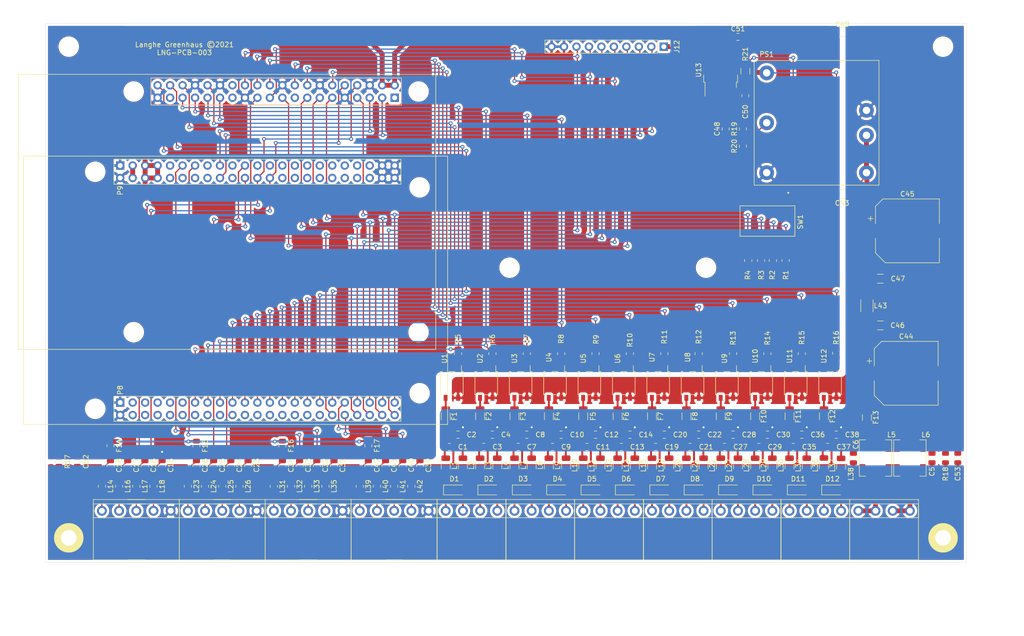
<source format=kicad_pcb>
(kicad_pcb (version 20171130) (host pcbnew "(5.1.9)-1")
  (layers (0 F.Cu signal) (31 B.Cu signal) (34 B.Paste user) (35 F.Paste user) (36 B.SilkS user) (37 F.SilkS user) (38 B.Mask user) (39 F.Mask user) (44 Edge.Cuts user))
  (net 0 "")
  (net 1 "Net-(R5-Pad1)")
  (net 2 "Net-(R7-Pad1)")
  (net 3 +3V3)
  (net 4 "Net-(R6-Pad1)")
  (net 5 "Net-(R8-Pad1)")
  (net 6 "Net-(R15-Pad1)")
  (net 7 "Net-(R11-Pad1)")
  (net 8 "Net-(R16-Pad1)")
  (net 9 "Net-(R12-Pad1)")
  (net 10 "Net-(F4-Pad2)")
  (net 11 "Net-(F1-Pad2)")
  (net 12 "Net-(F2-Pad2)")
  (net 13 "Net-(F3-Pad2)")
  (net 14 "Net-(F5-Pad2)")
  (net 15 "Net-(F6-Pad2)")
  (net 16 "Net-(F7-Pad2)")
  (net 17 "Net-(F8-Pad2)")
  (net 18 "Net-(F12-Pad2)")
  (net 19 "Net-(F9-Pad2)")
  (net 20 "Net-(F10-Pad2)")
  (net 21 "Net-(F11-Pad2)")
  (net 22 GND)
  (net 23 +5V)
  (net 24 "Net-(BB1-Pad9.9)")
  (net 25 "Net-(BB1-Pad9.10)")
  (net 26 RX_3)
  (net 27 "Net-(BB1-Pad9.12)")
  (net 28 TX_3)
  (net 29 "Net-(BB1-Pad9.14)")
  (net 30 "Net-(BB1-Pad9.15)")
  (net 31 "Net-(BB1-Pad9.16)")
  (net 32 SCL)
  (net 33 SDA)
  (net 34 "Net-(BB1-Pad9.19)")
  (net 35 "Net-(BB1-Pad9.20)")
  (net 36 TX_2)
  (net 37 RX_2)
  (net 38 "Net-(BB1-Pad9.23)")
  (net 39 TX_1)
  (net 40 "Net-(BB1-Pad9.25)")
  (net 41 RX_1)
  (net 42 "Net-(BB1-Pad9.27)")
  (net 43 "Net-(BB1-Pad9.28)")
  (net 44 "Net-(BB1-Pad9.29)")
  (net 45 "Net-(BB1-Pad9.30)")
  (net 46 "Net-(BB1-Pad9.31)")
  (net 47 "Net-(BB1-Pad9.32)")
  (net 48 "Net-(BB1-Pad9.33)")
  (net 49 "Net-(BB1-Pad9.34)")
  (net 50 "Net-(BB1-Pad9.35)")
  (net 51 "Net-(BB1-Pad9.36)")
  (net 52 "Net-(BB1-Pad9.37)")
  (net 53 "Net-(BB1-Pad9.38)")
  (net 54 "Net-(BB1-Pad9.39)")
  (net 55 "Net-(BB1-Pad9.40)")
  (net 56 "Net-(BB1-Pad9.41)")
  (net 57 "Net-(BB1-Pad9.42)")
  (net 58 "Net-(BB1-Pad8.3)")
  (net 59 "Net-(BB1-Pad8.4)")
  (net 60 "Net-(BB1-Pad8.5)")
  (net 61 "Net-(BB1-Pad8.6)")
  (net 62 "Net-(BB1-Pad8.7)")
  (net 63 "Net-(BB1-Pad8.9)")
  (net 64 "Net-(BB1-Pad8.10)")
  (net 65 "Net-(BB1-Pad8.11)")
  (net 66 "Net-(BB1-Pad8.12)")
  (net 67 "Net-(BB1-Pad8.14)")
  (net 68 "Net-(BB1-Pad8.16)")
  (net 69 "Net-(BB1-Pad8.18)")
  (net 70 OUT_1)
  (net 71 OUT_2)
  (net 72 OUT_3)
  (net 73 OUT_4)
  (net 74 OUT_5)
  (net 75 OUT_6)
  (net 76 OUT_7)
  (net 77 OUT_8)
  (net 78 OUT_9)
  (net 79 TX_4)
  (net 80 RX_4)
  (net 81 BS_1)
  (net 82 OUT_10)
  (net 83 BS_2)
  (net 84 BS_3)
  (net 85 OUT_11)
  (net 86 BS_4)
  (net 87 OUT_12)
  (net 88 GNDPWR)
  (net 89 Earth)
  (net 90 VIN)
  (net 91 DQ1_1)
  (net 92 DQ2_1)
  (net 93 DQ3_1)
  (net 94 DQ4_1)
  (net 95 DQ5_1)
  (net 96 DQ6_1)
  (net 97 DQ1_2)
  (net 98 DQ2_2)
  (net 99 DQ3_2)
  (net 100 DQ4_2)
  (net 101 DQ5_2)
  (net 102 DQ6_2)
  (net 103 "Net-(D1-Pad1)")
  (net 104 "Net-(D2-Pad1)")
  (net 105 "Net-(D3-Pad1)")
  (net 106 "Net-(D4-Pad1)")
  (net 107 "Net-(D5-Pad1)")
  (net 108 "Net-(D6-Pad1)")
  (net 109 "Net-(D7-Pad1)")
  (net 110 "Net-(D8-Pad1)")
  (net 111 "Net-(D9-Pad1)")
  (net 112 "Net-(D10-Pad1)")
  (net 113 "Net-(D11-Pad1)")
  (net 114 "Net-(D12-Pad1)")
  (net 115 "Net-(J2-Pad1)")
  (net 116 "Net-(J2-Pad3)")
  (net 117 "Net-(J5-Pad4)")
  (net 118 "Net-(J5-Pad1)")
  (net 119 "Net-(J5-Pad2)")
  (net 120 "Net-(J5-Pad3)")
  (net 121 "Net-(J7-Pad3)")
  (net 122 "Net-(J7-Pad4)")
  (net 123 "Net-(J9-Pad3)")
  (net 124 "Net-(J9-Pad4)")
  (net 125 "Net-(J11-Pad3)")
  (net 126 "Net-(J11-Pad4)")
  (net 127 "Net-(RP1-Pad28)")
  (net 128 "Net-(RP1-Pad27)")
  (net 129 VDD)
  (net 130 "Net-(R9-Pad1)")
  (net 131 "Net-(R10-Pad1)")
  (net 132 "Net-(R13-Pad1)")
  (net 133 "Net-(R14-Pad1)")
  (net 134 "Net-(J7-Pad1)")
  (net 135 "Net-(J7-Pad2)")
  (net 136 "Net-(J9-Pad1)")
  (net 137 "Net-(J9-Pad2)")
  (net 138 "Net-(J11-Pad1)")
  (net 139 "Net-(J11-Pad2)")
  (net 140 5V_1)
  (net 141 5V_2)
  (net 142 5V_3)
  (net 143 5V_4)
  (net 144 "Net-(C44-Pad1)")
  (net 145 BS_5)
  (net 146 GP_4)
  (net 147 GP_3)
  (net 148 GP_2)
  (net 149 GP_1)
  (net 150 /Power/TRIM)
  (net 151 "Net-(D1-Pad2)")
  (net 152 "Net-(D2-Pad2)")
  (net 153 "Net-(D3-Pad2)")
  (net 154 "Net-(D4-Pad2)")
  (net 155 "Net-(D5-Pad2)")
  (net 156 "Net-(D6-Pad2)")
  (net 157 "Net-(D7-Pad2)")
  (net 158 "Net-(D8-Pad2)")
  (net 159 "Net-(D9-Pad2)")
  (net 160 "Net-(D10-Pad2)")
  (net 161 "Net-(D11-Pad2)")
  (net 162 "Net-(D12-Pad2)")
  (net 163 VDQ1)
  (net 164 "Net-(BB1-Pad8.20)")
  (net 165 "Net-(BB1-Pad8.22)")
  (net 166 "Net-(BB1-Pad8.24)")
  (net 167 "Net-(BB1-Pad8.26)")
  (net 168 "Net-(BB1-Pad8.28)")
  (net 169 "Net-(BB1-Pad8.30)")
  (net 170 "Net-(BB1-Pad8.32)")
  (net 171 "Net-(BB1-Pad8.34)")
  (net 172 "Net-(RP1-Pad37)")
  (module BCR_SBC:BeagleBone_UpsideDown (layer F.Cu) (at 73.66 107.6)
    (fp_text reference BB1 hide)
    (fp_text value BeagleBone)
    (fp_text user P8 (at -27.94 20.32 90) (layer F.SilkS))
    (fp_text user P9 (at -27.94 -20.32 90) (layer F.SilkS))
    (pad 9.1 thru_hole rect (at -27.94 -25.4) (size 1.7 1.7) (drill 1) (layers *.Cu *.Mask) (net 22 GND))
    (pad 9.2 thru_hole circle (at -27.94 -22.86) (size 1.7 1.7) (drill 1) (layers *.Cu *.Mask) (net 22 GND))
    (pad 9.3 thru_hole circle (at -25.4 -25.4) (size 1.7 1.7) (drill 1) (layers *.Cu *.Mask) (net 3 +3V3))
    (pad 9.4 thru_hole circle (at -25.4 -22.86) (size 1.7 1.7) (drill 1) (layers *.Cu *.Mask) (net 3 +3V3))
    (pad 9.5 thru_hole circle (at -22.86 -25.4) (size 1.7 1.7) (drill 1) (layers *.Cu *.Mask) (net 23 +5V))
    (pad 9.6 thru_hole circle (at -22.86 -22.86) (size 1.7 1.7) (drill 1) (layers *.Cu *.Mask) (net 23 +5V))
    (pad 9.7 thru_hole circle (at -20.32 -25.4) (size 1.7 1.7) (drill 1) (layers *.Cu *.Mask) (net 23 +5V))
    (pad 9.8 thru_hole circle (at -20.32 -22.86) (size 1.7 1.7) (drill 1) (layers *.Cu *.Mask) (net 23 +5V))
    (pad 9.9 thru_hole circle (at -17.78 -25.4) (size 1.7 1.7) (drill 1) (layers *.Cu *.Mask) (net 24 "Net-(BB1-Pad9.9)"))
    (pad 9.10 thru_hole circle (at -17.78 -22.86) (size 1.7 1.7) (drill 1) (layers *.Cu *.Mask) (net 25 "Net-(BB1-Pad9.10)"))
    (pad 9.11 thru_hole circle (at -15.24 -25.4) (size 1.7 1.7) (drill 1) (layers *.Cu *.Mask) (net 26 RX_3))
    (pad 9.12 thru_hole circle (at -15.24 -22.86) (size 1.7 1.7) (drill 1) (layers *.Cu *.Mask) (net 27 "Net-(BB1-Pad9.12)"))
    (pad 9.13 thru_hole circle (at -12.7 -25.4) (size 1.7 1.7) (drill 1) (layers *.Cu *.Mask) (net 28 TX_3))
    (pad 9.14 thru_hole circle (at -12.7 -22.86) (size 1.7 1.7) (drill 1) (layers *.Cu *.Mask) (net 29 "Net-(BB1-Pad9.14)"))
    (pad 9.15 thru_hole circle (at -10.16 -25.4) (size 1.7 1.7) (drill 1) (layers *.Cu *.Mask) (net 30 "Net-(BB1-Pad9.15)"))
    (pad 9.16 thru_hole circle (at -10.16 -22.86) (size 1.7 1.7) (drill 1) (layers *.Cu *.Mask) (net 31 "Net-(BB1-Pad9.16)"))
    (pad 9.17 thru_hole circle (at -7.62 -25.4) (size 1.7 1.7) (drill 1) (layers *.Cu *.Mask) (net 32 SCL))
    (pad 9.18 thru_hole circle (at -7.62 -22.86) (size 1.7 1.7) (drill 1) (layers *.Cu *.Mask) (net 33 SDA))
    (pad 9.19 thru_hole circle (at -5.08 -25.4) (size 1.7 1.7) (drill 1) (layers *.Cu *.Mask) (net 34 "Net-(BB1-Pad9.19)"))
    (pad 9.20 thru_hole circle (at -5.08 -22.86) (size 1.7 1.7) (drill 1) (layers *.Cu *.Mask) (net 35 "Net-(BB1-Pad9.20)"))
    (pad 9.21 thru_hole circle (at -2.54 -25.4) (size 1.7 1.7) (drill 1) (layers *.Cu *.Mask) (net 36 TX_2))
    (pad 9.22 thru_hole circle (at -2.54 -22.86) (size 1.7 1.7) (drill 1) (layers *.Cu *.Mask) (net 37 RX_2))
    (pad 9.23 thru_hole circle (at 0 -25.4) (size 1.7 1.7) (drill 1) (layers *.Cu *.Mask) (net 38 "Net-(BB1-Pad9.23)"))
    (pad 9.24 thru_hole circle (at 0 -22.86) (size 1.7 1.7) (drill 1) (layers *.Cu *.Mask) (net 39 TX_1))
    (pad 9.25 thru_hole circle (at 2.54 -25.4) (size 1.7 1.7) (drill 1) (layers *.Cu *.Mask) (net 40 "Net-(BB1-Pad9.25)"))
    (pad 9.26 thru_hole circle (at 2.54 -22.86) (size 1.7 1.7) (drill 1) (layers *.Cu *.Mask) (net 41 RX_1))
    (pad 9.27 thru_hole circle (at 5.08 -25.4) (size 1.7 1.7) (drill 1) (layers *.Cu *.Mask) (net 42 "Net-(BB1-Pad9.27)"))
    (pad 9.28 thru_hole circle (at 5.08 -22.86) (size 1.7 1.7) (drill 1) (layers *.Cu *.Mask) (net 43 "Net-(BB1-Pad9.28)"))
    (pad 9.29 thru_hole circle (at 7.62 -25.4) (size 1.7 1.7) (drill 1) (layers *.Cu *.Mask) (net 44 "Net-(BB1-Pad9.29)"))
    (pad 9.30 thru_hole circle (at 7.62 -22.86) (size 1.7 1.7) (drill 1) (layers *.Cu *.Mask) (net 45 "Net-(BB1-Pad9.30)"))
    (pad 9.31 thru_hole circle (at 10.16 -25.4) (size 1.7 1.7) (drill 1) (layers *.Cu *.Mask) (net 46 "Net-(BB1-Pad9.31)"))
    (pad 9.32 thru_hole circle (at 10.16 -22.86) (size 1.7 1.7) (drill 1) (layers *.Cu *.Mask) (net 47 "Net-(BB1-Pad9.32)"))
    (pad 9.33 thru_hole circle (at 12.7 -25.4) (size 1.7 1.7) (drill 1) (layers *.Cu *.Mask) (net 48 "Net-(BB1-Pad9.33)"))
    (pad 9.34 thru_hole circle (at 12.7 -22.86) (size 1.7 1.7) (drill 1) (layers *.Cu *.Mask) (net 49 "Net-(BB1-Pad9.34)"))
    (pad 9.35 thru_hole circle (at 15.24 -25.4) (size 1.7 1.7) (drill 1) (layers *.Cu *.Mask) (net 50 "Net-(BB1-Pad9.35)"))
    (pad 9.36 thru_hole circle (at 15.24 -22.86) (size 1.7 1.7) (drill 1) (layers *.Cu *.Mask) (net 51 "Net-(BB1-Pad9.36)"))
    (pad 9.37 thru_hole circle (at 17.78 -25.4) (size 1.7 1.7) (drill 1) (layers *.Cu *.Mask) (net 52 "Net-(BB1-Pad9.37)"))
    (pad 9.38 thru_hole circle (at 17.78 -22.86) (size 1.7 1.7) (drill 1) (layers *.Cu *.Mask) (net 53 "Net-(BB1-Pad9.38)"))
    (pad 9.39 thru_hole circle (at 20.32 -25.4) (size 1.7 1.7) (drill 1) (layers *.Cu *.Mask) (net 54 "Net-(BB1-Pad9.39)"))
    (pad 9.40 thru_hole circle (at 20.32 -22.86) (size 1.7 1.7) (drill 1) (layers *.Cu *.Mask) (net 55 "Net-(BB1-Pad9.40)"))
    (pad 9.41 thru_hole circle (at 22.86 -25.4) (size 1.7 1.7) (drill 1) (layers *.Cu *.Mask) (net 56 "Net-(BB1-Pad9.41)"))
    (pad 9.42 thru_hole circle (at 22.86 -22.86) (size 1.7 1.7) (drill 1) (layers *.Cu *.Mask) (net 57 "Net-(BB1-Pad9.42)"))
    (pad 9.43 thru_hole circle (at 25.4 -25.4) (size 1.7 1.7) (drill 1) (layers *.Cu *.Mask) (net 22 GND))
    (pad 9.44 thru_hole circle (at 25.4 -22.86) (size 1.7 1.7) (drill 1) (layers *.Cu *.Mask) (net 22 GND))
    (pad 9.45 thru_hole circle (at 27.94 -25.4) (size 1.7 1.7) (drill 1) (layers *.Cu *.Mask) (net 22 GND))
    (pad 9.46 thru_hole circle (at 27.94 -22.86) (size 1.7 1.7) (drill 1) (layers *.Cu *.Mask) (net 22 GND))
    (pad 8.1 thru_hole rect (at -27.94 22.86) (size 1.7 1.7) (drill 1) (layers *.Cu *.Mask) (net 22 GND))
    (pad 8.2 thru_hole circle (at -27.94 25.4) (size 1.7 1.7) (drill 1) (layers *.Cu *.Mask) (net 22 GND))
    (pad 8.3 thru_hole circle (at -25.4 22.86) (size 1.7 1.7) (drill 1) (layers *.Cu *.Mask) (net 58 "Net-(BB1-Pad8.3)"))
    (pad 8.4 thru_hole circle (at -25.4 25.4) (size 1.7 1.7) (drill 1) (layers *.Cu *.Mask) (net 59 "Net-(BB1-Pad8.4)"))
    (pad 8.5 thru_hole circle (at -22.86 22.86) (size 1.7 1.7) (drill 1) (layers *.Cu *.Mask) (net 60 "Net-(BB1-Pad8.5)"))
    (pad 8.6 thru_hole circle (at -22.86 25.4) (size 1.7 1.7) (drill 1) (layers *.Cu *.Mask) (net 61 "Net-(BB1-Pad8.6)"))
    (pad 8.7 thru_hole circle (at -20.32 22.86) (size 1.7 1.7) (drill 1) (layers *.Cu *.Mask) (net 62 "Net-(BB1-Pad8.7)"))
    (pad 8.8 thru_hole circle (at -20.32 25.4) (size 1.7 1.7) (drill 1) (layers *.Cu *.Mask) (net 23 +5V))
    (pad 8.9 thru_hole circle (at -17.78 22.86) (size 1.7 1.7) (drill 1) (layers *.Cu *.Mask) (net 63 "Net-(BB1-Pad8.9)"))
    (pad 8.10 thru_hole circle (at -17.78 25.4) (size 1.7 1.7) (drill 1) (layers *.Cu *.Mask) (net 64 "Net-(BB1-Pad8.10)"))
    (pad 8.11 thru_hole circle (at -15.24 22.86) (size 1.7 1.7) (drill 1) (layers *.Cu *.Mask) (net 65 "Net-(BB1-Pad8.11)"))
    (pad 8.12 thru_hole circle (at -15.24 25.4) (size 1.7 1.7) (drill 1) (layers *.Cu *.Mask) (net 66 "Net-(BB1-Pad8.12)"))
    (pad 8.13 thru_hole circle (at -12.7 22.86) (size 1.7 1.7) (drill 1) (layers *.Cu *.Mask) (net 70 OUT_1))
    (pad 8.14 thru_hole circle (at -12.7 25.4) (size 1.7 1.7) (drill 1) (layers *.Cu *.Mask) (net 67 "Net-(BB1-Pad8.14)"))
    (pad 8.15 thru_hole circle (at -10.16 22.86) (size 1.7 1.7) (drill 1) (layers *.Cu *.Mask) (net 71 OUT_2))
    (pad 8.16 thru_hole circle (at -10.16 25.4) (size 1.7 1.7) (drill 1) (layers *.Cu *.Mask) (net 68 "Net-(BB1-Pad8.16)"))
    (pad 8.17 thru_hole circle (at -7.62 22.86) (size 1.7 1.7) (drill 1) (layers *.Cu *.Mask) (net 72 OUT_3))
    (pad 8.18 thru_hole circle (at -7.62 25.4) (size 1.7 1.7) (drill 1) (layers *.Cu *.Mask) (net 69 "Net-(BB1-Pad8.18)"))
    (pad 8.19 thru_hole circle (at -5.08 22.86) (size 1.7 1.7) (drill 1) (layers *.Cu *.Mask) (net 73 OUT_4))
    (pad 8.20 thru_hole circle (at -5.08 25.4) (size 1.7 1.7) (drill 1) (layers *.Cu *.Mask) (net 164 "Net-(BB1-Pad8.20)"))
    (pad 8.21 thru_hole circle (at -2.54 22.86) (size 1.7 1.7) (drill 1) (layers *.Cu *.Mask) (net 74 OUT_5))
    (pad 8.22 thru_hole circle (at -2.54 25.4) (size 1.7 1.7) (drill 1) (layers *.Cu *.Mask) (net 165 "Net-(BB1-Pad8.22)"))
    (pad 8.23 thru_hole circle (at 0 22.86) (size 1.7 1.7) (drill 1) (layers *.Cu *.Mask) (net 75 OUT_6))
    (pad 8.24 thru_hole circle (at 0 25.4) (size 1.7 1.7) (drill 1) (layers *.Cu *.Mask) (net 166 "Net-(BB1-Pad8.24)"))
    (pad 8.25 thru_hole circle (at 2.54 22.86) (size 1.7 1.7) (drill 1) (layers *.Cu *.Mask) (net 76 OUT_7))
    (pad 8.26 thru_hole circle (at 2.54 25.4) (size 1.7 1.7) (drill 1) (layers *.Cu *.Mask) (net 167 "Net-(BB1-Pad8.26)"))
    (pad 8.27 thru_hole circle (at 5.08 22.86) (size 1.7 1.7) (drill 1) (layers *.Cu *.Mask) (net 77 OUT_8))
    (pad 8.28 thru_hole circle (at 5.08 25.4) (size 1.7 1.7) (drill 1) (layers *.Cu *.Mask) (net 168 "Net-(BB1-Pad8.28)"))
    (pad 8.29 thru_hole circle (at 7.62 22.86) (size 1.7 1.7) (drill 1) (layers *.Cu *.Mask) (net 78 OUT_9))
    (pad 8.30 thru_hole circle (at 7.62 25.4) (size 1.7 1.7) (drill 1) (layers *.Cu *.Mask) (net 169 "Net-(BB1-Pad8.30)"))
    (pad 8.31 thru_hole circle (at 10.16 22.86) (size 1.7 1.7) (drill 1) (layers *.Cu *.Mask) (net 82 OUT_10))
    (pad 8.32 thru_hole circle (at 10.16 25.4) (size 1.7 1.7) (drill 1) (layers *.Cu *.Mask) (net 170 "Net-(BB1-Pad8.32)"))
    (pad 8.33 thru_hole circle (at 12.7 22.86) (size 1.7 1.7) (drill 1) (layers *.Cu *.Mask) (net 85 OUT_11))
    (pad 8.34 thru_hole circle (at 12.7 25.4) (size 1.7 1.7) (drill 1) (layers *.Cu *.Mask) (net 171 "Net-(BB1-Pad8.34)"))
    (pad 8.35 thru_hole circle (at 15.24 22.86) (size 1.7 1.7) (drill 1) (layers *.Cu *.Mask) (net 87 OUT_12))
    (pad 8.36 thru_hole circle (at 15.24 25.4) (size 1.7 1.7) (drill 1) (layers *.Cu *.Mask) (net 146 GP_4))
    (pad 8.37 thru_hole circle (at 17.78 22.86) (size 1.7 1.7) (drill 1) (layers *.Cu *.Mask) (net 79 TX_4))
    (pad 8.38 thru_hole circle (at 17.78 25.4) (size 1.7 1.7) (drill 1) (layers *.Cu *.Mask) (net 80 RX_4))
    (pad 8.39 thru_hole circle (at 20.32 22.86) (size 1.7 1.7) (drill 1) (layers *.Cu *.Mask) (net 81 BS_1))
    (pad 8.40 thru_hole circle (at 20.32 25.4) (size 1.7 1.7) (drill 1) (layers *.Cu *.Mask) (net 147 GP_3))
    (pad 8.41 thru_hole circle (at 22.86 22.86) (size 1.7 1.7) (drill 1) (layers *.Cu *.Mask) (net 83 BS_2))
    (pad 8.42 thru_hole circle (at 22.86 25.4) (size 1.7 1.7) (drill 1) (layers *.Cu *.Mask) (net 148 GP_2))
    (pad 8.43 thru_hole circle (at 25.4 22.86) (size 1.7 1.7) (drill 1) (layers *.Cu *.Mask) (net 84 BS_3))
    (pad 8.44 thru_hole circle (at 25.4 25.4) (size 1.7 1.7) (drill 1) (layers *.Cu *.Mask) (net 149 GP_1))
    (pad 8.45 thru_hole circle (at 27.94 22.86) (size 1.7 1.7) (drill 1) (layers *.Cu *.Mask) (net 86 BS_4))
    (pad 8.46 thru_hole circle (at 27.94 25.4) (size 1.7 1.7) (drill 1) (layers *.Cu *.Mask) (net 145 BS_5))
    (pad "" np_thru_hole circle (at 33.02 -20.955) (size 3.175 3.175) (drill 3.175) (layers *.Cu *.Mask))
    (pad "" np_thru_hole circle (at -33.02 -24.13) (size 3.175 3.175) (drill 3.175) (layers *.Cu *.Mask))
    (pad "" np_thru_hole circle (at -33.02 24.13) (size 3.175 3.175) (drill 3.175) (layers *.Cu *.Mask))
    (pad "" np_thru_hole circle (at 33.02 20.955) (size 3.175 3.175) (drill 3.175) (layers *.Cu *.Mask))
  )
  (module BCR_SBC:RaspberryPi_UpsideDown (layer F.Cu) (at 77.47 91.63 180)
    (fp_text reference RP1 hide)
    (fp_text value RaspberryPi)
    (pad 2 thru_hole circle (at -24.13 25.77 180) (size 1.7 1.7) (drill 1) (layers *.Cu *.Mask) (net 23 +5V))
    (pad 40 thru_hole circle (at 24.13 25.77 180) (size 1.7 1.7) (drill 1) (layers *.Cu *.Mask) (net 87 OUT_12))
    (pad 39 thru_hole circle (at 24.13 23.23 180) (size 1.7 1.7) (drill 1) (layers *.Cu *.Mask) (net 22 GND))
    (pad 38 thru_hole circle (at 21.59 25.77 180) (size 1.7 1.7) (drill 1) (layers *.Cu *.Mask) (net 85 OUT_11))
    (pad 37 thru_hole circle (at 21.59 23.23 180) (size 1.7 1.7) (drill 1) (layers *.Cu *.Mask) (net 172 "Net-(RP1-Pad37)"))
    (pad 36 thru_hole circle (at 19.05 25.77 180) (size 1.7 1.7) (drill 1) (layers *.Cu *.Mask) (net 82 OUT_10))
    (pad 35 thru_hole circle (at 19.05 23.23 180) (size 1.7 1.7) (drill 1) (layers *.Cu *.Mask) (net 70 OUT_1))
    (pad 34 thru_hole circle (at 16.51 25.77 180) (size 1.7 1.7) (drill 1) (layers *.Cu *.Mask) (net 22 GND))
    (pad 33 thru_hole circle (at 16.51 23.23 180) (size 1.7 1.7) (drill 1) (layers *.Cu *.Mask) (net 71 OUT_2))
    (pad 32 thru_hole circle (at 13.97 25.77 180) (size 1.7 1.7) (drill 1) (layers *.Cu *.Mask) (net 78 OUT_9))
    (pad 31 thru_hole circle (at 13.97 23.23 180) (size 1.7 1.7) (drill 1) (layers *.Cu *.Mask) (net 72 OUT_3))
    (pad 30 thru_hole circle (at 11.43 25.77 180) (size 1.7 1.7) (drill 1) (layers *.Cu *.Mask) (net 22 GND))
    (pad 29 thru_hole circle (at 11.43 23.23 180) (size 1.7 1.7) (drill 1) (layers *.Cu *.Mask) (net 73 OUT_4))
    (pad 28 thru_hole circle (at 8.89 25.77 180) (size 1.7 1.7) (drill 1) (layers *.Cu *.Mask) (net 127 "Net-(RP1-Pad28)"))
    (pad 27 thru_hole circle (at 8.89 23.23 180) (size 1.7 1.7) (drill 1) (layers *.Cu *.Mask) (net 128 "Net-(RP1-Pad27)"))
    (pad 26 thru_hole circle (at 6.35 25.77 180) (size 1.7 1.7) (drill 1) (layers *.Cu *.Mask) (net 146 GP_4))
    (pad 25 thru_hole circle (at 6.35 23.23 180) (size 1.7 1.7) (drill 1) (layers *.Cu *.Mask) (net 22 GND))
    (pad 24 thru_hole circle (at 3.81 25.77 180) (size 1.7 1.7) (drill 1) (layers *.Cu *.Mask) (net 145 BS_5))
    (pad 23 thru_hole circle (at 3.81 23.23 180) (size 1.7 1.7) (drill 1) (layers *.Cu *.Mask) (net 147 GP_3))
    (pad 22 thru_hole circle (at 1.27 25.77 180) (size 1.7 1.7) (drill 1) (layers *.Cu *.Mask) (net 77 OUT_8))
    (pad 21 thru_hole circle (at 1.27 23.23 180) (size 1.7 1.7) (drill 1) (layers *.Cu *.Mask) (net 148 GP_2))
    (pad 20 thru_hole circle (at -1.27 25.77 180) (size 1.7 1.7) (drill 1) (layers *.Cu *.Mask) (net 22 GND))
    (pad 19 thru_hole circle (at -1.27 23.23 180) (size 1.7 1.7) (drill 1) (layers *.Cu *.Mask) (net 149 GP_1))
    (pad 18 thru_hole circle (at -3.81 25.77 180) (size 1.7 1.7) (drill 1) (layers *.Cu *.Mask) (net 76 OUT_7))
    (pad 17 thru_hole circle (at -3.81 23.23 180) (size 1.7 1.7) (drill 1) (layers *.Cu *.Mask) (net 3 +3V3))
    (pad 16 thru_hole circle (at -6.35 25.77 180) (size 1.7 1.7) (drill 1) (layers *.Cu *.Mask) (net 75 OUT_6))
    (pad 15 thru_hole circle (at -6.35 23.23 180) (size 1.7 1.7) (drill 1) (layers *.Cu *.Mask) (net 81 BS_1))
    (pad 14 thru_hole circle (at -8.89 25.77 180) (size 1.7 1.7) (drill 1) (layers *.Cu *.Mask) (net 22 GND))
    (pad 13 thru_hole circle (at -8.89 23.23 180) (size 1.7 1.7) (drill 1) (layers *.Cu *.Mask) (net 83 BS_2))
    (pad 12 thru_hole circle (at -11.43 25.77 180) (size 1.7 1.7) (drill 1) (layers *.Cu *.Mask) (net 74 OUT_5))
    (pad 11 thru_hole circle (at -11.43 23.23 180) (size 1.7 1.7) (drill 1) (layers *.Cu *.Mask) (net 84 BS_3))
    (pad 10 thru_hole circle (at -13.97 25.77 180) (size 1.7 1.7) (drill 1) (layers *.Cu *.Mask) (net 41 RX_1))
    (pad 9 thru_hole circle (at -13.97 23.23 180) (size 1.7 1.7) (drill 1) (layers *.Cu *.Mask) (net 22 GND))
    (pad 8 thru_hole circle (at -16.51 25.77 180) (size 1.7 1.7) (drill 1) (layers *.Cu *.Mask) (net 39 TX_1))
    (pad 7 thru_hole circle (at -16.51 23.23 180) (size 1.7 1.7) (drill 1) (layers *.Cu *.Mask) (net 86 BS_4))
    (pad 6 thru_hole circle (at -19.05 25.77 180) (size 1.7 1.7) (drill 1) (layers *.Cu *.Mask) (net 22 GND))
    (pad 5 thru_hole circle (at -19.05 23.23 180) (size 1.7 1.7) (drill 1) (layers *.Cu *.Mask) (net 32 SCL))
    (pad 4 thru_hole circle (at -21.59 25.77 180) (size 1.7 1.7) (drill 1) (layers *.Cu *.Mask) (net 23 +5V))
    (pad 3 thru_hole circle (at -21.59 23.23 180) (size 1.7 1.7) (drill 1) (layers *.Cu *.Mask) (net 33 SDA))
    (pad 1 thru_hole rect (at -24.13 23.23 180) (size 1.7 1.7) (drill 1) (layers *.Cu *.Mask) (net 3 +3V3))
    (pad "" np_thru_hole circle (at 29 -24.5 180) (size 3.175 3.175) (drill 3.175) (layers *.Cu *.Mask))
    (pad "" np_thru_hole circle (at 29 24.5 180) (size 3.175 3.175) (drill 3.175) (layers *.Cu *.Mask))
    (pad "" np_thru_hole circle (at -29 24.5 180) (size 3.175 3.175) (drill 3.175) (layers *.Cu *.Mask))
    (pad "" np_thru_hole circle (at -29 -24.5 180) (size 3.175 3.175) (drill 3.175) (layers *.Cu *.Mask))
  )
  (module Capacitor_SMD:C_1206_3216Metric (layer F.Cu) (at 192.75 55)
    (fp_text reference C49 (at 0 -1.55) (layer F.SilkS))
    (fp_text value "1nF 2kV")
    (pad 2 smd roundrect (at 1.4 0) (size 1.25 1.75) (layers F.Cu F.Paste F.Mask) (roundrect_rratio 0.2) (net 89 Earth))
    (pad 1 smd roundrect (at -1.4 0) (size 1.25 1.75) (layers F.Cu F.Paste F.Mask) (roundrect_rratio 0.2) (net 22 GND))
  )
  (module Capacitor_SMD:C_1206_3216Metric (layer F.Cu) (at 192.75 88)
    (fp_text reference C43 (at -0.05 1.85) (layer F.SilkS))
    (fp_text value "1nF 2kV")
    (pad 2 smd roundrect (at 1.4 0) (size 1.25 1.75) (layers F.Cu F.Paste F.Mask) (roundrect_rratio 0.2) (net 163 VDQ1))
    (pad 1 smd roundrect (at -1.4 0) (size 1.25 1.75) (layers F.Cu F.Paste F.Mask) (roundrect_rratio 0.2) (net 129 VDD))
  )
  (module Capacitor_SMD:C_1206_3216Metric (layer F.Cu) (at 200.5 105.25)
    (fp_text reference C47 (at 3.5625 0) (layer F.SilkS))
    (fp_text value 4.7uF)
    (pad 2 smd roundrect (at 1.4 0) (size 1.25 1.75) (layers F.Cu F.Paste F.Mask) (roundrect_rratio 0.2) (net 89 Earth))
    (pad 1 smd roundrect (at -1.4 0) (size 1.25 1.75) (layers F.Cu F.Paste F.Mask) (roundrect_rratio 0.2) (net 163 VDQ1))
  )
  (module Capacitor_SMD:C_1206_3216Metric (layer F.Cu) (at 200.5 114.75)
    (fp_text reference C46 (at 3.5 0) (layer F.SilkS))
    (fp_text value 4.7uF)
    (pad 2 smd roundrect (at 1.4 0) (size 1.25 1.75) (layers F.Cu F.Paste F.Mask) (roundrect_rratio 0.2) (net 89 Earth))
    (pad 1 smd roundrect (at -1.4 0) (size 1.25 1.75) (layers F.Cu F.Paste F.Mask) (roundrect_rratio 0.2) (net 144 "Net-(C44-Pad1)"))
  )
  (module Diode_SMD:D_SOD-123F (layer F.Cu) (at 190.75 148.25)
    (fp_text reference D12 (at 0 -2.25) (layer F.SilkS))
    (fp_text value D_Small_ALT)
    (pad 2 smd rect (at 1.4 0) (size 1.1 1.1) (layers F.Cu F.Paste F.Mask) (net 162 "Net-(D12-Pad2)"))
    (pad 1 smd rect (at -1.4 0) (size 1.1 1.1) (layers F.Cu F.Paste F.Mask) (net 114 "Net-(D12-Pad1)"))
  )
  (module Diode_SMD:D_SOD-123F (layer F.Cu) (at 183.75 148.25)
    (fp_text reference D11 (at 0 -2.25) (layer F.SilkS))
    (fp_text value D_Small_ALT)
    (pad 2 smd rect (at 1.4 0) (size 1.1 1.1) (layers F.Cu F.Paste F.Mask) (net 161 "Net-(D11-Pad2)"))
    (pad 1 smd rect (at -1.4 0) (size 1.1 1.1) (layers F.Cu F.Paste F.Mask) (net 113 "Net-(D11-Pad1)"))
  )
  (module Diode_SMD:D_SOD-123F (layer F.Cu) (at 176.75 148.25)
    (fp_text reference D10 (at 0 -2.25) (layer F.SilkS))
    (fp_text value D_Small_ALT)
    (pad 2 smd rect (at 1.4 0) (size 1.1 1.1) (layers F.Cu F.Paste F.Mask) (net 160 "Net-(D10-Pad2)"))
    (pad 1 smd rect (at -1.4 0) (size 1.1 1.1) (layers F.Cu F.Paste F.Mask) (net 112 "Net-(D10-Pad1)"))
  )
  (module Diode_SMD:D_SOD-123F (layer F.Cu) (at 169.75 148.25)
    (fp_text reference D9 (at 0 -2.25) (layer F.SilkS))
    (fp_text value D_Small_ALT)
    (pad 2 smd rect (at 1.4 0) (size 1.1 1.1) (layers F.Cu F.Paste F.Mask) (net 159 "Net-(D9-Pad2)"))
    (pad 1 smd rect (at -1.4 0) (size 1.1 1.1) (layers F.Cu F.Paste F.Mask) (net 111 "Net-(D9-Pad1)"))
  )
  (module Diode_SMD:D_SOD-123F (layer F.Cu) (at 162.75 148.25)
    (fp_text reference D8 (at 0 -2.25) (layer F.SilkS))
    (fp_text value D_Small_ALT)
    (pad 2 smd rect (at 1.4 0) (size 1.1 1.1) (layers F.Cu F.Paste F.Mask) (net 158 "Net-(D8-Pad2)"))
    (pad 1 smd rect (at -1.4 0) (size 1.1 1.1) (layers F.Cu F.Paste F.Mask) (net 110 "Net-(D8-Pad1)"))
  )
  (module Diode_SMD:D_SOD-123F (layer F.Cu) (at 155.75 148.25)
    (fp_text reference D7 (at 0 -2.25) (layer F.SilkS))
    (fp_text value D_Small_ALT)
    (pad 2 smd rect (at 1.4 0) (size 1.1 1.1) (layers F.Cu F.Paste F.Mask) (net 157 "Net-(D7-Pad2)"))
    (pad 1 smd rect (at -1.4 0) (size 1.1 1.1) (layers F.Cu F.Paste F.Mask) (net 109 "Net-(D7-Pad1)"))
  )
  (module Diode_SMD:D_SOD-123F (layer F.Cu) (at 148.75 148.25)
    (fp_text reference D6 (at 0 -2.25) (layer F.SilkS))
    (fp_text value D_Small_ALT)
    (pad 2 smd rect (at 1.4 0) (size 1.1 1.1) (layers F.Cu F.Paste F.Mask) (net 156 "Net-(D6-Pad2)"))
    (pad 1 smd rect (at -1.4 0) (size 1.1 1.1) (layers F.Cu F.Paste F.Mask) (net 108 "Net-(D6-Pad1)"))
  )
  (module Diode_SMD:D_SOD-123F (layer F.Cu) (at 141.75 148.25)
    (fp_text reference D5 (at 0 -2.25) (layer F.SilkS))
    (fp_text value D_Small_ALT)
    (pad 2 smd rect (at 1.4 0) (size 1.1 1.1) (layers F.Cu F.Paste F.Mask) (net 155 "Net-(D5-Pad2)"))
    (pad 1 smd rect (at -1.4 0) (size 1.1 1.1) (layers F.Cu F.Paste F.Mask) (net 107 "Net-(D5-Pad1)"))
  )
  (module Diode_SMD:D_SOD-123F (layer F.Cu) (at 134.75 148.25)
    (fp_text reference D4 (at 0 -2.25) (layer F.SilkS))
    (fp_text value D_Small_ALT)
    (pad 2 smd rect (at 1.4 0) (size 1.1 1.1) (layers F.Cu F.Paste F.Mask) (net 154 "Net-(D4-Pad2)"))
    (pad 1 smd rect (at -1.4 0) (size 1.1 1.1) (layers F.Cu F.Paste F.Mask) (net 106 "Net-(D4-Pad1)"))
  )
  (module Diode_SMD:D_SOD-123F (layer F.Cu) (at 127.75 148.25)
    (fp_text reference D3 (at 0 -2.25) (layer F.SilkS))
    (fp_text value D_Small_ALT)
    (pad 2 smd rect (at 1.4 0) (size 1.1 1.1) (layers F.Cu F.Paste F.Mask) (net 153 "Net-(D3-Pad2)"))
    (pad 1 smd rect (at -1.4 0) (size 1.1 1.1) (layers F.Cu F.Paste F.Mask) (net 105 "Net-(D3-Pad1)"))
  )
  (module Diode_SMD:D_SOD-123F (layer F.Cu) (at 120.75 148.25)
    (fp_text reference D2 (at 0 -2.25) (layer F.SilkS))
    (fp_text value D_Small_ALT)
    (pad 2 smd rect (at 1.4 0) (size 1.1 1.1) (layers F.Cu F.Paste F.Mask) (net 152 "Net-(D2-Pad2)"))
    (pad 1 smd rect (at -1.4 0) (size 1.1 1.1) (layers F.Cu F.Paste F.Mask) (net 104 "Net-(D2-Pad1)"))
  )
  (module Diode_SMD:D_SOD-123F (layer F.Cu) (at 113.75 148.25)
    (fp_text reference D1 (at 0 -2.25) (layer F.SilkS))
    (fp_text value D_Small_ALT)
    (pad 2 smd rect (at 1.4 0) (size 1.1 1.1) (layers F.Cu F.Paste F.Mask) (net 151 "Net-(D1-Pad2)"))
    (pad 1 smd rect (at -1.4 0) (size 1.1 1.1) (layers F.Cu F.Paste F.Mask) (net 103 "Net-(D1-Pad1)"))
  )
  (module Inductor_BCR:Coilmax_MS0630-2R2M (layer F.Cu) (at 206.5 141.75 270)
    (fp_text reference L6 (at -4.75 -3.25 180) (layer F.SilkS))
    (fp_text value "100R 5A Ferrite")
    (pad 2 smd rect (at 3.025 0 270) (size 2.35 3.5) (layers F.Cu F.Paste F.Mask) (net 116 "Net-(J2-Pad3)"))
    (pad 1 smd rect (at -3.025 0 270) (size 2.35 3.5) (layers F.Cu F.Paste F.Mask) (net 89 Earth))
  )
  (module Inductor_BCR:Coilmax_MS0630-2R2M (layer F.Cu) (at 199.5 141.75 270)
    (fp_text reference L5 (at -4.75 -3.25 180) (layer F.SilkS))
    (fp_text value "100R 5A Ferrite")
    (pad 2 smd rect (at 3.025 0 270) (size 2.35 3.5) (layers F.Cu F.Paste F.Mask) (net 115 "Net-(J2-Pad1)"))
    (pad 1 smd rect (at -3.025 0 270) (size 2.35 3.5) (layers F.Cu F.Paste F.Mask) (net 90 VIN))
  )
  (module Capacitor_SMD:C_0805_2012Metric (layer F.Cu) (at 216.25 141.75 270)
    (fp_text reference C53 (at 3.25 0 90) (layer F.SilkS))
    (fp_text value 0.1uF)
    (pad 2 smd roundrect (at 0.9375 0 270) (size 0.975 1.4) (layers F.Cu F.Paste F.Mask) (net 88 GNDPWR))
    (pad 1 smd roundrect (at -0.9375 0 270) (size 0.975 1.4) (layers F.Cu F.Paste F.Mask) (net 89 Earth))
  )
  (module Capacitor_SMD:C_0805_2012Metric (layer F.Cu) (at 37 142.5 90)
    (fp_text reference C52 (at 0 1.75 90) (layer F.SilkS))
    (fp_text value 0.1uF)
    (pad 2 smd roundrect (at 0.9375 0 90) (size 0.975 1.4) (layers F.Cu F.Paste F.Mask) (net 22 GND))
    (pad 1 smd roundrect (at -0.9375 0 90) (size 0.975 1.4) (layers F.Cu F.Paste F.Mask) (net 88 GNDPWR))
  )
  (module JLCPCB:TO-252-2 (layer F.Cu) (at 167.975 62.775 90)
    (fp_text reference U13 (at 0 -4.5 90) (layer F.SilkS))
    (fp_text value LDO)
    (pad 2 smd rect (at 2.1 0 90) (size 6.4 5.8) (layers F.Cu F.Mask) (net 23 +5V))
    (pad 3 smd rect (at -4.2 2.28 90) (size 2.2 1.2) (layers F.Cu F.Paste F.Mask) (net 129 VDD))
    (pad 1 smd rect (at -4.2 -2.28 90) (size 2.2 1.2) (layers F.Cu F.Paste F.Mask) (net 22 GND))
  )
  (module Capacitor_BCR:CP_Elec_13x12.5 (layer F.Cu) (at 206 95.5)
    (fp_text reference C45 (at 0 -7.5) (layer F.SilkS))
    (fp_text value 330uF)
    (pad 2 smd roundrect (at 4.7 0) (size 5 2.5) (layers F.Cu F.Paste F.Mask) (roundrect_rratio 0.1) (net 89 Earth))
    (pad 1 smd roundrect (at -4.7 0) (size 5 2.5) (layers F.Cu F.Paste F.Mask) (roundrect_rratio 0.1) (net 163 VDQ1))
  )
  (module Capacitor_BCR:CP_Elec_13x12.5 (layer F.Cu) (at 205.75 124.5)
    (fp_text reference C44 (at 0 -7.5) (layer F.SilkS))
    (fp_text value 330uF)
    (pad 2 smd roundrect (at 4.7 0) (size 5 2.5) (layers F.Cu F.Paste F.Mask) (roundrect_rratio 0.1) (net 89 Earth))
    (pad 1 smd roundrect (at -4.7 0) (size 5 2.5) (layers F.Cu F.Paste F.Mask) (roundrect_rratio 0.1) (net 144 "Net-(C44-Pad1)"))
  )
  (module STD-xxx:NPTH-.125 (layer F.Cu) (at 165 103)
    (fp_text reference REF** hide)
    (fp_text value NPTH-.125)
    (pad "" np_thru_hole circle (at 0 0) (size 3.175 3.175) (drill 3.175) (layers *.Cu *.Mask F.SilkS))
  )
  (module STD-xxx:NPTH-.125 (layer F.Cu) (at 35.25 58)
    (fp_text reference MH1 hide)
    (fp_text value Conn_01x01)
    (pad "" np_thru_hole circle (at 0 0) (size 3.175 3.175) (drill 3.175) (layers *.Cu *.Mask F.SilkS))
  )
  (module STD-xxx:NPTH-.125 (layer F.Cu) (at 213.25 58)
    (fp_text reference MH3 hide)
    (fp_text value Conn_01x01)
    (pad "" np_thru_hole circle (at 0 0) (size 3.175 3.175) (drill 3.175) (layers *.Cu *.Mask F.SilkS))
  )
  (module STD-xxx:NPTH-.125 (layer F.Cu) (at 125 103)
    (fp_text reference REF** hide)
    (fp_text value NPTH-.125)
    (pad "" np_thru_hole circle (at 0 0) (size 3.175 3.175) (drill 3.175) (layers *.Cu *.Mask F.SilkS))
  )
  (module BCR_Art:Langhe_Carrot (layer F.Cu) (at 212 75.75)
    (fp_text reference REF** hide)
    (fp_text value Langhe_Carrot)
  )
  (module Capacitor_SMD:C_0805_2012Metric (layer F.Cu) (at 172.5 78.25 270)
    (fp_text reference R20 (at 0 1.75 90) (layer F.SilkS))
    (fp_text value "R Trim Down")
    (pad 2 smd roundrect (at 0.9375 0 270) (size 0.975 1.4) (layers F.Cu F.Paste F.Mask) (net 22 GND))
    (pad 1 smd roundrect (at -0.9375 0 270) (size 0.975 1.4) (layers F.Cu F.Paste F.Mask) (net 150 /Power/TRIM))
  )
  (module Button_Switch_BCR:CUI_DS04-254-2-04BK-SMT (layer F.Cu) (at 177.5 93.5 270)
    (fp_text reference SW1 (at 0.175 -6.695 90) (layer F.SilkS))
    (fp_text value SW_DIP_x04)
    (pad 1 smd rect (at -4.45 -3.81 270) (size 1.5 1.1) (layers F.Cu F.Paste F.Mask) (net 22 GND))
    (pad 8 smd rect (at 4.45 -3.81 270) (size 1.5 1.1) (layers F.Cu F.Paste F.Mask) (net 81 BS_1))
    (pad 2 smd rect (at -4.45 -1.27 270) (size 1.5 1.1) (layers F.Cu F.Paste F.Mask) (net 22 GND))
    (pad 7 smd rect (at 4.45 -1.27 270) (size 1.5 1.1) (layers F.Cu F.Paste F.Mask) (net 83 BS_2))
    (pad 3 smd rect (at -4.45 1.27 270) (size 1.5 1.1) (layers F.Cu F.Paste F.Mask) (net 22 GND))
    (pad 6 smd rect (at 4.45 1.27 270) (size 1.5 1.1) (layers F.Cu F.Paste F.Mask) (net 84 BS_3))
    (pad 4 smd rect (at -4.45 3.81 270) (size 1.5 1.1) (layers F.Cu F.Paste F.Mask) (net 22 GND))
    (pad 5 smd rect (at 4.45 3.81 270) (size 1.5 1.1) (layers F.Cu F.Paste F.Mask) (net 86 BS_4))
  )
  (module STD-xxx:STD-.125_wide (layer F.Cu) (at 213.25 158)
    (fp_text reference MH4 hide)
    (fp_text value Conn_01x01)
    (pad 1 thru_hole circle (at 0 0) (size 6 6) (drill 3.175) (layers *.Cu *.Mask F.SilkS) (net 88 GNDPWR))
  )
  (module STD-xxx:STD-.125_wide (layer F.Cu) (at 35.25 158)
    (fp_text reference MH2 hide)
    (fp_text value Conn_01x01)
    (pad 1 thru_hole circle (at 0 0) (size 6 6) (drill 3.175) (layers *.Cu *.Mask F.SilkS) (net 88 GNDPWR))
  )
  (module Capacitor_SMD:C_1206_3216Metric (layer F.Cu) (at 173 63 270)
    (fp_text reference R21 (at -3.5 0 90) (layer F.SilkS))
    (fp_text value 0R)
    (pad 2 smd roundrect (at 1.4 0 270) (size 1.25 1.75) (layers F.Cu F.Paste F.Mask) (roundrect_rratio 0.2) (net 129 VDD))
    (pad 1 smd roundrect (at -1.4 0 270) (size 1.25 1.75) (layers F.Cu F.Paste F.Mask) (roundrect_rratio 0.2) (net 23 +5V))
  )
  (module Capacitor_SMD:C_0805_2012Metric (layer F.Cu) (at 172.5 74.75 270)
    (fp_text reference R19 (at 0 1.75 90) (layer F.SilkS))
    (fp_text value "R Trim Up")
    (pad 2 smd roundrect (at 0.9375 0 270) (size 0.975 1.4) (layers F.Cu F.Paste F.Mask) (net 150 /Power/TRIM))
    (pad 1 smd roundrect (at -0.9375 0 270) (size 0.975 1.4) (layers F.Cu F.Paste F.Mask) (net 129 VDD))
  )
  (module Resistor_SMD:R_0805_2012Metric (layer F.Cu) (at 213.75 141.75 270)
    (fp_text reference R18 (at 3.25 0 90) (layer F.SilkS))
    (fp_text value 0R)
    (pad 2 smd roundrect (at 0.9375 0 270) (size 0.975 1.4) (layers F.Cu F.Paste F.Mask) (net 88 GNDPWR))
    (pad 1 smd roundrect (at -0.9375 0 270) (size 0.975 1.4) (layers F.Cu F.Paste F.Mask) (net 89 Earth))
  )
  (module Resistor_SMD:R_0805_2012Metric (layer F.Cu) (at 33.25 142.5 90)
    (fp_text reference R17 (at 0 1.75 90) (layer F.SilkS))
    (fp_text value 0R)
    (pad 2 smd roundrect (at 0.9375 0 90) (size 0.975 1.4) (layers F.Cu F.Paste F.Mask) (net 22 GND))
    (pad 1 smd roundrect (at -0.9375 0 90) (size 0.975 1.4) (layers F.Cu F.Paste F.Mask) (net 88 GNDPWR))
  )
  (module Converter_BCR:CUI_PDQE20 (layer F.Cu) (at 187.5 73.5 180)
    (fp_text reference PS1 (at 10.16 13.97) (layer F.SilkS))
    (fp_text value "CUI PDQE20")
    (pad 6 thru_hole circle (at 10.16 -10.16 180) (size 3 3) (drill 1.5) (layers *.Cu *.Mask) (net 22 GND))
    (pad 5 thru_hole circle (at 10.16 0 180) (size 3 3) (drill 1.5) (layers *.Cu *.Mask) (net 150 /Power/TRIM))
    (pad 4 thru_hole circle (at 10.16 10.16 180) (size 3 3) (drill 1.5) (layers *.Cu *.Mask) (net 129 VDD))
    (pad 3 thru_hole circle (at -10.16 2.54 180) (size 3 3) (drill 1.5) (layers *.Cu *.Mask) (net 89 Earth))
    (pad 2 thru_hole circle (at -10.16 -2.54 180) (size 3 3) (drill 1.5) (layers *.Cu *.Mask) (net 163 VDQ1))
    (pad 1 thru_hole circle (at -10.16 -10.16 180) (size 3 3) (drill 1.5) (layers *.Cu *.Mask) (net 163 VDQ1))
  )
  (module Inductor_BCR:Murata_LQH32PN2R2NN0L (layer F.Cu) (at 197.75 110.75 90)
    (fp_text reference L43 (at 0 2.75 180) (layer F.SilkS))
    (fp_text value "2.2uH 1.6A")
    (pad 2 smd rect (at 1.275 0 90) (size 1.25 2) (layers F.Cu F.Paste F.Mask) (net 163 VDQ1))
    (pad 1 smd rect (at -1.275 0 90) (size 1.25 2) (layers F.Cu F.Paste F.Mask) (net 144 "Net-(C44-Pad1)"))
  )
  (module Connector_PinHeader_2.54mm:PinHeader_1x10_P2.54mm_Vertical (layer F.Cu) (at 156.4 58 270)
    (fp_text reference J12 (at 0 -2.65 90) (layer F.SilkS))
    (fp_text value "Daughter Card")
    (pad 10 thru_hole oval (at 0 22.86 270) (size 1.7 1.7) (drill 1) (layers *.Cu *.Mask) (net 22 GND))
    (pad 9 thru_hole oval (at 0 20.32 270) (size 1.7 1.7) (drill 1) (layers *.Cu *.Mask) (net 22 GND))
    (pad 8 thru_hole oval (at 0 17.78 270) (size 1.7 1.7) (drill 1) (layers *.Cu *.Mask) (net 145 BS_5))
    (pad 7 thru_hole oval (at 0 15.24 270) (size 1.7 1.7) (drill 1) (layers *.Cu *.Mask) (net 146 GP_4))
    (pad 6 thru_hole oval (at 0 12.7 270) (size 1.7 1.7) (drill 1) (layers *.Cu *.Mask) (net 147 GP_3))
    (pad 5 thru_hole oval (at 0 10.16 270) (size 1.7 1.7) (drill 1) (layers *.Cu *.Mask) (net 148 GP_2))
    (pad 4 thru_hole oval (at 0 7.62 270) (size 1.7 1.7) (drill 1) (layers *.Cu *.Mask) (net 149 GP_1))
    (pad 3 thru_hole oval (at 0 5.08 270) (size 1.7 1.7) (drill 1) (layers *.Cu *.Mask) (net 33 SDA))
    (pad 2 thru_hole oval (at 0 2.54 270) (size 1.7 1.7) (drill 1) (layers *.Cu *.Mask) (net 32 SCL))
    (pad 1 thru_hole rect (at 0 0 270) (size 1.7 1.7) (drill 1) (layers *.Cu *.Mask) (net 129 VDD))
  )
  (module Resistor_SMD:R_0805_2012Metric (layer F.Cu) (at 96.25 139.25 90)
    (fp_text reference F17 (at 0 1.75 90) (layer F.SilkS))
    (fp_text value 500mA)
    (pad 2 smd roundrect (at 0.9375 0 90) (size 0.975 1.4) (layers F.Cu F.Paste F.Mask) (net 23 +5V))
    (pad 1 smd roundrect (at -0.9375 0 90) (size 0.975 1.4) (layers F.Cu F.Paste F.Mask) (net 143 5V_4))
  )
  (module Resistor_SMD:R_0805_2012Metric (layer F.Cu) (at 78.75 139.25 90)
    (fp_text reference F16 (at 0 1.75 90) (layer F.SilkS))
    (fp_text value 500mA)
    (pad 2 smd roundrect (at 0.9375 0 90) (size 0.975 1.4) (layers F.Cu F.Paste F.Mask) (net 23 +5V))
    (pad 1 smd roundrect (at -0.9375 0 90) (size 0.975 1.4) (layers F.Cu F.Paste F.Mask) (net 142 5V_3))
  )
  (module Resistor_SMD:R_0805_2012Metric (layer F.Cu) (at 61.25 139.25 90)
    (fp_text reference F15 (at 0 1.75 90) (layer F.SilkS))
    (fp_text value 500mA)
    (pad 2 smd roundrect (at 0.9375 0 90) (size 0.975 1.4) (layers F.Cu F.Paste F.Mask) (net 23 +5V))
    (pad 1 smd roundrect (at -0.9375 0 90) (size 0.975 1.4) (layers F.Cu F.Paste F.Mask) (net 141 5V_2))
  )
  (module Resistor_SMD:R_0805_2012Metric (layer F.Cu) (at 43.75 139.25 90)
    (fp_text reference F14 (at 0 1.75 90) (layer F.SilkS))
    (fp_text value 500mA)
    (pad 2 smd roundrect (at 0.9375 0 90) (size 0.975 1.4) (layers F.Cu F.Paste F.Mask) (net 23 +5V))
    (pad 1 smd roundrect (at -0.9375 0 90) (size 0.975 1.4) (layers F.Cu F.Paste F.Mask) (net 140 5V_1))
  )
  (module Resistor_SMD:R_1206_3216Metric (layer F.Cu) (at 197.75 133.5 270)
    (fp_text reference F13 (at 0 -1.82 90) (layer F.SilkS))
    (fp_text value 1A)
    (pad 2 smd roundrect (at 1.4 0 270) (size 1.25 1.75) (layers F.Cu F.Paste F.Mask) (roundrect_rratio 0.2) (net 90 VIN))
    (pad 1 smd roundrect (at -1.4 0 270) (size 1.25 1.75) (layers F.Cu F.Paste F.Mask) (roundrect_rratio 0.2) (net 144 "Net-(C44-Pad1)"))
  )
  (module Capacitor_SMD:C_0805_2012Metric (layer F.Cu) (at 171.5 56)
    (fp_text reference C51 (at 0 -1.65) (layer F.SilkS))
    (fp_text value 0.1uF)
    (pad 2 smd roundrect (at 0.9375 0) (size 0.975 1.4) (layers F.Cu F.Paste F.Mask) (net 22 GND))
    (pad 1 smd roundrect (at -0.9375 0) (size 0.975 1.4) (layers F.Cu F.Paste F.Mask) (net 23 +5V))
  )
  (module Capacitor_SMD:C_0805_2012Metric (layer F.Cu) (at 173 68 270)
    (fp_text reference C50 (at 3.25 0 90) (layer F.SilkS))
    (fp_text value 0.33uF)
    (pad 2 smd roundrect (at 0.9375 0 270) (size 0.975 1.4) (layers F.Cu F.Paste F.Mask) (net 22 GND))
    (pad 1 smd roundrect (at -0.9375 0 270) (size 0.975 1.4) (layers F.Cu F.Paste F.Mask) (net 129 VDD))
  )
  (module Capacitor_SMD:C_0805_2012Metric (layer F.Cu) (at 169 74.75 270)
    (fp_text reference C48 (at 0 1.75 90) (layer F.SilkS))
    (fp_text value 100uF)
    (pad 2 smd roundrect (at 0.9375 0 270) (size 0.975 1.4) (layers F.Cu F.Paste F.Mask) (net 22 GND))
    (pad 1 smd roundrect (at -0.9375 0 270) (size 0.975 1.4) (layers F.Cu F.Paste F.Mask) (net 129 VDD))
  )
  (module Capacitor_SMD:C_0805_2012Metric (layer F.Cu) (at 175.75 139.5)
    (fp_text reference C29 (at 3.25 0) (layer F.SilkS))
    (fp_text value 10uF)
    (pad 2 smd roundrect (at 0.95 0) (size 1 1.45) (layers F.Cu F.Paste F.Mask) (net 88 GNDPWR))
    (pad 1 smd roundrect (at -0.95 0) (size 1 1.45) (layers F.Cu F.Paste F.Mask) (net 101 DQ5_2))
  )
  (module Capacitor_SMD:C_0805_2012Metric (layer F.Cu) (at 78.75 143.25 270)
    (fp_text reference C34 (at 0 -1.75 90) (layer F.SilkS))
    (fp_text value 10uF)
    (pad 2 smd roundrect (at 0.95 0 270) (size 1 1.45) (layers F.Cu F.Paste F.Mask) (net 88 GNDPWR))
    (pad 1 smd roundrect (at -0.95 0 270) (size 1 1.45) (layers F.Cu F.Paste F.Mask) (net 142 5V_3))
  )
  (module Capacitor_SMD:C_0805_2012Metric (layer F.Cu) (at 195 141.75 270)
    (fp_text reference C6 (at -2.75 -0.5 90) (layer F.SilkS))
    (fp_text value 10uF)
    (pad 2 smd roundrect (at 0.95 0 270) (size 1 1.45) (layers F.Cu F.Paste F.Mask) (net 88 GNDPWR))
    (pad 1 smd roundrect (at -0.95 0 270) (size 1 1.45) (layers F.Cu F.Paste F.Mask) (net 90 VIN))
  )
  (module Capacitor_SMD:C_0805_2012Metric (layer F.Cu) (at 211 141.75 270)
    (fp_text reference C5 (at 2.75 0 90) (layer F.SilkS))
    (fp_text value 10uF)
    (pad 2 smd roundrect (at 0.95 0 270) (size 1 1.45) (layers F.Cu F.Paste F.Mask) (net 88 GNDPWR))
    (pad 1 smd roundrect (at -0.95 0 270) (size 1 1.45) (layers F.Cu F.Paste F.Mask) (net 89 Earth))
  )
  (module Capacitor_SMD:C_0805_2012Metric (layer F.Cu) (at 191.5 137 180)
    (fp_text reference C38 (at -3.25 0) (layer F.SilkS))
    (fp_text value 10uF)
    (pad 2 smd roundrect (at 0.95 0 180) (size 1 1.45) (layers F.Cu F.Paste F.Mask) (net 88 GNDPWR))
    (pad 1 smd roundrect (at -0.95 0 180) (size 1 1.45) (layers F.Cu F.Paste F.Mask) (net 89 Earth))
  )
  (module Capacitor_SMD:C_0805_2012Metric (layer F.Cu) (at 189.75 139.5)
    (fp_text reference C37 (at 3.25 0) (layer F.SilkS))
    (fp_text value 10uF)
    (pad 2 smd roundrect (at 0.95 0) (size 1 1.45) (layers F.Cu F.Paste F.Mask) (net 88 GNDPWR))
    (pad 1 smd roundrect (at -0.95 0) (size 1 1.45) (layers F.Cu F.Paste F.Mask) (net 102 DQ6_2))
  )
  (module Capacitor_SMD:C_0805_2012Metric (layer F.Cu) (at 184.5 137 180)
    (fp_text reference C36 (at -3.25 0) (layer F.SilkS))
    (fp_text value 10uF)
    (pad 2 smd roundrect (at 0.95 0 180) (size 1 1.45) (layers F.Cu F.Paste F.Mask) (net 88 GNDPWR))
    (pad 1 smd roundrect (at -0.95 0 180) (size 1 1.45) (layers F.Cu F.Paste F.Mask) (net 89 Earth))
  )
  (module Capacitor_SMD:C_0805_2012Metric (layer F.Cu) (at 182.75 139.5)
    (fp_text reference C35 (at 3.25 0) (layer F.SilkS))
    (fp_text value 10uF)
    (pad 2 smd roundrect (at 0.95 0) (size 1 1.45) (layers F.Cu F.Paste F.Mask) (net 88 GNDPWR))
    (pad 1 smd roundrect (at -0.95 0) (size 1 1.45) (layers F.Cu F.Paste F.Mask) (net 96 DQ6_1))
  )
  (module Capacitor_SMD:C_0805_2012Metric (layer F.Cu) (at 177.5 137 180)
    (fp_text reference C30 (at -3.25 0) (layer F.SilkS))
    (fp_text value 10uF)
    (pad 2 smd roundrect (at 0.95 0 180) (size 1 1.45) (layers F.Cu F.Paste F.Mask) (net 88 GNDPWR))
    (pad 1 smd roundrect (at -0.95 0 180) (size 1 1.45) (layers F.Cu F.Paste F.Mask) (net 89 Earth))
  )
  (module Capacitor_SMD:C_0805_2012Metric (layer F.Cu) (at 170.5 137 180)
    (fp_text reference C28 (at -3.25 0) (layer F.SilkS))
    (fp_text value 10uF)
    (pad 2 smd roundrect (at 0.95 0 180) (size 1 1.45) (layers F.Cu F.Paste F.Mask) (net 88 GNDPWR))
    (pad 1 smd roundrect (at -0.95 0 180) (size 1 1.45) (layers F.Cu F.Paste F.Mask) (net 89 Earth))
  )
  (module Capacitor_SMD:C_0805_2012Metric (layer F.Cu) (at 168.75 139.5)
    (fp_text reference C27 (at 3.25 0) (layer F.SilkS))
    (fp_text value 10uF)
    (pad 2 smd roundrect (at 0.95 0) (size 1 1.45) (layers F.Cu F.Paste F.Mask) (net 88 GNDPWR))
    (pad 1 smd roundrect (at -0.95 0) (size 1 1.45) (layers F.Cu F.Paste F.Mask) (net 95 DQ5_1))
  )
  (module Capacitor_SMD:C_0805_2012Metric (layer F.Cu) (at 163.5 137 180)
    (fp_text reference C22 (at -3.25 0) (layer F.SilkS))
    (fp_text value 10uF)
    (pad 2 smd roundrect (at 0.95 0 180) (size 1 1.45) (layers F.Cu F.Paste F.Mask) (net 88 GNDPWR))
    (pad 1 smd roundrect (at -0.95 0 180) (size 1 1.45) (layers F.Cu F.Paste F.Mask) (net 89 Earth))
  )
  (module Capacitor_SMD:C_0805_2012Metric (layer F.Cu) (at 161.75 139.5)
    (fp_text reference C21 (at 3.25 0) (layer F.SilkS))
    (fp_text value 10uF)
    (pad 2 smd roundrect (at 0.95 0) (size 1 1.45) (layers F.Cu F.Paste F.Mask) (net 88 GNDPWR))
    (pad 1 smd roundrect (at -0.95 0) (size 1 1.45) (layers F.Cu F.Paste F.Mask) (net 100 DQ4_2))
  )
  (module Capacitor_SMD:C_0805_2012Metric (layer F.Cu) (at 156.5 137 180)
    (fp_text reference C20 (at -3.25 0) (layer F.SilkS))
    (fp_text value 10uF)
    (pad 2 smd roundrect (at 0.95 0 180) (size 1 1.45) (layers F.Cu F.Paste F.Mask) (net 88 GNDPWR))
    (pad 1 smd roundrect (at -0.95 0 180) (size 1 1.45) (layers F.Cu F.Paste F.Mask) (net 89 Earth))
  )
  (module Capacitor_SMD:C_0805_2012Metric (layer F.Cu) (at 154.75 139.5)
    (fp_text reference C19 (at 3.25 0) (layer F.SilkS))
    (fp_text value 10uF)
    (pad 2 smd roundrect (at 0.95 0) (size 1 1.45) (layers F.Cu F.Paste F.Mask) (net 88 GNDPWR))
    (pad 1 smd roundrect (at -0.95 0) (size 1 1.45) (layers F.Cu F.Paste F.Mask) (net 94 DQ4_1))
  )
  (module Capacitor_SMD:C_0805_2012Metric (layer F.Cu) (at 149.5 137 180)
    (fp_text reference C14 (at -3.25 0) (layer F.SilkS))
    (fp_text value 10uF)
    (pad 2 smd roundrect (at 0.95 0 180) (size 1 1.45) (layers F.Cu F.Paste F.Mask) (net 88 GNDPWR))
    (pad 1 smd roundrect (at -0.95 0 180) (size 1 1.45) (layers F.Cu F.Paste F.Mask) (net 89 Earth))
  )
  (module Capacitor_SMD:C_0805_2012Metric (layer F.Cu) (at 147.75 139.5)
    (fp_text reference C13 (at 3.25 0) (layer F.SilkS))
    (fp_text value 10uF)
    (pad 2 smd roundrect (at 0.95 0) (size 1 1.45) (layers F.Cu F.Paste F.Mask) (net 88 GNDPWR))
    (pad 1 smd roundrect (at -0.95 0) (size 1 1.45) (layers F.Cu F.Paste F.Mask) (net 99 DQ3_2))
  )
  (module Capacitor_SMD:C_0805_2012Metric (layer F.Cu) (at 142.5 137 180)
    (fp_text reference C12 (at -3.25 0) (layer F.SilkS))
    (fp_text value 10uF)
    (pad 2 smd roundrect (at 0.95 0 180) (size 1 1.45) (layers F.Cu F.Paste F.Mask) (net 88 GNDPWR))
    (pad 1 smd roundrect (at -0.95 0 180) (size 1 1.45) (layers F.Cu F.Paste F.Mask) (net 89 Earth))
  )
  (module Capacitor_SMD:C_0805_2012Metric (layer F.Cu) (at 140.75 139.5)
    (fp_text reference C11 (at 3.25 0) (layer F.SilkS))
    (fp_text value 10uF)
    (pad 2 smd roundrect (at 0.95 0) (size 1 1.45) (layers F.Cu F.Paste F.Mask) (net 88 GNDPWR))
    (pad 1 smd roundrect (at -0.95 0) (size 1 1.45) (layers F.Cu F.Paste F.Mask) (net 93 DQ3_1))
  )
  (module Capacitor_SMD:C_0805_2012Metric (layer F.Cu) (at 135.5 137 180)
    (fp_text reference C10 (at -3.25 0) (layer F.SilkS))
    (fp_text value 10uF)
    (pad 2 smd roundrect (at 0.95 0 180) (size 1 1.45) (layers F.Cu F.Paste F.Mask) (net 88 GNDPWR))
    (pad 1 smd roundrect (at -0.95 0 180) (size 1 1.45) (layers F.Cu F.Paste F.Mask) (net 89 Earth))
  )
  (module Capacitor_SMD:C_0805_2012Metric (layer F.Cu) (at 133.75 139.5)
    (fp_text reference C9 (at 2.75 0) (layer F.SilkS))
    (fp_text value 10uF)
    (pad 2 smd roundrect (at 0.95 0) (size 1 1.45) (layers F.Cu F.Paste F.Mask) (net 88 GNDPWR))
    (pad 1 smd roundrect (at -0.95 0) (size 1 1.45) (layers F.Cu F.Paste F.Mask) (net 98 DQ2_2))
  )
  (module Capacitor_SMD:C_0805_2012Metric (layer F.Cu) (at 128.5 137 180)
    (fp_text reference C8 (at -2.75 0) (layer F.SilkS))
    (fp_text value 10uF)
    (pad 2 smd roundrect (at 0.95 0 180) (size 1 1.45) (layers F.Cu F.Paste F.Mask) (net 88 GNDPWR))
    (pad 1 smd roundrect (at -0.95 0 180) (size 1 1.45) (layers F.Cu F.Paste F.Mask) (net 89 Earth))
  )
  (module Capacitor_SMD:C_0805_2012Metric (layer F.Cu) (at 126.75 139.5)
    (fp_text reference C7 (at 2.75 0) (layer F.SilkS))
    (fp_text value 10uF)
    (pad 2 smd roundrect (at 0.95 0) (size 1 1.45) (layers F.Cu F.Paste F.Mask) (net 88 GNDPWR))
    (pad 1 smd roundrect (at -0.95 0) (size 1 1.45) (layers F.Cu F.Paste F.Mask) (net 92 DQ2_1))
  )
  (module Capacitor_SMD:C_0805_2012Metric (layer F.Cu) (at 121.5 137 180)
    (fp_text reference C4 (at -2.75 0) (layer F.SilkS))
    (fp_text value 10uF)
    (pad 2 smd roundrect (at 0.95 0 180) (size 1 1.45) (layers F.Cu F.Paste F.Mask) (net 88 GNDPWR))
    (pad 1 smd roundrect (at -0.95 0 180) (size 1 1.45) (layers F.Cu F.Paste F.Mask) (net 89 Earth))
  )
  (module Capacitor_SMD:C_0805_2012Metric (layer F.Cu) (at 119.75 139.5)
    (fp_text reference C3 (at 2.75 0) (layer F.SilkS))
    (fp_text value 10uF)
    (pad 2 smd roundrect (at 0.95 0) (size 1 1.45) (layers F.Cu F.Paste F.Mask) (net 88 GNDPWR))
    (pad 1 smd roundrect (at -0.95 0) (size 1 1.45) (layers F.Cu F.Paste F.Mask) (net 97 DQ1_2))
  )
  (module Capacitor_SMD:C_0805_2012Metric (layer F.Cu) (at 114.5 137 180)
    (fp_text reference C2 (at -2.75 0) (layer F.SilkS))
    (fp_text value 10uF)
    (pad 2 smd roundrect (at 0.95 0 180) (size 1 1.45) (layers F.Cu F.Paste F.Mask) (net 88 GNDPWR))
    (pad 1 smd roundrect (at -0.95 0 180) (size 1 1.45) (layers F.Cu F.Paste F.Mask) (net 89 Earth))
  )
  (module Capacitor_SMD:C_0805_2012Metric (layer F.Cu) (at 112.75 139.5)
    (fp_text reference C1 (at 2.75 0) (layer F.SilkS))
    (fp_text value 10uF)
    (pad 2 smd roundrect (at 0.95 0) (size 1 1.45) (layers F.Cu F.Paste F.Mask) (net 88 GNDPWR))
    (pad 1 smd roundrect (at -0.95 0) (size 1 1.45) (layers F.Cu F.Paste F.Mask) (net 91 DQ1_1))
  )
  (module Capacitor_SMD:C_0805_2012Metric (layer F.Cu) (at 96.25 143.25 270)
    (fp_text reference C42 (at 0 -1.75 90) (layer F.SilkS))
    (fp_text value 10uF)
    (pad 2 smd roundrect (at 0.95 0 270) (size 1 1.45) (layers F.Cu F.Paste F.Mask) (net 88 GNDPWR))
    (pad 1 smd roundrect (at -0.95 0 270) (size 1 1.45) (layers F.Cu F.Paste F.Mask) (net 143 5V_4))
  )
  (module Capacitor_SMD:C_0805_2012Metric (layer F.Cu) (at 99.75 143.25 270)
    (fp_text reference C41 (at 0 -1.75 90) (layer F.SilkS))
    (fp_text value 10uF)
    (pad 2 smd roundrect (at 0.95 0 270) (size 1 1.45) (layers F.Cu F.Paste F.Mask) (net 88 GNDPWR))
    (pad 1 smd roundrect (at -0.95 0 270) (size 1 1.45) (layers F.Cu F.Paste F.Mask) (net 79 TX_4))
  )
  (module Capacitor_SMD:C_0805_2012Metric (layer F.Cu) (at 103.25 143.25 270)
    (fp_text reference C40 (at -0.05 -1.75 90) (layer F.SilkS))
    (fp_text value 10uF)
    (pad 2 smd roundrect (at 0.95 0 270) (size 1 1.45) (layers F.Cu F.Paste F.Mask) (net 88 GNDPWR))
    (pad 1 smd roundrect (at -0.95 0 270) (size 1 1.45) (layers F.Cu F.Paste F.Mask) (net 80 RX_4))
  )
  (module Capacitor_SMD:C_0805_2012Metric (layer F.Cu) (at 106.75 143.25 270)
    (fp_text reference C39 (at 0 -1.75 90) (layer F.SilkS))
    (fp_text value 10uF)
    (pad 2 smd roundrect (at 0.95 0 270) (size 1 1.45) (layers F.Cu F.Paste F.Mask) (net 88 GNDPWR))
    (pad 1 smd roundrect (at -0.95 0 270) (size 1 1.45) (layers F.Cu F.Paste F.Mask) (net 22 GND))
  )
  (module Capacitor_SMD:C_0805_2012Metric (layer F.Cu) (at 82.25 143.25 270)
    (fp_text reference C33 (at 0 -1.75 90) (layer F.SilkS))
    (fp_text value 10uF)
    (pad 2 smd roundrect (at 0.95 0 270) (size 1 1.45) (layers F.Cu F.Paste F.Mask) (net 88 GNDPWR))
    (pad 1 smd roundrect (at -0.95 0 270) (size 1 1.45) (layers F.Cu F.Paste F.Mask) (net 28 TX_3))
  )
  (module Capacitor_SMD:C_0805_2012Metric (layer F.Cu) (at 85.75 143.25 270)
    (fp_text reference C32 (at 0 -1.75 90) (layer F.SilkS))
    (fp_text value 10uF)
    (pad 2 smd roundrect (at 0.95 0 270) (size 1 1.45) (layers F.Cu F.Paste F.Mask) (net 88 GNDPWR))
    (pad 1 smd roundrect (at -0.95 0 270) (size 1 1.45) (layers F.Cu F.Paste F.Mask) (net 26 RX_3))
  )
  (module Capacitor_SMD:C_0805_2012Metric (layer F.Cu) (at 89.25 143.25 270)
    (fp_text reference C31 (at 0 -1.75 90) (layer F.SilkS))
    (fp_text value 10uF)
    (pad 2 smd roundrect (at 0.95 0 270) (size 1 1.45) (layers F.Cu F.Paste F.Mask) (net 88 GNDPWR))
    (pad 1 smd roundrect (at -0.95 0 270) (size 1 1.45) (layers F.Cu F.Paste F.Mask) (net 22 GND))
  )
  (module Capacitor_SMD:C_0805_2012Metric (layer F.Cu) (at 61.25 143.25 270)
    (fp_text reference C26 (at 0 -1.75 90) (layer F.SilkS))
    (fp_text value 10uF)
    (pad 2 smd roundrect (at 0.95 0 270) (size 1 1.45) (layers F.Cu F.Paste F.Mask) (net 88 GNDPWR))
    (pad 1 smd roundrect (at -0.95 0 270) (size 1 1.45) (layers F.Cu F.Paste F.Mask) (net 141 5V_2))
  )
  (module Capacitor_SMD:C_0805_2012Metric (layer F.Cu) (at 64.75 143.25 270)
    (fp_text reference C25 (at 0 -1.75 90) (layer F.SilkS))
    (fp_text value 10uF)
    (pad 2 smd roundrect (at 0.95 0 270) (size 1 1.45) (layers F.Cu F.Paste F.Mask) (net 88 GNDPWR))
    (pad 1 smd roundrect (at -0.95 0 270) (size 1 1.45) (layers F.Cu F.Paste F.Mask) (net 36 TX_2))
  )
  (module Capacitor_SMD:C_0805_2012Metric (layer F.Cu) (at 68.25 143.25 270)
    (fp_text reference C24 (at 0 -1.75 90) (layer F.SilkS))
    (fp_text value 10uF)
    (pad 2 smd roundrect (at 0.95 0 270) (size 1 1.45) (layers F.Cu F.Paste F.Mask) (net 88 GNDPWR))
    (pad 1 smd roundrect (at -0.95 0 270) (size 1 1.45) (layers F.Cu F.Paste F.Mask) (net 37 RX_2))
  )
  (module Capacitor_SMD:C_0805_2012Metric (layer F.Cu) (at 71.75 143.25 270)
    (fp_text reference C23 (at 0 -1.75 90) (layer F.SilkS))
    (fp_text value 10uF)
    (pad 2 smd roundrect (at 0.95 0 270) (size 1 1.45) (layers F.Cu F.Paste F.Mask) (net 88 GNDPWR))
    (pad 1 smd roundrect (at -0.95 0 270) (size 1 1.45) (layers F.Cu F.Paste F.Mask) (net 22 GND))
  )
  (module Capacitor_SMD:C_0805_2012Metric (layer F.Cu) (at 43.75 143.25 270)
    (fp_text reference C18 (at 0 -1.75 90) (layer F.SilkS))
    (fp_text value 10uF)
    (pad 2 smd roundrect (at 0.95 0 270) (size 1 1.45) (layers F.Cu F.Paste F.Mask) (net 88 GNDPWR))
    (pad 1 smd roundrect (at -0.95 0 270) (size 1 1.45) (layers F.Cu F.Paste F.Mask) (net 140 5V_1))
  )
  (module Capacitor_SMD:C_0805_2012Metric (layer F.Cu) (at 47.25 143.25 270)
    (fp_text reference C17 (at 0 -1.75 90) (layer F.SilkS))
    (fp_text value 10uF)
    (pad 2 smd roundrect (at 0.95 0 270) (size 1 1.45) (layers F.Cu F.Paste F.Mask) (net 88 GNDPWR))
    (pad 1 smd roundrect (at -0.95 0 270) (size 1 1.45) (layers F.Cu F.Paste F.Mask) (net 39 TX_1))
  )
  (module Capacitor_SMD:C_0805_2012Metric (layer F.Cu) (at 50.75 143.25 270)
    (fp_text reference C16 (at 0 -1.75 90) (layer F.SilkS))
    (fp_text value 10uF)
    (pad 2 smd roundrect (at 0.95 0 270) (size 1 1.45) (layers F.Cu F.Paste F.Mask) (net 88 GNDPWR))
    (pad 1 smd roundrect (at -0.95 0 270) (size 1 1.45) (layers F.Cu F.Paste F.Mask) (net 41 RX_1))
  )
  (module Capacitor_SMD:C_0805_2012Metric (layer F.Cu) (at 54.25 143.25 270)
    (fp_text reference C15 (at 0 -1.75 90) (layer F.SilkS))
    (fp_text value 10uF)
    (pad 2 smd roundrect (at 0.95 0 270) (size 1 1.45) (layers F.Cu F.Paste F.Mask) (net 88 GNDPWR))
    (pad 1 smd roundrect (at -0.95 0 270) (size 1 1.45) (layers F.Cu F.Paste F.Mask) (net 22 GND))
  )
  (module Package_SO:SO-4_4.4x4.3mm_P2.54mm (layer F.Cu) (at 169.25 126.5 270)
    (fp_text reference U9 (at -5 0.5 90) (layer F.SilkS))
    (fp_text value AQY282SX)
    (pad 3 smd rect (at 3 1.27 180) (size 0.8 1.2) (layers F.Cu F.Paste F.Mask) (net 19 "Net-(F9-Pad2)"))
    (pad 2 smd rect (at -3 1.27 180) (size 0.8 1.2) (layers F.Cu F.Paste F.Mask) (net 22 GND))
    (pad 1 smd rect (at -3 -1.27 180) (size 0.8 1.2) (layers F.Cu F.Paste F.Mask) (net 132 "Net-(R13-Pad1)"))
    (pad 4 smd rect (at 3 -1.27 180) (size 0.8 1.2) (layers F.Cu F.Paste F.Mask) (net 163 VDQ1))
  )
  (module Package_SO:SO-4_4.4x4.3mm_P2.54mm (layer F.Cu) (at 148.25 126.5 270)
    (fp_text reference U6 (at -5 1.25 90) (layer F.SilkS))
    (fp_text value AQY282SX)
    (pad 3 smd rect (at 3 1.27 180) (size 0.8 1.2) (layers F.Cu F.Paste F.Mask) (net 15 "Net-(F6-Pad2)"))
    (pad 2 smd rect (at -3 1.27 180) (size 0.8 1.2) (layers F.Cu F.Paste F.Mask) (net 22 GND))
    (pad 1 smd rect (at -3 -1.27 180) (size 0.8 1.2) (layers F.Cu F.Paste F.Mask) (net 131 "Net-(R10-Pad1)"))
    (pad 4 smd rect (at 3 -1.27 180) (size 0.8 1.2) (layers F.Cu F.Paste F.Mask) (net 163 VDQ1))
  )
  (module Package_SO:SO-4_4.4x4.3mm_P2.54mm (layer F.Cu) (at 127.25 126.5 270)
    (fp_text reference U3 (at -5 1.25 90) (layer F.SilkS))
    (fp_text value AQY282SX)
    (pad 3 smd rect (at 3 1.27 180) (size 0.8 1.2) (layers F.Cu F.Paste F.Mask) (net 13 "Net-(F3-Pad2)"))
    (pad 2 smd rect (at -3 1.27 180) (size 0.8 1.2) (layers F.Cu F.Paste F.Mask) (net 22 GND))
    (pad 1 smd rect (at -3 -1.27 180) (size 0.8 1.2) (layers F.Cu F.Paste F.Mask) (net 2 "Net-(R7-Pad1)"))
    (pad 4 smd rect (at 3 -1.27 180) (size 0.8 1.2) (layers F.Cu F.Paste F.Mask) (net 163 VDQ1))
  )
  (module Package_SO:SO-4_4.4x4.3mm_P2.54mm (layer F.Cu) (at 190.25 126.5 270)
    (fp_text reference U12 (at -5.5 1.25 90) (layer F.SilkS))
    (fp_text value AQY282SX)
    (pad 3 smd rect (at 3 1.27 180) (size 0.8 1.2) (layers F.Cu F.Paste F.Mask) (net 18 "Net-(F12-Pad2)"))
    (pad 2 smd rect (at -3 1.27 180) (size 0.8 1.2) (layers F.Cu F.Paste F.Mask) (net 22 GND))
    (pad 1 smd rect (at -3 -1.27 180) (size 0.8 1.2) (layers F.Cu F.Paste F.Mask) (net 8 "Net-(R16-Pad1)"))
    (pad 4 smd rect (at 3 -1.27 180) (size 0.8 1.2) (layers F.Cu F.Paste F.Mask) (net 163 VDQ1))
  )
  (module Package_SO:SO-4_4.4x4.3mm_P2.54mm (layer F.Cu) (at 162.25 126.5 270)
    (fp_text reference U8 (at -5.25 1 90) (layer F.SilkS))
    (fp_text value AQY282SX)
    (pad 3 smd rect (at 3 1.27 180) (size 0.8 1.2) (layers F.Cu F.Paste F.Mask) (net 17 "Net-(F8-Pad2)"))
    (pad 2 smd rect (at -3 1.27 180) (size 0.8 1.2) (layers F.Cu F.Paste F.Mask) (net 22 GND))
    (pad 1 smd rect (at -3 -1.27 180) (size 0.8 1.2) (layers F.Cu F.Paste F.Mask) (net 9 "Net-(R12-Pad1)"))
    (pad 4 smd rect (at 3 -1.27 180) (size 0.8 1.2) (layers F.Cu F.Paste F.Mask) (net 163 VDQ1))
  )
  (module Package_SO:SO-4_4.4x4.3mm_P2.54mm (layer F.Cu) (at 141.25 126.5 270)
    (fp_text reference U5 (at -5 1.25 90) (layer F.SilkS))
    (fp_text value AQY282SX)
    (pad 3 smd rect (at 3 1.27 180) (size 0.8 1.2) (layers F.Cu F.Paste F.Mask) (net 14 "Net-(F5-Pad2)"))
    (pad 2 smd rect (at -3 1.27 180) (size 0.8 1.2) (layers F.Cu F.Paste F.Mask) (net 22 GND))
    (pad 1 smd rect (at -3 -1.27 180) (size 0.8 1.2) (layers F.Cu F.Paste F.Mask) (net 130 "Net-(R9-Pad1)"))
    (pad 4 smd rect (at 3 -1.27 180) (size 0.8 1.2) (layers F.Cu F.Paste F.Mask) (net 163 VDQ1))
  )
  (module Package_SO:SO-4_4.4x4.3mm_P2.54mm (layer F.Cu) (at 120.25 126.5 270)
    (fp_text reference U2 (at -5 1.25 90) (layer F.SilkS))
    (fp_text value AQY282SX)
    (pad 3 smd rect (at 3 1.27 180) (size 0.8 1.2) (layers F.Cu F.Paste F.Mask) (net 12 "Net-(F2-Pad2)"))
    (pad 2 smd rect (at -3 1.27 180) (size 0.8 1.2) (layers F.Cu F.Paste F.Mask) (net 22 GND))
    (pad 1 smd rect (at -3 -1.27 180) (size 0.8 1.2) (layers F.Cu F.Paste F.Mask) (net 4 "Net-(R6-Pad1)"))
    (pad 4 smd rect (at 3 -1.27 180) (size 0.8 1.2) (layers F.Cu F.Paste F.Mask) (net 163 VDQ1))
  )
  (module Package_SO:SO-4_4.4x4.3mm_P2.54mm (layer F.Cu) (at 183.25 126.5 270)
    (fp_text reference U11 (at -5.5 1.25 90) (layer F.SilkS))
    (fp_text value AQY282SX)
    (pad 3 smd rect (at 3 1.27 180) (size 0.8 1.2) (layers F.Cu F.Paste F.Mask) (net 21 "Net-(F11-Pad2)"))
    (pad 2 smd rect (at -3 1.27 180) (size 0.8 1.2) (layers F.Cu F.Paste F.Mask) (net 22 GND))
    (pad 1 smd rect (at -3 -1.27 180) (size 0.8 1.2) (layers F.Cu F.Paste F.Mask) (net 6 "Net-(R15-Pad1)"))
    (pad 4 smd rect (at 3 -1.27 180) (size 0.8 1.2) (layers F.Cu F.Paste F.Mask) (net 163 VDQ1))
  )
  (module Package_SO:SO-4_4.4x4.3mm_P2.54mm (layer F.Cu) (at 155.25 126.5 270)
    (fp_text reference U7 (at -5.25 1.25 90) (layer F.SilkS))
    (fp_text value AQY282SX)
    (pad 3 smd rect (at 3 1.27 180) (size 0.8 1.2) (layers F.Cu F.Paste F.Mask) (net 16 "Net-(F7-Pad2)"))
    (pad 2 smd rect (at -3 1.27 180) (size 0.8 1.2) (layers F.Cu F.Paste F.Mask) (net 22 GND))
    (pad 1 smd rect (at -3 -1.27 180) (size 0.8 1.2) (layers F.Cu F.Paste F.Mask) (net 7 "Net-(R11-Pad1)"))
    (pad 4 smd rect (at 3 -1.27 180) (size 0.8 1.2) (layers F.Cu F.Paste F.Mask) (net 163 VDQ1))
  )
  (module Package_SO:SO-4_4.4x4.3mm_P2.54mm (layer F.Cu) (at 134.25 126.5 270)
    (fp_text reference U4 (at -5.25 1.25 90) (layer F.SilkS))
    (fp_text value AQY282SX)
    (pad 3 smd rect (at 3 1.27 180) (size 0.8 1.2) (layers F.Cu F.Paste F.Mask) (net 10 "Net-(F4-Pad2)"))
    (pad 2 smd rect (at -3 1.27 180) (size 0.8 1.2) (layers F.Cu F.Paste F.Mask) (net 22 GND))
    (pad 1 smd rect (at -3 -1.27 180) (size 0.8 1.2) (layers F.Cu F.Paste F.Mask) (net 5 "Net-(R8-Pad1)"))
    (pad 4 smd rect (at 3 -1.27 180) (size 0.8 1.2) (layers F.Cu F.Paste F.Mask) (net 163 VDQ1))
  )
  (module Package_SO:SO-4_4.4x4.3mm_P2.54mm (layer F.Cu) (at 113.25 126.5 270)
    (fp_text reference U1 (at -5 1.5 90) (layer F.SilkS))
    (fp_text value AQY282SX)
    (pad 3 smd rect (at 3 1.27 180) (size 0.8 1.2) (layers F.Cu F.Paste F.Mask) (net 11 "Net-(F1-Pad2)"))
    (pad 2 smd rect (at -3 1.27 180) (size 0.8 1.2) (layers F.Cu F.Paste F.Mask) (net 22 GND))
    (pad 1 smd rect (at -3 -1.27 180) (size 0.8 1.2) (layers F.Cu F.Paste F.Mask) (net 1 "Net-(R5-Pad1)"))
    (pad 4 smd rect (at 3 -1.27 180) (size 0.8 1.2) (layers F.Cu F.Paste F.Mask) (net 163 VDQ1))
  )
  (module Package_SO:SO-4_4.4x4.3mm_P2.54mm (layer F.Cu) (at 176.25 126.5 270)
    (fp_text reference U10 (at -5.5 1.25 90) (layer F.SilkS))
    (fp_text value AQY282SX)
    (pad 3 smd rect (at 3 1.27 180) (size 0.8 1.2) (layers F.Cu F.Paste F.Mask) (net 20 "Net-(F10-Pad2)"))
    (pad 2 smd rect (at -3 1.27 180) (size 0.8 1.2) (layers F.Cu F.Paste F.Mask) (net 22 GND))
    (pad 1 smd rect (at -3 -1.27 180) (size 0.8 1.2) (layers F.Cu F.Paste F.Mask) (net 133 "Net-(R14-Pad1)"))
    (pad 4 smd rect (at 3 -1.27 180) (size 0.8 1.2) (layers F.Cu F.Paste F.Mask) (net 163 VDQ1))
  )
  (module Resistor_SMD:R_0805_2012Metric (layer F.Cu) (at 170.5 120.5 90)
    (fp_text reference R13 (at 3.1625 0 90) (layer F.SilkS))
    (fp_text value 433R)
    (pad 2 smd roundrect (at 0.9125 0 90) (size 1.025 1.4) (layers F.Cu F.Paste F.Mask) (roundrect_rratio 0.243902) (net 78 OUT_9))
    (pad 1 smd roundrect (at -0.9125 0 90) (size 1.025 1.4) (layers F.Cu F.Paste F.Mask) (roundrect_rratio 0.243902) (net 132 "Net-(R13-Pad1)"))
  )
  (module Resistor_SMD:R_0805_2012Metric (layer F.Cu) (at 149.5 120.5 90)
    (fp_text reference R10 (at 2.75 0 90) (layer F.SilkS))
    (fp_text value 433R)
    (pad 2 smd roundrect (at 0.9125 0 90) (size 1.025 1.4) (layers F.Cu F.Paste F.Mask) (roundrect_rratio 0.243902) (net 75 OUT_6))
    (pad 1 smd roundrect (at -0.9125 0 90) (size 1.025 1.4) (layers F.Cu F.Paste F.Mask) (roundrect_rratio 0.243902) (net 131 "Net-(R10-Pad1)"))
  )
  (module Resistor_SMD:R_0805_2012Metric (layer F.Cu) (at 128.5 120.5 90)
    (fp_text reference R7 (at 3 0 90) (layer F.SilkS))
    (fp_text value 433R)
    (pad 2 smd roundrect (at 0.9125 0 90) (size 1.025 1.4) (layers F.Cu F.Paste F.Mask) (roundrect_rratio 0.243902) (net 72 OUT_3))
    (pad 1 smd roundrect (at -0.9125 0 90) (size 1.025 1.4) (layers F.Cu F.Paste F.Mask) (roundrect_rratio 0.243902) (net 2 "Net-(R7-Pad1)"))
  )
  (module Resistor_SMD:R_0805_2012Metric (layer F.Cu) (at 191.5 120.4125 90)
    (fp_text reference R16 (at 3.1625 0 90) (layer F.SilkS))
    (fp_text value 433R)
    (pad 2 smd roundrect (at 0.9125 0 90) (size 1.025 1.4) (layers F.Cu F.Paste F.Mask) (roundrect_rratio 0.243902) (net 87 OUT_12))
    (pad 1 smd roundrect (at -0.9125 0 90) (size 1.025 1.4) (layers F.Cu F.Paste F.Mask) (roundrect_rratio 0.243902) (net 8 "Net-(R16-Pad1)"))
  )
  (module Resistor_SMD:R_0805_2012Metric (layer F.Cu) (at 163.5 120.5 90)
    (fp_text reference R12 (at 3.4125 0 90) (layer F.SilkS))
    (fp_text value 433R)
    (pad 2 smd roundrect (at 0.9125 0 90) (size 1.025 1.4) (layers F.Cu F.Paste F.Mask) (roundrect_rratio 0.243902) (net 77 OUT_8))
    (pad 1 smd roundrect (at -0.9125 0 90) (size 1.025 1.4) (layers F.Cu F.Paste F.Mask) (roundrect_rratio 0.243902) (net 9 "Net-(R12-Pad1)"))
  )
  (module Resistor_SMD:R_0805_2012Metric (layer F.Cu) (at 142.5 120.5 90)
    (fp_text reference R9 (at 2.88 0.12 90) (layer F.SilkS))
    (fp_text value 433R)
    (pad 2 smd roundrect (at 0.9125 0 90) (size 1.025 1.4) (layers F.Cu F.Paste F.Mask) (roundrect_rratio 0.243902) (net 74 OUT_5))
    (pad 1 smd roundrect (at -0.9125 0 90) (size 1.025 1.4) (layers F.Cu F.Paste F.Mask) (roundrect_rratio 0.243902) (net 130 "Net-(R9-Pad1)"))
  )
  (module Resistor_SMD:R_0805_2012Metric (layer F.Cu) (at 121.5 120.5 90)
    (fp_text reference R6 (at 3 0 90) (layer F.SilkS))
    (fp_text value 433R)
    (pad 2 smd roundrect (at 0.9125 0 90) (size 1.025 1.4) (layers F.Cu F.Paste F.Mask) (roundrect_rratio 0.243902) (net 71 OUT_2))
    (pad 1 smd roundrect (at -0.9125 0 90) (size 1.025 1.4) (layers F.Cu F.Paste F.Mask) (roundrect_rratio 0.243902) (net 4 "Net-(R6-Pad1)"))
  )
  (module Resistor_SMD:R_0805_2012Metric (layer F.Cu) (at 184.5 120.5 90)
    (fp_text reference R15 (at 3.25 0 90) (layer F.SilkS))
    (fp_text value 433R)
    (pad 2 smd roundrect (at 0.9125 0 90) (size 1.025 1.4) (layers F.Cu F.Paste F.Mask) (roundrect_rratio 0.243902) (net 85 OUT_11))
    (pad 1 smd roundrect (at -0.9125 0 90) (size 1.025 1.4) (layers F.Cu F.Paste F.Mask) (roundrect_rratio 0.243902) (net 6 "Net-(R15-Pad1)"))
  )
  (module Resistor_SMD:R_0805_2012Metric (layer F.Cu) (at 156.5 120.5 90)
    (fp_text reference R11 (at 3.4125 0 90) (layer F.SilkS))
    (fp_text value 433R)
    (pad 2 smd roundrect (at 0.9125 0 90) (size 1.025 1.4) (layers F.Cu F.Paste F.Mask) (roundrect_rratio 0.243902) (net 76 OUT_7))
    (pad 1 smd roundrect (at -0.9125 0 90) (size 1.025 1.4) (layers F.Cu F.Paste F.Mask) (roundrect_rratio 0.243902) (net 7 "Net-(R11-Pad1)"))
  )
  (module Resistor_SMD:R_0805_2012Metric (layer F.Cu) (at 135.5 120.5 90)
    (fp_text reference R8 (at 3 0 90) (layer F.SilkS))
    (fp_text value 433R)
    (pad 2 smd roundrect (at 0.9125 0 90) (size 1.025 1.4) (layers F.Cu F.Paste F.Mask) (roundrect_rratio 0.243902) (net 73 OUT_4))
    (pad 1 smd roundrect (at -0.9125 0 90) (size 1.025 1.4) (layers F.Cu F.Paste F.Mask) (roundrect_rratio 0.243902) (net 5 "Net-(R8-Pad1)"))
  )
  (module Resistor_SMD:R_0805_2012Metric (layer F.Cu) (at 114.5 120.5 90)
    (fp_text reference R5 (at 3 0 90) (layer F.SilkS))
    (fp_text value 433R)
    (pad 2 smd roundrect (at 0.9125 0 90) (size 1.025 1.4) (layers F.Cu F.Paste F.Mask) (roundrect_rratio 0.243902) (net 70 OUT_1))
    (pad 1 smd roundrect (at -0.9125 0 90) (size 1.025 1.4) (layers F.Cu F.Paste F.Mask) (roundrect_rratio 0.243902) (net 1 "Net-(R5-Pad1)"))
  )
  (module Resistor_SMD:R_0805_2012Metric (layer F.Cu) (at 177.5 120.5 90)
    (fp_text reference R14 (at 3.1625 0 90) (layer F.SilkS))
    (fp_text value 433R)
    (pad 2 smd roundrect (at 0.9125 0 90) (size 1.025 1.4) (layers F.Cu F.Paste F.Mask) (roundrect_rratio 0.243902) (net 82 OUT_10))
    (pad 1 smd roundrect (at -0.9125 0 90) (size 1.025 1.4) (layers F.Cu F.Paste F.Mask) (roundrect_rratio 0.243902) (net 133 "Net-(R14-Pad1)"))
  )
  (module Resistor_SMD:R_0805_2012Metric (layer F.Cu) (at 173.6 101.55 90)
    (fp_text reference R4 (at -2.95 -0.1 90) (layer F.SilkS))
    (fp_text value 10K)
    (pad 2 smd roundrect (at 0.9125 0 90) (size 1.025 1.4) (layers F.Cu F.Paste F.Mask) (roundrect_rratio 0.243902) (net 86 BS_4))
    (pad 1 smd roundrect (at -0.9125 0 90) (size 1.025 1.4) (layers F.Cu F.Paste F.Mask) (roundrect_rratio 0.243902) (net 23 +5V))
  )
  (module Resistor_SMD:R_0805_2012Metric (layer F.Cu) (at 176.2 101.55 90)
    (fp_text reference R3 (at -2.95 0.05 90) (layer F.SilkS))
    (fp_text value 10K)
    (pad 2 smd roundrect (at 0.9125 0 90) (size 1.025 1.4) (layers F.Cu F.Paste F.Mask) (roundrect_rratio 0.243902) (net 84 BS_3))
    (pad 1 smd roundrect (at -0.9125 0 90) (size 1.025 1.4) (layers F.Cu F.Paste F.Mask) (roundrect_rratio 0.243902) (net 23 +5V))
  )
  (module Resistor_SMD:R_0805_2012Metric (layer F.Cu) (at 178.6 101.55 90)
    (fp_text reference R2 (at -2.95 -0.1 90) (layer F.SilkS))
    (fp_text value 10K)
    (pad 2 smd roundrect (at 0.9125 0 90) (size 1.025 1.4) (layers F.Cu F.Paste F.Mask) (roundrect_rratio 0.243902) (net 83 BS_2))
    (pad 1 smd roundrect (at -0.9125 0 90) (size 1.025 1.4) (layers F.Cu F.Paste F.Mask) (roundrect_rratio 0.243902) (net 23 +5V))
  )
  (module Resistor_SMD:R_0805_2012Metric (layer F.Cu) (at 181.2 101.55 90)
    (fp_text reference R1 (at -2.95 0.05 90) (layer F.SilkS))
    (fp_text value 10K)
    (pad 2 smd roundrect (at 0.9125 0 90) (size 1.025 1.4) (layers F.Cu F.Paste F.Mask) (roundrect_rratio 0.243902) (net 81 BS_1))
    (pad 1 smd roundrect (at -0.9125 0 90) (size 1.025 1.4) (layers F.Cu F.Paste F.Mask) (roundrect_rratio 0.243902) (net 23 +5V))
  )
  (module Resistor_SMD:R_1206_3216Metric (layer F.Cu) (at 192.5 143.2875 270)
    (fp_text reference L38 (at 1.7125 -2 90) (layer F.SilkS))
    (fp_text value "1A Ferrite")
    (pad 2 smd roundrect (at 1.4625 0 270) (size 1.125 1.75) (layers F.Cu F.Paste F.Mask) (roundrect_rratio 0.222222) (net 162 "Net-(D12-Pad2)"))
    (pad 1 smd roundrect (at -1.4625 0 270) (size 1.125 1.75) (layers F.Cu F.Paste F.Mask) (roundrect_rratio 0.222222) (net 89 Earth))
  )
  (module Resistor_SMD:R_1206_3216Metric (layer F.Cu) (at 185.5 143.25 270)
    (fp_text reference L36 (at 0 -1.75 90) (layer F.SilkS))
    (fp_text value "1A Ferrite")
    (pad 2 smd roundrect (at 1.4625 0 270) (size 1.125 1.75) (layers F.Cu F.Paste F.Mask) (roundrect_rratio 0.222222) (net 161 "Net-(D11-Pad2)"))
    (pad 1 smd roundrect (at -1.4625 0 270) (size 1.125 1.75) (layers F.Cu F.Paste F.Mask) (roundrect_rratio 0.222222) (net 89 Earth))
  )
  (module Resistor_SMD:R_1206_3216Metric (layer F.Cu) (at 178.5 143.25 270)
    (fp_text reference L30 (at 0 -1.75 90) (layer F.SilkS))
    (fp_text value "1A Ferrite")
    (pad 2 smd roundrect (at 1.4625 0 270) (size 1.125 1.75) (layers F.Cu F.Paste F.Mask) (roundrect_rratio 0.222222) (net 160 "Net-(D10-Pad2)"))
    (pad 1 smd roundrect (at -1.4625 0 270) (size 1.125 1.75) (layers F.Cu F.Paste F.Mask) (roundrect_rratio 0.222222) (net 89 Earth))
  )
  (module Resistor_SMD:R_1206_3216Metric (layer F.Cu) (at 171.5 143.25 270)
    (fp_text reference L28 (at 0 -1.75 90) (layer F.SilkS))
    (fp_text value "1A Ferrite")
    (pad 2 smd roundrect (at 1.4625 0 270) (size 1.125 1.75) (layers F.Cu F.Paste F.Mask) (roundrect_rratio 0.222222) (net 159 "Net-(D9-Pad2)"))
    (pad 1 smd roundrect (at -1.4625 0 270) (size 1.125 1.75) (layers F.Cu F.Paste F.Mask) (roundrect_rratio 0.222222) (net 89 Earth))
  )
  (module Resistor_SMD:R_1206_3216Metric (layer F.Cu) (at 164.5 143.25 270)
    (fp_text reference L22 (at 0 -1.75 90) (layer F.SilkS))
    (fp_text value "1A Ferrite")
    (pad 2 smd roundrect (at 1.4625 0 270) (size 1.125 1.75) (layers F.Cu F.Paste F.Mask) (roundrect_rratio 0.222222) (net 158 "Net-(D8-Pad2)"))
    (pad 1 smd roundrect (at -1.4625 0 270) (size 1.125 1.75) (layers F.Cu F.Paste F.Mask) (roundrect_rratio 0.222222) (net 89 Earth))
  )
  (module Resistor_SMD:R_1206_3216Metric (layer F.Cu) (at 157.5 143.25 270)
    (fp_text reference L20 (at 0 -1.75 90) (layer F.SilkS))
    (fp_text value "1A Ferrite")
    (pad 2 smd roundrect (at 1.4625 0 270) (size 1.125 1.75) (layers F.Cu F.Paste F.Mask) (roundrect_rratio 0.222222) (net 157 "Net-(D7-Pad2)"))
    (pad 1 smd roundrect (at -1.4625 0 270) (size 1.125 1.75) (layers F.Cu F.Paste F.Mask) (roundrect_rratio 0.222222) (net 89 Earth))
  )
  (module Resistor_SMD:R_1206_3216Metric (layer F.Cu) (at 150.5 143.25 270)
    (fp_text reference L15 (at 0 -1.75 90) (layer F.SilkS))
    (fp_text value "1A Ferrite")
    (pad 2 smd roundrect (at 1.4625 0 270) (size 1.125 1.75) (layers F.Cu F.Paste F.Mask) (roundrect_rratio 0.222222) (net 156 "Net-(D6-Pad2)"))
    (pad 1 smd roundrect (at -1.4625 0 270) (size 1.125 1.75) (layers F.Cu F.Paste F.Mask) (roundrect_rratio 0.222222) (net 89 Earth))
  )
  (module Resistor_SMD:R_1206_3216Metric (layer F.Cu) (at 143.5 143.25 270)
    (fp_text reference L12 (at 0 -1.75 90) (layer F.SilkS))
    (fp_text value "1A Ferrite")
    (pad 2 smd roundrect (at 1.4625 0 270) (size 1.125 1.75) (layers F.Cu F.Paste F.Mask) (roundrect_rratio 0.222222) (net 155 "Net-(D5-Pad2)"))
    (pad 1 smd roundrect (at -1.4625 0 270) (size 1.125 1.75) (layers F.Cu F.Paste F.Mask) (roundrect_rratio 0.222222) (net 89 Earth))
  )
  (module Resistor_SMD:R_1206_3216Metric (layer F.Cu) (at 136.5 143.25 270)
    (fp_text reference L10 (at 0 -1.75 90) (layer F.SilkS))
    (fp_text value "1A Ferrite")
    (pad 2 smd roundrect (at 1.4625 0 270) (size 1.125 1.75) (layers F.Cu F.Paste F.Mask) (roundrect_rratio 0.222222) (net 154 "Net-(D4-Pad2)"))
    (pad 1 smd roundrect (at -1.4625 0 270) (size 1.125 1.75) (layers F.Cu F.Paste F.Mask) (roundrect_rratio 0.222222) (net 89 Earth))
  )
  (module Resistor_SMD:R_1206_3216Metric (layer F.Cu) (at 129.5 143.25 270)
    (fp_text reference L8 (at 0 -1.75 90) (layer F.SilkS))
    (fp_text value "1A Ferrite")
    (pad 2 smd roundrect (at 1.4625 0 270) (size 1.125 1.75) (layers F.Cu F.Paste F.Mask) (roundrect_rratio 0.222222) (net 153 "Net-(D3-Pad2)"))
    (pad 1 smd roundrect (at -1.4625 0 270) (size 1.125 1.75) (layers F.Cu F.Paste F.Mask) (roundrect_rratio 0.222222) (net 89 Earth))
  )
  (module Resistor_SMD:R_1206_3216Metric (layer F.Cu) (at 122.5 143.25 270)
    (fp_text reference L4 (at 0 -1.75 90) (layer F.SilkS))
    (fp_text value "1A Ferrite")
    (pad 2 smd roundrect (at 1.4625 0 270) (size 1.125 1.75) (layers F.Cu F.Paste F.Mask) (roundrect_rratio 0.222222) (net 152 "Net-(D2-Pad2)"))
    (pad 1 smd roundrect (at -1.4625 0 270) (size 1.125 1.75) (layers F.Cu F.Paste F.Mask) (roundrect_rratio 0.222222) (net 89 Earth))
  )
  (module Resistor_SMD:R_1206_3216Metric (layer F.Cu) (at 115.5 143.25 270)
    (fp_text reference L2 (at 0 -1.75 90) (layer F.SilkS))
    (fp_text value "1A Ferrite")
    (pad 2 smd roundrect (at 1.4625 0 270) (size 1.125 1.75) (layers F.Cu F.Paste F.Mask) (roundrect_rratio 0.222222) (net 151 "Net-(D1-Pad2)"))
    (pad 1 smd roundrect (at -1.4625 0 270) (size 1.125 1.75) (layers F.Cu F.Paste F.Mask) (roundrect_rratio 0.222222) (net 89 Earth))
  )
  (module Resistor_SMD:R_1206_3216Metric (layer F.Cu) (at 189 143.2125 270)
    (fp_text reference L37 (at 0.0375 -1.75 90) (layer F.SilkS))
    (fp_text value "1A Ferrite")
    (pad 2 smd roundrect (at 1.4625 0 270) (size 1.125 1.75) (layers F.Cu F.Paste F.Mask) (roundrect_rratio 0.222222) (net 114 "Net-(D12-Pad1)"))
    (pad 1 smd roundrect (at -1.4625 0 270) (size 1.125 1.75) (layers F.Cu F.Paste F.Mask) (roundrect_rratio 0.222222) (net 102 DQ6_2))
  )
  (module Resistor_SMD:R_1206_3216Metric (layer F.Cu) (at 182 143.25 270)
    (fp_text reference L34 (at 0 -1.75 90) (layer F.SilkS))
    (fp_text value "1A Ferrite")
    (pad 2 smd roundrect (at 1.4625 0 270) (size 1.125 1.75) (layers F.Cu F.Paste F.Mask) (roundrect_rratio 0.222222) (net 113 "Net-(D11-Pad1)"))
    (pad 1 smd roundrect (at -1.4625 0 270) (size 1.125 1.75) (layers F.Cu F.Paste F.Mask) (roundrect_rratio 0.222222) (net 96 DQ6_1))
  )
  (module Resistor_SMD:R_1206_3216Metric (layer F.Cu) (at 175 143.25 270)
    (fp_text reference L29 (at 0 -1.75 90) (layer F.SilkS))
    (fp_text value "1A Ferrite")
    (pad 2 smd roundrect (at 1.4625 0 270) (size 1.125 1.75) (layers F.Cu F.Paste F.Mask) (roundrect_rratio 0.222222) (net 112 "Net-(D10-Pad1)"))
    (pad 1 smd roundrect (at -1.4625 0 270) (size 1.125 1.75) (layers F.Cu F.Paste F.Mask) (roundrect_rratio 0.222222) (net 101 DQ5_2))
  )
  (module Resistor_SMD:R_1206_3216Metric (layer F.Cu) (at 168 143.25 270)
    (fp_text reference L27 (at 0 -1.75 90) (layer F.SilkS))
    (fp_text value "1A Ferrite")
    (pad 2 smd roundrect (at 1.4625 0 270) (size 1.125 1.75) (layers F.Cu F.Paste F.Mask) (roundrect_rratio 0.222222) (net 111 "Net-(D9-Pad1)"))
    (pad 1 smd roundrect (at -1.4625 0 270) (size 1.125 1.75) (layers F.Cu F.Paste F.Mask) (roundrect_rratio 0.222222) (net 95 DQ5_1))
  )
  (module Resistor_SMD:R_1206_3216Metric (layer F.Cu) (at 161 143.25 270)
    (fp_text reference L21 (at 0 -1.75 90) (layer F.SilkS))
    (fp_text value "1A Ferrite")
    (pad 2 smd roundrect (at 1.4625 0 270) (size 1.125 1.75) (layers F.Cu F.Paste F.Mask) (roundrect_rratio 0.222222) (net 110 "Net-(D8-Pad1)"))
    (pad 1 smd roundrect (at -1.4625 0 270) (size 1.125 1.75) (layers F.Cu F.Paste F.Mask) (roundrect_rratio 0.222222) (net 100 DQ4_2))
  )
  (module Resistor_SMD:R_1206_3216Metric (layer F.Cu) (at 154 143.25 270)
    (fp_text reference L19 (at 0 -1.82 90) (layer F.SilkS))
    (fp_text value "1A Ferrite")
    (pad 2 smd roundrect (at 1.4625 0 270) (size 1.125 1.75) (layers F.Cu F.Paste F.Mask) (roundrect_rratio 0.222222) (net 109 "Net-(D7-Pad1)"))
    (pad 1 smd roundrect (at -1.4625 0 270) (size 1.125 1.75) (layers F.Cu F.Paste F.Mask) (roundrect_rratio 0.222222) (net 94 DQ4_1))
  )
  (module Resistor_SMD:R_1206_3216Metric (layer F.Cu) (at 147 143.25 270)
    (fp_text reference L13 (at 0 -1.75 90) (layer F.SilkS))
    (fp_text value "1A Ferrite")
    (pad 2 smd roundrect (at 1.4625 0 270) (size 1.125 1.75) (layers F.Cu F.Paste F.Mask) (roundrect_rratio 0.222222) (net 108 "Net-(D6-Pad1)"))
    (pad 1 smd roundrect (at -1.4625 0 270) (size 1.125 1.75) (layers F.Cu F.Paste F.Mask) (roundrect_rratio 0.222222) (net 99 DQ3_2))
  )
  (module Resistor_SMD:R_1206_3216Metric (layer F.Cu) (at 140 143.25 270)
    (fp_text reference L11 (at 0 -1.75 90) (layer F.SilkS))
    (fp_text value "1A Ferrite")
    (pad 2 smd roundrect (at 1.4625 0 270) (size 1.125 1.75) (layers F.Cu F.Paste F.Mask) (roundrect_rratio 0.222222) (net 107 "Net-(D5-Pad1)"))
    (pad 1 smd roundrect (at -1.4625 0 270) (size 1.125 1.75) (layers F.Cu F.Paste F.Mask) (roundrect_rratio 0.222222) (net 93 DQ3_1))
  )
  (module Resistor_SMD:R_1206_3216Metric (layer F.Cu) (at 133 143.25 270)
    (fp_text reference L9 (at 0 -1.75 90) (layer F.SilkS))
    (fp_text value "1A Ferrite")
    (pad 2 smd roundrect (at 1.4625 0 270) (size 1.125 1.75) (layers F.Cu F.Paste F.Mask) (roundrect_rratio 0.222222) (net 106 "Net-(D4-Pad1)"))
    (pad 1 smd roundrect (at -1.4625 0 270) (size 1.125 1.75) (layers F.Cu F.Paste F.Mask) (roundrect_rratio 0.222222) (net 98 DQ2_2))
  )
  (module Resistor_SMD:R_1206_3216Metric (layer F.Cu) (at 126 143.25 270)
    (fp_text reference L7 (at 0 -1.82 90) (layer F.SilkS))
    (fp_text value "1A Ferrite")
    (pad 2 smd roundrect (at 1.4625 0 270) (size 1.125 1.75) (layers F.Cu F.Paste F.Mask) (roundrect_rratio 0.222222) (net 105 "Net-(D3-Pad1)"))
    (pad 1 smd roundrect (at -1.4625 0 270) (size 1.125 1.75) (layers F.Cu F.Paste F.Mask) (roundrect_rratio 0.222222) (net 92 DQ2_1))
  )
  (module Resistor_SMD:R_1206_3216Metric (layer F.Cu) (at 119 143.25 270)
    (fp_text reference L3 (at 0 -1.75 90) (layer F.SilkS))
    (fp_text value "1A Ferrite")
    (pad 2 smd roundrect (at 1.4625 0 270) (size 1.125 1.75) (layers F.Cu F.Paste F.Mask) (roundrect_rratio 0.222222) (net 104 "Net-(D2-Pad1)"))
    (pad 1 smd roundrect (at -1.4625 0 270) (size 1.125 1.75) (layers F.Cu F.Paste F.Mask) (roundrect_rratio 0.222222) (net 97 DQ1_2))
  )
  (module Resistor_SMD:R_1206_3216Metric (layer F.Cu) (at 112 143.25 270)
    (fp_text reference L1 (at 0 -1.75 90) (layer F.SilkS))
    (fp_text value "1A Ferrite")
    (pad 2 smd roundrect (at 1.4625 0 270) (size 1.125 1.75) (layers F.Cu F.Paste F.Mask) (roundrect_rratio 0.222222) (net 103 "Net-(D1-Pad1)"))
    (pad 1 smd roundrect (at -1.4625 0 270) (size 1.125 1.75) (layers F.Cu F.Paste F.Mask) (roundrect_rratio 0.222222) (net 91 DQ1_1))
  )
  (module Resistor_SMD:R_0805_2012Metric (layer F.Cu) (at 101.5 147.5 270)
    (fp_text reference L41 (at 0 -1.75 90) (layer F.SilkS))
    (fp_text value "500mA Ferrite")
    (pad 2 smd roundrect (at 0.9125 0 270) (size 1.025 1.4) (layers F.Cu F.Paste F.Mask) (roundrect_rratio 0.243902) (net 125 "Net-(J11-Pad3)"))
    (pad 1 smd roundrect (at -0.9125 0 270) (size 1.025 1.4) (layers F.Cu F.Paste F.Mask) (roundrect_rratio 0.243902) (net 80 RX_4))
  )
  (module Resistor_SMD:R_0805_2012Metric (layer F.Cu) (at 94.5 147.5 270)
    (fp_text reference L39 (at 0 -1.75 90) (layer F.SilkS))
    (fp_text value "500mA Ferrite")
    (pad 2 smd roundrect (at 0.9125 0 270) (size 1.025 1.4) (layers F.Cu F.Paste F.Mask) (roundrect_rratio 0.243902) (net 138 "Net-(J11-Pad1)"))
    (pad 1 smd roundrect (at -0.9125 0 270) (size 1.025 1.4) (layers F.Cu F.Paste F.Mask) (roundrect_rratio 0.243902) (net 143 5V_4))
  )
  (module Resistor_SMD:R_0805_2012Metric (layer F.Cu) (at 84 147.5 270)
    (fp_text reference L33 (at 0 -1.75 90) (layer F.SilkS))
    (fp_text value "500mA Ferrite")
    (pad 2 smd roundrect (at 0.9125 0 270) (size 1.025 1.4) (layers F.Cu F.Paste F.Mask) (roundrect_rratio 0.243902) (net 123 "Net-(J9-Pad3)"))
    (pad 1 smd roundrect (at -0.9125 0 270) (size 1.025 1.4) (layers F.Cu F.Paste F.Mask) (roundrect_rratio 0.243902) (net 26 RX_3))
  )
  (module Resistor_SMD:R_0805_2012Metric (layer F.Cu) (at 77 147.5 270)
    (fp_text reference L31 (at 0 -1.75 90) (layer F.SilkS))
    (fp_text value "500mA Ferrite")
    (pad 2 smd roundrect (at 0.9125 0 270) (size 1.025 1.4) (layers F.Cu F.Paste F.Mask) (roundrect_rratio 0.243902) (net 136 "Net-(J9-Pad1)"))
    (pad 1 smd roundrect (at -0.9125 0 270) (size 1.025 1.4) (layers F.Cu F.Paste F.Mask) (roundrect_rratio 0.243902) (net 142 5V_3))
  )
  (module Resistor_SMD:R_0805_2012Metric (layer F.Cu) (at 66.5 147.5 270)
    (fp_text reference L25 (at 0 -1.75 90) (layer F.SilkS))
    (fp_text value "500mA Ferrite")
    (pad 2 smd roundrect (at 0.9125 0 270) (size 1.025 1.4) (layers F.Cu F.Paste F.Mask) (roundrect_rratio 0.243902) (net 121 "Net-(J7-Pad3)"))
    (pad 1 smd roundrect (at -0.9125 0 270) (size 1.025 1.4) (layers F.Cu F.Paste F.Mask) (roundrect_rratio 0.243902) (net 37 RX_2))
  )
  (module Resistor_SMD:R_0805_2012Metric (layer F.Cu) (at 59.5 147.5 270)
    (fp_text reference L23 (at 0 -1.75 90) (layer F.SilkS))
    (fp_text value "500mA Ferrite")
    (pad 2 smd roundrect (at 0.9125 0 270) (size 1.025 1.4) (layers F.Cu F.Paste F.Mask) (roundrect_rratio 0.243902) (net 134 "Net-(J7-Pad1)"))
    (pad 1 smd roundrect (at -0.9125 0 270) (size 1.025 1.4) (layers F.Cu F.Paste F.Mask) (roundrect_rratio 0.243902) (net 141 5V_2))
  )
  (module Resistor_SMD:R_0805_2012Metric (layer F.Cu) (at 49 147.5 270)
    (fp_text reference L17 (at 0 -1.75 90) (layer F.SilkS))
    (fp_text value "500mA Ferrite")
    (pad 2 smd roundrect (at 0.9125 0 270) (size 1.025 1.4) (layers F.Cu F.Paste F.Mask) (roundrect_rratio 0.243902) (net 120 "Net-(J5-Pad3)"))
    (pad 1 smd roundrect (at -0.9125 0 270) (size 1.025 1.4) (layers F.Cu F.Paste F.Mask) (roundrect_rratio 0.243902) (net 41 RX_1))
  )
  (module Resistor_SMD:R_0805_2012Metric (layer F.Cu) (at 42 147.5 270)
    (fp_text reference L14 (at 0 -1.75 90) (layer F.SilkS))
    (fp_text value "500mA Ferrite")
    (pad 2 smd roundrect (at 0.9125 0 270) (size 1.025 1.4) (layers F.Cu F.Paste F.Mask) (roundrect_rratio 0.243902) (net 118 "Net-(J5-Pad1)"))
    (pad 1 smd roundrect (at -0.9125 0 270) (size 1.025 1.4) (layers F.Cu F.Paste F.Mask) (roundrect_rratio 0.243902) (net 140 5V_1))
  )
  (module Resistor_SMD:R_0805_2012Metric (layer F.Cu) (at 105 147.5 270)
    (fp_text reference L42 (at 0 -1.75 90) (layer F.SilkS))
    (fp_text value "500mA Ferrite")
    (pad 2 smd roundrect (at 0.9125 0 270) (size 1.025 1.4) (layers F.Cu F.Paste F.Mask) (roundrect_rratio 0.243902) (net 126 "Net-(J11-Pad4)"))
    (pad 1 smd roundrect (at -0.9125 0 270) (size 1.025 1.4) (layers F.Cu F.Paste F.Mask) (roundrect_rratio 0.243902) (net 22 GND))
  )
  (module Resistor_SMD:R_0805_2012Metric (layer F.Cu) (at 98 147.5 270)
    (fp_text reference L40 (at 0 -1.75 90) (layer F.SilkS))
    (fp_text value "500mA Ferrite")
    (pad 2 smd roundrect (at 0.9125 0 270) (size 1.025 1.4) (layers F.Cu F.Paste F.Mask) (roundrect_rratio 0.243902) (net 139 "Net-(J11-Pad2)"))
    (pad 1 smd roundrect (at -0.9125 0 270) (size 1.025 1.4) (layers F.Cu F.Paste F.Mask) (roundrect_rratio 0.243902) (net 79 TX_4))
  )
  (module Resistor_SMD:R_0805_2012Metric (layer F.Cu) (at 87.5 147.5 270)
    (fp_text reference L35 (at 0 -1.75 90) (layer F.SilkS))
    (fp_text value "500mA Ferrite")
    (pad 2 smd roundrect (at 0.9125 0 270) (size 1.025 1.4) (layers F.Cu F.Paste F.Mask) (roundrect_rratio 0.243902) (net 124 "Net-(J9-Pad4)"))
    (pad 1 smd roundrect (at -0.9125 0 270) (size 1.025 1.4) (layers F.Cu F.Paste F.Mask) (roundrect_rratio 0.243902) (net 22 GND))
  )
  (module Resistor_SMD:R_0805_2012Metric (layer F.Cu) (at 80.5 147.5 270)
    (fp_text reference L32 (at 0 -1.75 90) (layer F.SilkS))
    (fp_text value "500mA Ferrite")
    (pad 2 smd roundrect (at 0.9125 0 270) (size 1.025 1.4) (layers F.Cu F.Paste F.Mask) (roundrect_rratio 0.243902) (net 137 "Net-(J9-Pad2)"))
    (pad 1 smd roundrect (at -0.9125 0 270) (size 1.025 1.4) (layers F.Cu F.Paste F.Mask) (roundrect_rratio 0.243902) (net 28 TX_3))
  )
  (module Resistor_SMD:R_0805_2012Metric (layer F.Cu) (at 70 147.5 270)
    (fp_text reference L26 (at 0 -1.75 90) (layer F.SilkS))
    (fp_text value "500mA Ferrite")
    (pad 2 smd roundrect (at 0.9125 0 270) (size 1.025 1.4) (layers F.Cu F.Paste F.Mask) (roundrect_rratio 0.243902) (net 122 "Net-(J7-Pad4)"))
    (pad 1 smd roundrect (at -0.9125 0 270) (size 1.025 1.4) (layers F.Cu F.Paste F.Mask) (roundrect_rratio 0.243902) (net 22 GND))
  )
  (module Resistor_SMD:R_0805_2012Metric (layer F.Cu) (at 63 147.5 270)
    (fp_text reference L24 (at 0 -1.75 90) (layer F.SilkS))
    (fp_text value "500mA Ferrite")
    (pad 2 smd roundrect (at 0.9125 0 270) (size 1.025 1.4) (layers F.Cu F.Paste F.Mask) (roundrect_rratio 0.243902) (net 135 "Net-(J7-Pad2)"))
    (pad 1 smd roundrect (at -0.9125 0 270) (size 1.025 1.4) (layers F.Cu F.Paste F.Mask) (roundrect_rratio 0.243902) (net 36 TX_2))
  )
  (module Resistor_SMD:R_0805_2012Metric (layer F.Cu) (at 52.5 147.5 270)
    (fp_text reference L18 (at 0 -1.75 90) (layer F.SilkS))
    (fp_text value "500mA Ferrite")
    (pad 2 smd roundrect (at 0.9125 0 270) (size 1.025 1.4) (layers F.Cu F.Paste F.Mask) (roundrect_rratio 0.243902) (net 117 "Net-(J5-Pad4)"))
    (pad 1 smd roundrect (at -0.9125 0 270) (size 1.025 1.4) (layers F.Cu F.Paste F.Mask) (roundrect_rratio 0.243902) (net 22 GND))
  )
  (module Resistor_SMD:R_0805_2012Metric (layer F.Cu) (at 45.5 147.5 270)
    (fp_text reference L16 (at 0 -1.75 90) (layer F.SilkS))
    (fp_text value "500mA Ferrite")
    (pad 2 smd roundrect (at 0.9125 0 270) (size 1.025 1.4) (layers F.Cu F.Paste F.Mask) (roundrect_rratio 0.243902) (net 119 "Net-(J5-Pad2)"))
    (pad 1 smd roundrect (at -0.9125 0 270) (size 1.025 1.4) (layers F.Cu F.Paste F.Mask) (roundrect_rratio 0.243902) (net 39 TX_1))
  )
  (module BCR_Connector:Phoenix_Contact_PST_4 (layer F.Cu) (at 187.25 152.5)
    (fp_text reference J10 hide)
    (fp_text value Output)
    (pad 1 thru_hole circle (at -5.25 0) (size 2 2) (drill 1.2) (layers *.Cu *.Mask) (net 113 "Net-(D11-Pad1)"))
    (pad 2 thru_hole circle (at -1.75 0) (size 2 2) (drill 1.2) (layers *.Cu *.Mask) (net 161 "Net-(D11-Pad2)"))
    (pad 3 thru_hole circle (at 1.75 0) (size 2 2) (drill 1.2) (layers *.Cu *.Mask) (net 114 "Net-(D12-Pad1)"))
    (pad 4 thru_hole circle (at 5.25 0) (size 2 2) (drill 1.2) (layers *.Cu *.Mask) (net 162 "Net-(D12-Pad2)"))
  )
  (module BCR_Connector:Phoenix_Contact_PST_4 (layer F.Cu) (at 173.25 152.5)
    (fp_text reference J8 hide)
    (fp_text value Output)
    (pad 1 thru_hole circle (at -5.25 0) (size 2 2) (drill 1.2) (layers *.Cu *.Mask) (net 111 "Net-(D9-Pad1)"))
    (pad 2 thru_hole circle (at -1.75 0) (size 2 2) (drill 1.2) (layers *.Cu *.Mask) (net 159 "Net-(D9-Pad2)"))
    (pad 3 thru_hole circle (at 1.75 0) (size 2 2) (drill 1.2) (layers *.Cu *.Mask) (net 112 "Net-(D10-Pad1)"))
    (pad 4 thru_hole circle (at 5.25 0) (size 2 2) (drill 1.2) (layers *.Cu *.Mask) (net 160 "Net-(D10-Pad2)"))
  )
  (module BCR_Connector:Phoenix_Contact_PST_4 (layer F.Cu) (at 117.25 152.5)
    (fp_text reference J1 hide)
    (fp_text value "Output 1")
    (pad 1 thru_hole circle (at -5.25 0) (size 2 2) (drill 1.2) (layers *.Cu *.Mask) (net 103 "Net-(D1-Pad1)"))
    (pad 2 thru_hole circle (at -1.75 0) (size 2 2) (drill 1.2) (layers *.Cu *.Mask) (net 151 "Net-(D1-Pad2)"))
    (pad 3 thru_hole circle (at 1.75 0) (size 2 2) (drill 1.2) (layers *.Cu *.Mask) (net 104 "Net-(D2-Pad1)"))
    (pad 4 thru_hole circle (at 5.25 0) (size 2 2) (drill 1.2) (layers *.Cu *.Mask) (net 152 "Net-(D2-Pad2)"))
  )
  (module BCR_Connector:Phoenix_Contact_PST_4 (layer F.Cu) (at 159.25 152.5)
    (fp_text reference J6 hide)
    (fp_text value Output)
    (pad 1 thru_hole circle (at -5.25 0) (size 2 2) (drill 1.2) (layers *.Cu *.Mask) (net 109 "Net-(D7-Pad1)"))
    (pad 2 thru_hole circle (at -1.75 0) (size 2 2) (drill 1.2) (layers *.Cu *.Mask) (net 157 "Net-(D7-Pad2)"))
    (pad 3 thru_hole circle (at 1.75 0) (size 2 2) (drill 1.2) (layers *.Cu *.Mask) (net 110 "Net-(D8-Pad1)"))
    (pad 4 thru_hole circle (at 5.25 0) (size 2 2) (drill 1.2) (layers *.Cu *.Mask) (net 158 "Net-(D8-Pad2)"))
  )
  (module BCR_Connector:Phoenix_Contact_PST_4 (layer F.Cu) (at 145.25 152.5)
    (fp_text reference J4 hide)
    (fp_text value Output)
    (pad 1 thru_hole circle (at -5.25 0) (size 2 2) (drill 1.2) (layers *.Cu *.Mask) (net 107 "Net-(D5-Pad1)"))
    (pad 2 thru_hole circle (at -1.75 0) (size 2 2) (drill 1.2) (layers *.Cu *.Mask) (net 155 "Net-(D5-Pad2)"))
    (pad 3 thru_hole circle (at 1.75 0) (size 2 2) (drill 1.2) (layers *.Cu *.Mask) (net 108 "Net-(D6-Pad1)"))
    (pad 4 thru_hole circle (at 5.25 0) (size 2 2) (drill 1.2) (layers *.Cu *.Mask) (net 156 "Net-(D6-Pad2)"))
  )
  (module BCR_Connector:Phoenix_Contact_PST_4 (layer F.Cu) (at 131.25 152.5)
    (fp_text reference J3 hide)
    (fp_text value Output)
    (pad 1 thru_hole circle (at -5.25 0) (size 2 2) (drill 1.2) (layers *.Cu *.Mask) (net 105 "Net-(D3-Pad1)"))
    (pad 2 thru_hole circle (at -1.75 0) (size 2 2) (drill 1.2) (layers *.Cu *.Mask) (net 153 "Net-(D3-Pad2)"))
    (pad 3 thru_hole circle (at 1.75 0) (size 2 2) (drill 1.2) (layers *.Cu *.Mask) (net 106 "Net-(D4-Pad1)"))
    (pad 4 thru_hole circle (at 5.25 0) (size 2 2) (drill 1.2) (layers *.Cu *.Mask) (net 154 "Net-(D4-Pad2)"))
  )
  (module BCR_Connector:Phoenix_Contact_PST_5 (layer F.Cu) (at 101.5 152.5)
    (fp_text reference J11 hide)
    (fp_text value Device)
    (pad 5 thru_hole circle (at 7 0) (size 2 2) (drill 1.2) (layers *.Cu *.Mask) (net 88 GNDPWR))
    (pad 4 thru_hole circle (at 3.5 0) (size 2 2) (drill 1.2) (layers *.Cu *.Mask) (net 126 "Net-(J11-Pad4)"))
    (pad 1 thru_hole circle (at -7 0) (size 2 2) (drill 1.2) (layers *.Cu *.Mask) (net 138 "Net-(J11-Pad1)"))
    (pad 2 thru_hole circle (at -3.5 0) (size 2 2) (drill 1.2) (layers *.Cu *.Mask) (net 139 "Net-(J11-Pad2)"))
    (pad 3 thru_hole circle (at 0 0) (size 2 2) (drill 1.2) (layers *.Cu *.Mask) (net 125 "Net-(J11-Pad3)"))
  )
  (module BCR_Connector:Phoenix_Contact_PST_5 (layer F.Cu) (at 84 152.5)
    (fp_text reference J9 hide)
    (fp_text value Device)
    (pad 5 thru_hole circle (at 7 0) (size 2 2) (drill 1.2) (layers *.Cu *.Mask) (net 88 GNDPWR))
    (pad 4 thru_hole circle (at 3.5 0) (size 2 2) (drill 1.2) (layers *.Cu *.Mask) (net 124 "Net-(J9-Pad4)"))
    (pad 1 thru_hole circle (at -7 0) (size 2 2) (drill 1.2) (layers *.Cu *.Mask) (net 136 "Net-(J9-Pad1)"))
    (pad 2 thru_hole circle (at -3.5 0) (size 2 2) (drill 1.2) (layers *.Cu *.Mask) (net 137 "Net-(J9-Pad2)"))
    (pad 3 thru_hole circle (at 0 0) (size 2 2) (drill 1.2) (layers *.Cu *.Mask) (net 123 "Net-(J9-Pad3)"))
  )
  (module BCR_Connector:Phoenix_Contact_PST_5 (layer F.Cu) (at 66.5 152.5)
    (fp_text reference J7 hide)
    (fp_text value Device)
    (pad 5 thru_hole circle (at 7 0) (size 2 2) (drill 1.2) (layers *.Cu *.Mask) (net 88 GNDPWR))
    (pad 4 thru_hole circle (at 3.5 0) (size 2 2) (drill 1.2) (layers *.Cu *.Mask) (net 122 "Net-(J7-Pad4)"))
    (pad 1 thru_hole circle (at -7 0) (size 2 2) (drill 1.2) (layers *.Cu *.Mask) (net 134 "Net-(J7-Pad1)"))
    (pad 2 thru_hole circle (at -3.5 0) (size 2 2) (drill 1.2) (layers *.Cu *.Mask) (net 135 "Net-(J7-Pad2)"))
    (pad 3 thru_hole circle (at 0 0) (size 2 2) (drill 1.2) (layers *.Cu *.Mask) (net 121 "Net-(J7-Pad3)"))
  )
  (module BCR_Connector:Phoenix_Contact_PST_5 (layer F.Cu) (at 49 152.5)
    (fp_text reference J5 hide)
    (fp_text value Device)
    (pad 5 thru_hole circle (at 7 0) (size 2 2) (drill 1.2) (layers *.Cu *.Mask) (net 88 GNDPWR))
    (pad 4 thru_hole circle (at 3.5 0) (size 2 2) (drill 1.2) (layers *.Cu *.Mask) (net 117 "Net-(J5-Pad4)"))
    (pad 1 thru_hole circle (at -7 0) (size 2 2) (drill 1.2) (layers *.Cu *.Mask) (net 118 "Net-(J5-Pad1)"))
    (pad 2 thru_hole circle (at -3.5 0) (size 2 2) (drill 1.2) (layers *.Cu *.Mask) (net 119 "Net-(J5-Pad2)"))
    (pad 3 thru_hole circle (at 0 0) (size 2 2) (drill 1.2) (layers *.Cu *.Mask) (net 120 "Net-(J5-Pad3)"))
  )
  (module BCR_Connector:Phoenix_Contact_PST_4 (layer F.Cu) (at 201.25 152.5)
    (fp_text reference J2 hide)
    (fp_text value "Main Power")
    (pad 1 thru_hole circle (at -5.25 0) (size 2 2) (drill 1.2) (layers *.Cu *.Mask) (net 115 "Net-(J2-Pad1)"))
    (pad 2 thru_hole circle (at -1.75 0) (size 2 2) (drill 1.2) (layers *.Cu *.Mask) (net 115 "Net-(J2-Pad1)"))
    (pad 3 thru_hole circle (at 1.75 0) (size 2 2) (drill 1.2) (layers *.Cu *.Mask) (net 116 "Net-(J2-Pad3)"))
    (pad 4 thru_hole circle (at 5.25 0) (size 2 2) (drill 1.2) (layers *.Cu *.Mask) (net 116 "Net-(J2-Pad3)"))
  )
  (module Resistor_SMD:R_1206_3216Metric (layer F.Cu) (at 189 133.25 90)
    (fp_text reference F12 (at 0 1.75 90) (layer F.SilkS))
    (fp_text value 0.5A)
    (pad 2 smd roundrect (at 1.4625 0 90) (size 1.125 1.75) (layers F.Cu F.Paste F.Mask) (roundrect_rratio 0.222222) (net 18 "Net-(F12-Pad2)"))
    (pad 1 smd roundrect (at -1.4625 0 90) (size 1.125 1.75) (layers F.Cu F.Paste F.Mask) (roundrect_rratio 0.222222) (net 102 DQ6_2))
  )
  (module Resistor_SMD:R_1206_3216Metric (layer F.Cu) (at 168 133.25 90)
    (fp_text reference F9 (at 0 1.75 90) (layer F.SilkS))
    (fp_text value 0.5A)
    (pad 2 smd roundrect (at 1.4625 0 90) (size 1.125 1.75) (layers F.Cu F.Paste F.Mask) (roundrect_rratio 0.222222) (net 19 "Net-(F9-Pad2)"))
    (pad 1 smd roundrect (at -1.4625 0 90) (size 1.125 1.75) (layers F.Cu F.Paste F.Mask) (roundrect_rratio 0.222222) (net 95 DQ5_1))
  )
  (module Resistor_SMD:R_1206_3216Metric (layer F.Cu) (at 147 133.25 90)
    (fp_text reference F6 (at 0 1.75 90) (layer F.SilkS))
    (fp_text value 0.5A)
    (pad 2 smd roundrect (at 1.4625 0 90) (size 1.125 1.75) (layers F.Cu F.Paste F.Mask) (roundrect_rratio 0.222222) (net 15 "Net-(F6-Pad2)"))
    (pad 1 smd roundrect (at -1.4625 0 90) (size 1.125 1.75) (layers F.Cu F.Paste F.Mask) (roundrect_rratio 0.222222) (net 99 DQ3_2))
  )
  (module Resistor_SMD:R_1206_3216Metric (layer F.Cu) (at 126 133.25 90)
    (fp_text reference F3 (at 0 1.75 90) (layer F.SilkS))
    (fp_text value 0.5A)
    (pad 2 smd roundrect (at 1.4625 0 90) (size 1.125 1.75) (layers F.Cu F.Paste F.Mask) (roundrect_rratio 0.222222) (net 13 "Net-(F3-Pad2)"))
    (pad 1 smd roundrect (at -1.4625 0 90) (size 1.125 1.75) (layers F.Cu F.Paste F.Mask) (roundrect_rratio 0.222222) (net 92 DQ2_1))
  )
  (module Resistor_SMD:R_1206_3216Metric (layer F.Cu) (at 161 133.25 90)
    (fp_text reference F8 (at 0 1.75 90) (layer F.SilkS))
    (fp_text value 0.5A)
    (pad 2 smd roundrect (at 1.4625 0 90) (size 1.125 1.75) (layers F.Cu F.Paste F.Mask) (roundrect_rratio 0.222222) (net 17 "Net-(F8-Pad2)"))
    (pad 1 smd roundrect (at -1.4625 0 90) (size 1.125 1.75) (layers F.Cu F.Paste F.Mask) (roundrect_rratio 0.222222) (net 100 DQ4_2))
  )
  (module Resistor_SMD:R_1206_3216Metric (layer F.Cu) (at 140 133.25 90)
    (fp_text reference F5 (at 0 2 90) (layer F.SilkS))
    (fp_text value 0.5A)
    (pad 2 smd roundrect (at 1.4625 0 90) (size 1.125 1.75) (layers F.Cu F.Paste F.Mask) (roundrect_rratio 0.222222) (net 14 "Net-(F5-Pad2)"))
    (pad 1 smd roundrect (at -1.4625 0 90) (size 1.125 1.75) (layers F.Cu F.Paste F.Mask) (roundrect_rratio 0.222222) (net 93 DQ3_1))
  )
  (module Resistor_SMD:R_1206_3216Metric (layer F.Cu) (at 119 133.25 90)
    (fp_text reference F2 (at 0 1.75 90) (layer F.SilkS))
    (fp_text value 0.5A)
    (pad 2 smd roundrect (at 1.4625 0 90) (size 1.125 1.75) (layers F.Cu F.Paste F.Mask) (roundrect_rratio 0.222222) (net 12 "Net-(F2-Pad2)"))
    (pad 1 smd roundrect (at -1.4625 0 90) (size 1.125 1.75) (layers F.Cu F.Paste F.Mask) (roundrect_rratio 0.222222) (net 97 DQ1_2))
  )
  (module Resistor_SMD:R_1206_3216Metric (layer F.Cu) (at 182 133.25 90)
    (fp_text reference F11 (at 0 1.75 90) (layer F.SilkS))
    (fp_text value 0.5A)
    (pad 2 smd roundrect (at 1.4625 0 90) (size 1.125 1.75) (layers F.Cu F.Paste F.Mask) (roundrect_rratio 0.222222) (net 21 "Net-(F11-Pad2)"))
    (pad 1 smd roundrect (at -1.4625 0 90) (size 1.125 1.75) (layers F.Cu F.Paste F.Mask) (roundrect_rratio 0.222222) (net 96 DQ6_1))
  )
  (module Resistor_SMD:R_1206_3216Metric (layer F.Cu) (at 175 133.25 90)
    (fp_text reference F10 (at 0 1.75 90) (layer F.SilkS))
    (fp_text value 0.5A)
    (pad 2 smd roundrect (at 1.4625 0 90) (size 1.125 1.75) (layers F.Cu F.Paste F.Mask) (roundrect_rratio 0.222222) (net 20 "Net-(F10-Pad2)"))
    (pad 1 smd roundrect (at -1.4625 0 90) (size 1.125 1.75) (layers F.Cu F.Paste F.Mask) (roundrect_rratio 0.222222) (net 101 DQ5_2))
  )
  (module Resistor_SMD:R_1206_3216Metric (layer F.Cu) (at 154 133.25 90)
    (fp_text reference F7 (at 0 1.75 90) (layer F.SilkS))
    (fp_text value 0.5A)
    (pad 2 smd roundrect (at 1.4625 0 90) (size 1.125 1.75) (layers F.Cu F.Paste F.Mask) (roundrect_rratio 0.222222) (net 16 "Net-(F7-Pad2)"))
    (pad 1 smd roundrect (at -1.4625 0 90) (size 1.125 1.75) (layers F.Cu F.Paste F.Mask) (roundrect_rratio 0.222222) (net 94 DQ4_1))
  )
  (module Resistor_SMD:R_1206_3216Metric (layer F.Cu) (at 133 133.25 90)
    (fp_text reference F4 (at 0 1.75 90) (layer F.SilkS))
    (fp_text value 0.5A)
    (pad 2 smd roundrect (at 1.4625 0 90) (size 1.125 1.75) (layers F.Cu F.Paste F.Mask) (roundrect_rratio 0.222222) (net 10 "Net-(F4-Pad2)"))
    (pad 1 smd roundrect (at -1.4625 0 90) (size 1.125 1.75) (layers F.Cu F.Paste F.Mask) (roundrect_rratio 0.222222) (net 98 DQ2_2))
  )
  (module Resistor_SMD:R_1206_3216Metric (layer F.Cu) (at 112 133.25 90)
    (fp_text reference F1 (at 0 1.75 90) (layer F.SilkS))
    (fp_text value 0.5A)
    (pad 2 smd roundrect (at 1.4625 0 90) (size 1.125 1.75) (layers F.Cu F.Paste F.Mask) (roundrect_rratio 0.222222) (net 11 "Net-(F1-Pad2)"))
    (pad 1 smd roundrect (at -1.4625 0 90) (size 1.125 1.75) (layers F.Cu F.Paste F.Mask) (roundrect_rratio 0.222222) (net 91 DQ1_1))
  )
  (gr_text "Langhe Greenhaus ©2021\nLNG-PCB-003" (at 58.8 58.4) (layer F.SilkS) (effects (font (size 1 1))))
  (gr_line (start 30.5 53.25) (end 218 53.25) (layer Edge.Cuts) (width 0.05))
  (gr_line (start 30.5 163) (end 30.5 53.25) (layer Edge.Cuts) (width 0.05))
  (gr_line (start 218 163) (end 218 53.25) (layer Edge.Cuts) (width 0.05))
  (gr_line (start 30.5 163) (end 218 163) (layer Edge.Cuts) (width 0.05))
  (segment (start 114.52 121.4325) (end 114.5 121.4125) (width 0.25) (layer F.Cu) (net 1))
  (segment (start 114.52 123.5) (end 114.52 121.4325) (width 0.25) (layer F.Cu) (net 1))
  (segment (start 128.52 121.4325) (end 128.5 121.4125) (width 0.25) (layer F.Cu) (net 2))
  (segment (start 128.52 123.5) (end 128.52 121.4325) (width 0.25) (layer F.Cu) (net 2))
  (segment (start 48.26 82.2) (end 48.26 84.74) (width 1) (layer F.Cu) (net 3))
  (segment (start 121.52 121.4325) (end 121.5 121.4125) (width 0.25) (layer F.Cu) (net 4))
  (segment (start 121.52 123.5) (end 121.52 121.4325) (width 0.25) (layer F.Cu) (net 4))
  (segment (start 135.52 121.4325) (end 135.5 121.4125) (width 0.25) (layer F.Cu) (net 5))
  (segment (start 135.52 123.5) (end 135.52 121.4325) (width 0.25) (layer F.Cu) (net 5))
  (segment (start 184.52 121.4325) (end 184.5 121.4125) (width 0.25) (layer F.Cu) (net 6))
  (segment (start 184.52 123.5) (end 184.52 121.4325) (width 0.25) (layer F.Cu) (net 6))
  (segment (start 156.52 121.4325) (end 156.5 121.4125) (width 0.25) (layer F.Cu) (net 7))
  (segment (start 156.52 123.5) (end 156.52 121.4325) (width 0.25) (layer F.Cu) (net 7))
  (segment (start 191.52 121.345) (end 191.5 121.325) (width 0.25) (layer F.Cu) (net 8))
  (segment (start 191.52 123.5) (end 191.52 121.345) (width 0.25) (layer F.Cu) (net 8))
  (segment (start 163.52 121.4325) (end 163.5 121.4125) (width 0.25) (layer F.Cu) (net 9))
  (segment (start 163.52 123.5) (end 163.52 121.4325) (width 0.25) (layer F.Cu) (net 9))
  (segment (start 133 129.52) (end 132.98 129.5) (width 0.4) (layer F.Cu) (net 10))
  (segment (start 133 131.7875) (end 133 129.52) (width 0.4) (layer F.Cu) (net 10))
  (segment (start 112 129.52) (end 111.98 129.5) (width 0.4) (layer F.Cu) (net 11))
  (segment (start 112 131.7875) (end 112 129.52) (width 0.4) (layer F.Cu) (net 11))
  (segment (start 119 129.52) (end 118.98 129.5) (width 0.4) (layer F.Cu) (net 12))
  (segment (start 119 131.7875) (end 119 129.52) (width 0.4) (layer F.Cu) (net 12))
  (segment (start 126 129.52) (end 125.98 129.5) (width 0.4) (layer F.Cu) (net 13))
  (segment (start 126 131.7875) (end 126 129.52) (width 0.4) (layer F.Cu) (net 13))
  (segment (start 140 129.52) (end 139.98 129.5) (width 0.4) (layer F.Cu) (net 14))
  (segment (start 140 131.7875) (end 140 129.52) (width 0.4) (layer F.Cu) (net 14))
  (segment (start 147 129.52) (end 146.98 129.5) (width 0.4) (layer F.Cu) (net 15))
  (segment (start 147 131.7875) (end 147 129.52) (width 0.4) (layer F.Cu) (net 15))
  (segment (start 154 129.52) (end 153.98 129.5) (width 0.4) (layer F.Cu) (net 16))
  (segment (start 154 131.7875) (end 154 129.52) (width 0.4) (layer F.Cu) (net 16))
  (segment (start 161 129.52) (end 160.98 129.5) (width 0.4) (layer F.Cu) (net 17))
  (segment (start 161 131.7875) (end 161 129.52) (width 0.4) (layer F.Cu) (net 17))
  (segment (start 189 129.52) (end 188.98 129.5) (width 0.4) (layer F.Cu) (net 18))
  (segment (start 189 131.7875) (end 189 129.52) (width 0.4) (layer F.Cu) (net 18))
  (segment (start 168 129.52) (end 167.98 129.5) (width 0.4) (layer F.Cu) (net 19))
  (segment (start 168 131.7875) (end 168 129.52) (width 0.4) (layer F.Cu) (net 19))
  (segment (start 175 129.52) (end 174.98 129.5) (width 0.4) (layer F.Cu) (net 20))
  (segment (start 175 131.7875) (end 175 129.52) (width 0.4) (layer F.Cu) (net 20))
  (segment (start 182 129.52) (end 181.98 129.5) (width 0.4) (layer F.Cu) (net 21))
  (segment (start 182 131.7875) (end 182 129.52) (width 0.4) (layer F.Cu) (net 21))
  (segment (start 87.5 144.05) (end 89.25 142.3) (width 0.25) (layer F.Cu) (net 22))
  (segment (start 87.5 146.5875) (end 87.5 144.05) (width 0.25) (layer F.Cu) (net 22))
  (segment (start 70 144.05) (end 71.75 142.3) (width 0.25) (layer F.Cu) (net 22))
  (segment (start 70 146.5875) (end 70 144.05) (width 0.25) (layer F.Cu) (net 22))
  (segment (start 52.5 144.05) (end 54.25 142.3) (width 0.25) (layer F.Cu) (net 22))
  (segment (start 52.5 146.5875) (end 52.5 144.05) (width 0.25) (layer F.Cu) (net 22))
  (segment (start 105 144.05) (end 106.75 142.3) (width 0.25) (layer F.Cu) (net 22))
  (segment (start 105 146.5875) (end 105 144.05) (width 0.25) (layer F.Cu) (net 22))
  (segment (start 89.25 142.3) (end 89.25 140.5) (width 0.25) (layer F.Cu) (net 22))
  (segment (start 106.75 142.3) (end 106.75 140.5) (width 0.25) (layer F.Cu) (net 22))
  (segment (start 71.75 142.3) (end 71.75 140.5) (width 0.25) (layer F.Cu) (net 22))
  (segment (start 54.25 142.3) (end 54.25 140.5) (width 0.25) (layer F.Cu) (net 22))
  (segment (start 72.4 67.12) (end 72.4 64.735998) (width 0.25) (layer F.Cu) (net 22))
  (segment (start 72.4 64.735998) (end 72.207001 64.542999) (width 0.25) (layer F.Cu) (net 22))
  (segment (start 71.12 68.4) (end 72.4 67.12) (width 0.25) (layer F.Cu) (net 22))
  (segment (start 69.85 67.13) (end 69.85 64.265998) (width 0.25) (layer F.Cu) (net 22))
  (segment (start 69.85 64.265998) (end 69.667001 64.082999) (width 0.25) (layer F.Cu) (net 22))
  (segment (start 71.12 68.4) (end 69.85 67.13) (width 0.25) (layer F.Cu) (net 22))
  (segment (start 91.44 68.4) (end 92.7 67.14) (width 0.25) (layer B.Cu) (net 22))
  (segment (start 92.7 67.14) (end 92.7 64.45) (width 0.25) (layer B.Cu) (net 22))
  (segment (start 91.44 68.4) (end 90.15 67.11) (width 0.25) (layer B.Cu) (net 22))
  (segment (start 90.15 67.11) (end 90.15 64.5) (width 0.25) (layer B.Cu) (net 22))
  (segment (start 54.25 140.5) (end 54.25 140) (width 0.25) (layer F.Cu) (net 22))
  (via (at 54.25 140.5) (size 0.8) (drill 0.4) (layers F.Cu B.Cu) (net 22))
  (segment (start 173.6 102.4625) (end 181.2 102.4625) (width 0.25) (layer F.Cu) (net 23))
  (segment (start 50.8 82.2) (end 50.8 84.74) (width 1) (layer F.Cu) (net 23))
  (segment (start 53.34 84.74) (end 50.8 84.74) (width 1) (layer F.Cu) (net 23))
  (segment (start 53.34 82.2) (end 53.34 84.74) (width 1) (layer F.Cu) (net 23))
  (segment (start 53.34 82.2) (end 50.8 82.2) (width 1) (layer F.Cu) (net 23))
  (segment (start 99.06 65.86) (end 101.6 65.86) (width 1) (layer F.Cu) (net 23))
  (via (at 94.4 138.4) (size 0.8) (drill 0.4) (layers F.Cu B.Cu) (net 23))
  (segment (start 94.4875 138.3125) (end 94.4 138.4) (width 0.4) (layer F.Cu) (net 23))
  (segment (start 96.25 138.3125) (end 94.4875 138.3125) (width 0.4) (layer F.Cu) (net 23))
  (via (at 45.2 138.4) (size 0.8) (drill 0.4) (layers F.Cu B.Cu) (net 23))
  (segment (start 43.8375 138.4) (end 43.75 138.3125) (width 0.4) (layer F.Cu) (net 23))
  (segment (start 45.2 138.4) (end 43.8375 138.4) (width 1) (layer F.Cu) (net 23))
  (via (at 59.6 138.4) (size 0.8) (drill 0.4) (layers F.Cu B.Cu) (net 23))
  (segment (start 61.25 138.3125) (end 59.6875 138.3125) (width 0.4) (layer F.Cu) (net 23))
  (segment (start 59.6875 138.3125) (end 59.6 138.4) (width 0.4) (layer F.Cu) (net 23))
  (segment (start 77.2875 138.3125) (end 77.2 138.4) (width 0.4) (layer F.Cu) (net 23))
  (segment (start 78.75 138.3125) (end 77.2875 138.3125) (width 0.4) (layer F.Cu) (net 23))
  (via (at 77.2 138.4) (size 0.8) (drill 0.4) (layers F.Cu B.Cu) (net 23))
  (segment (start 77.2 138.4) (end 59.6 138.4) (width 0.4) (layer B.Cu) (net 23))
  (segment (start 94.4 138.4) (end 77.2 138.4) (width 0.4) (layer B.Cu) (net 23))
  (segment (start 53.2 138.4) (end 45.2 138.4) (width 0.4) (layer B.Cu) (net 23))
  (segment (start 59.6 138.4) (end 53.2 138.4) (width 0.4) (layer B.Cu) (net 23))
  (segment (start 53.34 133) (end 53.2 133.14) (width 0.4) (layer F.Cu) (net 23))
  (segment (start 50.8 80.6) (end 50.8 82.2) (width 1) (layer F.Cu) (net 23))
  (segment (start 44.4 74.2) (end 50.8 80.6) (width 1) (layer F.Cu) (net 23))
  (segment (start 44.4 57.6) (end 44.4 74.2) (width 1) (layer F.Cu) (net 23))
  (segment (start 47.4 54.6) (end 44.4 57.6) (width 1) (layer F.Cu) (net 23))
  (segment (start 94.2 54.6) (end 47.4 54.6) (width 1) (layer F.Cu) (net 23))
  (segment (start 99.06 59.46) (end 94.2 54.6) (width 1) (layer F.Cu) (net 23))
  (segment (start 99.06 65.86) (end 99.06 59.46) (width 1) (layer F.Cu) (net 23))
  (segment (start 50.8 86.45) (end 50.8 84.74) (width 1) (layer F.Cu) (net 23))
  (segment (start 43.75 93.5) (end 50.8 86.45) (width 1) (layer F.Cu) (net 23))
  (segment (start 43.75 138.3125) (end 43.75 93.5) (width 1) (layer F.Cu) (net 23))
  (segment (start 161.9 54.6) (end 167.975 60.675) (width 1) (layer F.Cu) (net 23))
  (segment (start 106.4 54.6) (end 161.9 54.6) (width 1) (layer F.Cu) (net 23))
  (segment (start 101.6 59.4) (end 106.4 54.6) (width 1) (layer F.Cu) (net 23))
  (segment (start 101.6 65.86) (end 101.6 59.4) (width 1) (layer F.Cu) (net 23))
  (segment (start 170.5625 58.0875) (end 167.975 60.675) (width 0.25) (layer F.Cu) (net 23))
  (segment (start 170.5625 56) (end 170.5625 58.0875) (width 0.25) (layer F.Cu) (net 23))
  (segment (start 168.9 61.6) (end 167.975 60.675) (width 1) (layer F.Cu) (net 23))
  (segment (start 173 61.6) (end 168.9 61.6) (width 1) (layer F.Cu) (net 23))
  (segment (start 181.2375 102.5) (end 181.2 102.4625) (width 0.25) (layer F.Cu) (net 23))
  (segment (start 173 61.6) (end 173.15 61.6) (width 0.25) (layer F.Cu) (net 23))
  (segment (start 167.975 60.675) (end 167.975 62.475) (width 0.25) (layer F.Cu) (net 23))
  (segment (start 173.5625 102.5) (end 173.6 102.4625) (width 0.25) (layer F.Cu) (net 23))
  (segment (start 178.6 102.4625) (end 177.9 102.4625) (width 0.25) (layer F.Cu) (net 23))
  (segment (start 173 61.6) (end 173.35 61.25) (width 0.25) (layer F.Cu) (net 23))
  (via (at 174.75 60.25) (size 0.8) (drill 0.4) (layers F.Cu B.Cu) (net 23))
  (via (at 182.75 60.250016) (size 0.8) (drill 0.4) (layers F.Cu B.Cu) (net 23))
  (segment (start 174.75 60.25) (end 182.749984 60.25) (width 0.25) (layer B.Cu) (net 23))
  (segment (start 182.749984 60.25) (end 182.75 60.250016) (width 0.25) (layer B.Cu) (net 23))
  (segment (start 174.5 60.25) (end 174.75 60.25) (width 0.25) (layer F.Cu) (net 23))
  (segment (start 173.15 61.6) (end 174.5 60.25) (width 0.25) (layer F.Cu) (net 23))
  (segment (start 182.75 60.815701) (end 182.75 60.250016) (width 0.25) (layer F.Cu) (net 23))
  (segment (start 182.75 101) (end 182.75 60.815701) (width 0.25) (layer F.Cu) (net 23))
  (segment (start 181.2875 102.4625) (end 182.75 101) (width 0.25) (layer F.Cu) (net 23))
  (segment (start 181.2 102.4625) (end 181.2875 102.4625) (width 0.25) (layer F.Cu) (net 23))
  (segment (start 84 144.05) (end 85.75 142.3) (width 0.25) (layer F.Cu) (net 26))
  (segment (start 84 146.5875) (end 84 144.05) (width 0.25) (layer F.Cu) (net 26))
  (via (at 57 136.2) (size 0.8) (drill 0.4) (layers F.Cu B.Cu) (net 26))
  (segment (start 57 136.2) (end 85.8 136.2) (width 0.25) (layer B.Cu) (net 26))
  (via (at 85.8 136.2) (size 0.8) (drill 0.4) (layers F.Cu B.Cu) (net 26))
  (segment (start 85.8 142.25) (end 85.8 136.2) (width 0.25) (layer F.Cu) (net 26))
  (segment (start 85.75 142.3) (end 85.8 142.25) (width 0.25) (layer F.Cu) (net 26))
  (segment (start 57.055001 136.144999) (end 57 136.2) (width 0.25) (layer F.Cu) (net 26))
  (segment (start 57.055001 84.175999) (end 57.055001 136.144999) (width 0.25) (layer F.Cu) (net 26))
  (segment (start 57 84.120998) (end 57.055001 84.175999) (width 0.25) (layer F.Cu) (net 26))
  (segment (start 57 83.62) (end 57 84.120998) (width 0.25) (layer F.Cu) (net 26))
  (segment (start 58.42 82.2) (end 57 83.62) (width 0.25) (layer F.Cu) (net 26))
  (segment (start 80.5 144.05) (end 82.25 142.3) (width 0.25) (layer F.Cu) (net 28))
  (segment (start 80.5 146.5875) (end 80.5 144.05) (width 0.25) (layer F.Cu) (net 28))
  (via (at 82.2 137) (size 0.8) (drill 0.4) (layers F.Cu B.Cu) (net 28))
  (segment (start 82.25 137.05) (end 82.2 137) (width 0.25) (layer F.Cu) (net 28))
  (segment (start 82.25 142.3) (end 82.25 137.05) (width 0.25) (layer F.Cu) (net 28))
  (via (at 59.599996 137) (size 0.8) (drill 0.4) (layers F.Cu B.Cu) (net 28))
  (segment (start 82.2 137) (end 59.599996 137) (width 0.25) (layer B.Cu) (net 28))
  (segment (start 59.599996 136.434315) (end 59.599996 137) (width 0.25) (layer F.Cu) (net 28))
  (segment (start 59.75 136.284311) (end 59.599996 136.434315) (width 0.25) (layer F.Cu) (net 28))
  (segment (start 59.75 83.41) (end 59.75 136.284311) (width 0.25) (layer F.Cu) (net 28))
  (segment (start 60.96 82.2) (end 59.75 83.41) (width 0.25) (layer F.Cu) (net 28))
  (segment (start 96.52 75.12) (end 96.6 75.2) (width 0.25) (layer F.Cu) (net 32))
  (segment (start 96.52 68.4) (end 96.52 75.12) (width 0.25) (layer F.Cu) (net 32))
  (via (at 96.6 75.2) (size 0.8) (drill 0.4) (layers F.Cu B.Cu) (net 32))
  (via (at 153.999994 75.2) (size 0.8) (drill 0.4) (layers F.Cu B.Cu) (net 32))
  (segment (start 154 75.199994) (end 153.999994 75.2) (width 0.25) (layer F.Cu) (net 32))
  (segment (start 154 58.06) (end 154 75.199994) (width 0.25) (layer F.Cu) (net 32))
  (segment (start 154.06 58) (end 154 58.06) (width 0.25) (layer F.Cu) (net 32))
  (segment (start 66.04 75.24) (end 66 75.2) (width 0.25) (layer F.Cu) (net 32))
  (segment (start 66.04 82.2) (end 66.04 75.24) (width 0.25) (layer F.Cu) (net 32))
  (via (at 66 75.2) (size 0.8) (drill 0.4) (layers F.Cu B.Cu) (net 32))
  (segment (start 96.6 75.2) (end 66.2 75.2) (width 0.25) (layer B.Cu) (net 32))
  (segment (start 66.2 75.2) (end 66 75.2) (width 0.25) (layer B.Cu) (net 32))
  (segment (start 153.434309 75.2) (end 153.999994 75.2) (width 0.25) (layer B.Cu) (net 32))
  (segment (start 96.6 75.2) (end 153.434309 75.2) (width 0.25) (layer B.Cu) (net 32))
  (segment (start 151.52 75.92) (end 151.6 76) (width 0.25) (layer F.Cu) (net 33))
  (segment (start 151.52 58) (end 151.52 75.92) (width 0.25) (layer F.Cu) (net 33))
  (via (at 151.6 76) (size 0.8) (drill 0.4) (layers F.Cu B.Cu) (net 33))
  (via (at 67.2 76) (size 0.8) (drill 0.4) (layers F.Cu B.Cu) (net 33))
  (via (at 99.200002 75.999998) (size 0.8) (drill 0.4) (layers F.Cu B.Cu) (net 33))
  (segment (start 151.6 76) (end 99.200005 76.000001) (width 0.25) (layer B.Cu) (net 33))
  (segment (start 99.06 68.4) (end 99.06 75.859996) (width 0.25) (layer F.Cu) (net 33))
  (segment (start 99.200005 76.000001) (end 99.200002 75.999998) (width 0.25) (layer B.Cu) (net 33))
  (segment (start 99.06 75.859996) (end 99.200002 75.999998) (width 0.25) (layer F.Cu) (net 33))
  (segment (start 98.634317 75.999998) (end 99.200002 75.999998) (width 0.25) (layer B.Cu) (net 33))
  (segment (start 98.634315 76) (end 98.634317 75.999998) (width 0.25) (layer B.Cu) (net 33))
  (segment (start 67.2 76) (end 98.634315 76) (width 0.25) (layer B.Cu) (net 33))
  (segment (start 67.25 83.53) (end 67.25 76.05) (width 0.25) (layer F.Cu) (net 33))
  (segment (start 67.25 76.05) (end 67.2 76) (width 0.25) (layer F.Cu) (net 33))
  (segment (start 66.04 84.74) (end 67.25 83.53) (width 0.25) (layer F.Cu) (net 33))
  (segment (start 63 144.05) (end 64.75 142.3) (width 0.25) (layer F.Cu) (net 36))
  (segment (start 63 146.5875) (end 63 144.05) (width 0.25) (layer F.Cu) (net 36))
  (via (at 64.8 93.2) (size 0.8) (drill 0.4) (layers F.Cu B.Cu) (net 36))
  (segment (start 64.75 93.25) (end 64.8 93.2) (width 0.25) (layer F.Cu) (net 36))
  (segment (start 64.75 142.3) (end 64.75 93.25) (width 0.25) (layer F.Cu) (net 36))
  (segment (start 64.8 93.2) (end 69.4 93.2) (width 0.25) (layer B.Cu) (net 36))
  (via (at 69.8 93.199984) (size 0.8) (drill 0.4) (layers F.Cu B.Cu) (net 36))
  (segment (start 69.4 93.2) (end 69.799984 93.2) (width 0.25) (layer B.Cu) (net 36))
  (segment (start 69.799984 93.2) (end 69.8 93.199984) (width 0.25) (layer B.Cu) (net 36))
  (segment (start 71.12 82.2) (end 69.8 83.52) (width 0.25) (layer F.Cu) (net 36))
  (segment (start 69.8 83.52) (end 69.8 93.199984) (width 0.25) (layer F.Cu) (net 36))
  (segment (start 66.5 144.05) (end 68.25 142.3) (width 0.25) (layer F.Cu) (net 37))
  (segment (start 66.5 146.5875) (end 66.5 144.05) (width 0.25) (layer F.Cu) (net 37))
  (via (at 67.6 94.6) (size 0.8) (drill 0.4) (layers F.Cu B.Cu) (net 37))
  (via (at 71.2 94.6) (size 0.8) (drill 0.4) (layers F.Cu B.Cu) (net 37))
  (segment (start 67.6 94.6) (end 71.2 94.6) (width 0.25) (layer B.Cu) (net 37))
  (segment (start 71.2 84.82) (end 71.12 84.74) (width 0.25) (layer F.Cu) (net 37))
  (segment (start 71.2 94.6) (end 71.2 84.82) (width 0.25) (layer F.Cu) (net 37))
  (segment (start 67.4 94.8) (end 67.6 94.6) (width 0.25) (layer F.Cu) (net 37))
  (segment (start 67.4 141.45) (end 67.4 94.8) (width 0.25) (layer F.Cu) (net 37))
  (segment (start 68.25 142.3) (end 67.4 141.45) (width 0.25) (layer F.Cu) (net 37))
  (segment (start 45.5 144.05) (end 47.25 142.3) (width 0.25) (layer F.Cu) (net 39))
  (segment (start 45.5 146.5875) (end 45.5 144.05) (width 0.25) (layer F.Cu) (net 39))
  (via (at 73.8 90.2) (size 0.8) (drill 0.4) (layers F.Cu B.Cu) (net 39))
  (segment (start 73.66 90.06) (end 73.8 90.2) (width 0.25) (layer F.Cu) (net 39))
  (segment (start 73.66 84.74) (end 73.66 90.06) (width 0.25) (layer F.Cu) (net 39))
  (via (at 51.199982 90.2) (size 0.8) (drill 0.4) (layers F.Cu B.Cu) (net 39))
  (segment (start 73.8 90.2) (end 51.199982 90.2) (width 0.25) (layer B.Cu) (net 39))
  (segment (start 75 77.365685) (end 75 76.8) (width 0.25) (layer F.Cu) (net 39))
  (segment (start 75 83.4) (end 75 77.365685) (width 0.25) (layer F.Cu) (net 39))
  (segment (start 73.66 84.74) (end 75 83.4) (width 0.25) (layer F.Cu) (net 39))
  (via (at 75 76.8) (size 0.8) (drill 0.4) (layers F.Cu B.Cu) (net 39))
  (segment (start 51.199982 90.765685) (end 51.199982 90.2) (width 0.25) (layer F.Cu) (net 39))
  (segment (start 51.199982 128.008389) (end 51.199982 90.765685) (width 0.25) (layer F.Cu) (net 39))
  (segment (start 49.6 129.608371) (end 51.199982 128.008389) (width 0.25) (layer F.Cu) (net 39))
  (segment (start 49.6 139.95) (end 49.6 129.608371) (width 0.25) (layer F.Cu) (net 39))
  (segment (start 47.25 142.3) (end 49.6 139.95) (width 0.25) (layer F.Cu) (net 39))
  (via (at 92.75 76.8) (size 0.8) (drill 0.4) (layers F.Cu B.Cu) (net 39))
  (segment (start 75 76.8) (end 92.75 76.8) (width 0.25) (layer B.Cu) (net 39))
  (segment (start 93.98 65.86) (end 92.75 67.09) (width 0.25) (layer F.Cu) (net 39))
  (segment (start 92.75 67.09) (end 92.75 76.8) (width 0.25) (layer F.Cu) (net 39))
  (segment (start 49 144.05) (end 50.75 142.3) (width 0.25) (layer F.Cu) (net 41))
  (segment (start 49 146.5875) (end 49 144.05) (width 0.25) (layer F.Cu) (net 41))
  (via (at 76.2 91.4) (size 0.8) (drill 0.4) (layers F.Cu B.Cu) (net 41))
  (segment (start 76.2 84.74) (end 76.2 91.4) (width 0.25) (layer F.Cu) (net 41))
  (via (at 52 91.4) (size 0.8) (drill 0.4) (layers F.Cu B.Cu) (net 41))
  (segment (start 76.2 91.4) (end 52 91.4) (width 0.25) (layer B.Cu) (net 41))
  (segment (start 52 141.05) (end 52 91.965685) (width 0.25) (layer F.Cu) (net 41))
  (segment (start 50.75 142.3) (end 52 141.05) (width 0.25) (layer F.Cu) (net 41))
  (segment (start 52 91.965685) (end 52 91.4) (width 0.25) (layer F.Cu) (net 41))
  (segment (start 77.4 83.54) (end 77.4 77.6) (width 0.25) (layer F.Cu) (net 41))
  (via (at 77.4 77.6) (size 0.8) (drill 0.4) (layers F.Cu B.Cu) (net 41))
  (segment (start 76.2 84.74) (end 77.4 83.54) (width 0.25) (layer F.Cu) (net 41))
  (via (at 90.2 77.6) (size 0.8) (drill 0.4) (layers F.Cu B.Cu) (net 41))
  (segment (start 77.4 77.6) (end 90.2 77.6) (width 0.25) (layer B.Cu) (net 41))
  (segment (start 90.2 67.1) (end 91.44 65.86) (width 0.25) (layer F.Cu) (net 41))
  (segment (start 90.2 77.6) (end 90.2 67.1) (width 0.25) (layer F.Cu) (net 41))
  (segment (start 114.5 119.5875) (end 113.8 119.5875) (width 0.25) (layer F.Cu) (net 70))
  (via (at 113 119.6) (size 0.8) (drill 0.4) (layers F.Cu B.Cu) (net 70))
  (segment (start 114.4875 119.6) (end 114.5 119.5875) (width 0.25) (layer F.Cu) (net 70))
  (segment (start 113 119.6) (end 114.4875 119.6) (width 0.25) (layer F.Cu) (net 70))
  (via (at 61 119.6) (size 0.8) (drill 0.4) (layers F.Cu B.Cu) (net 70))
  (segment (start 113 119.6) (end 61 119.6) (width 0.25) (layer B.Cu) (net 70))
  (segment (start 60.96 130.46) (end 61 130.42) (width 0.25) (layer F.Cu) (net 70))
  (segment (start 61 130.42) (end 61 119.6) (width 0.25) (layer F.Cu) (net 70))
  (via (at 114.599992 70.4) (size 0.8) (drill 0.4) (layers F.Cu B.Cu) (net 70))
  (segment (start 114.6 70.400008) (end 114.599992 70.4) (width 0.25) (layer F.Cu) (net 70))
  (segment (start 114.6 119.4875) (end 114.6 70.400008) (width 0.25) (layer F.Cu) (net 70))
  (segment (start 114.5 119.5875) (end 114.6 119.4875) (width 0.25) (layer F.Cu) (net 70))
  (segment (start 114.599978 70.400014) (end 114.599992 70.4) (width 0.25) (layer B.Cu) (net 70))
  (segment (start 58.4 70.400014) (end 114.599978 70.400014) (width 0.25) (layer B.Cu) (net 70))
  (via (at 58.4 70.400014) (size 0.8) (drill 0.4) (layers F.Cu B.Cu) (net 70))
  (segment (start 58.42 70.380014) (end 58.4 70.400014) (width 0.25) (layer F.Cu) (net 70))
  (segment (start 58.42 68.4) (end 58.42 70.380014) (width 0.25) (layer F.Cu) (net 70))
  (segment (start 120.2 72.6) (end 120.2 72.6) (width 0.25) (layer F.Cu) (net 71))
  (segment (start 121.5 119.5875) (end 120.8 119.5875) (width 0.25) (layer F.Cu) (net 71))
  (segment (start 120.8 119.5875) (end 120.2 118.9875) (width 0.25) (layer F.Cu) (net 71))
  (via (at 120.2 118.8) (size 0.8) (drill 0.4) (layers F.Cu B.Cu) (net 71))
  (segment (start 120.2 118.9875) (end 120.2 118.8) (width 0.25) (layer F.Cu) (net 71))
  (via (at 63.600014 118.8) (size 0.8) (drill 0.4) (layers F.Cu B.Cu) (net 71))
  (segment (start 120.2 118.8) (end 63.600014 118.8) (width 0.25) (layer B.Cu) (net 71))
  (segment (start 63.5 130.46) (end 63.600014 130.359986) (width 0.25) (layer F.Cu) (net 71))
  (segment (start 63.600014 130.359986) (end 63.600014 118.8) (width 0.25) (layer F.Cu) (net 71))
  (via (at 120.2 71.2) (size 0.8) (drill 0.4) (layers F.Cu B.Cu) (net 71))
  (segment (start 120.2 118.8) (end 120.2 71.2) (width 0.25) (layer F.Cu) (net 71))
  (segment (start 61 71.2) (end 61 71.2) (width 0.25) (layer F.Cu) (net 71))
  (via (at 61 71.2) (size 0.8) (drill 0.4) (layers F.Cu B.Cu) (net 71))
  (segment (start 61 68.44) (end 61 71.2) (width 0.25) (layer F.Cu) (net 71))
  (segment (start 60.96 68.4) (end 61 68.44) (width 0.25) (layer F.Cu) (net 71))
  (segment (start 119.634315 71.2) (end 120.2 71.2) (width 0.25) (layer B.Cu) (net 71))
  (segment (start 61.050004 71.2) (end 119.634315 71.2) (width 0.25) (layer B.Cu) (net 71))
  (segment (start 128.5 118.1) (end 128.6 118) (width 0.25) (layer F.Cu) (net 72))
  (segment (start 128.5 119.5875) (end 128.5 118.1) (width 0.25) (layer F.Cu) (net 72))
  (via (at 128.6 118) (size 0.8) (drill 0.4) (layers F.Cu B.Cu) (net 72))
  (via (at 66 118) (size 0.8) (drill 0.4) (layers F.Cu B.Cu) (net 72))
  (segment (start 66.04 118.04) (end 66 118) (width 0.25) (layer F.Cu) (net 72))
  (segment (start 66.04 130.46) (end 66.04 118.04) (width 0.25) (layer F.Cu) (net 72))
  (segment (start 128.6 72.024993) (end 128.599986 72.024979) (width 0.25) (layer F.Cu) (net 72))
  (via (at 128.599986 72.024979) (size 0.8) (drill 0.4) (layers F.Cu B.Cu) (net 72))
  (segment (start 128.6 118) (end 128.6 72.024993) (width 0.25) (layer F.Cu) (net 72))
  (segment (start 63.6 72) (end 63.6 72) (width 0.25) (layer B.Cu) (net 72))
  (segment (start 63.624983 72.024979) (end 63.600004 72) (width 0.25) (layer B.Cu) (net 72))
  (segment (start 128.599986 72.024979) (end 63.624983 72.024979) (width 0.25) (layer B.Cu) (net 72))
  (via (at 63.600004 72) (size 0.8) (drill 0.4) (layers F.Cu B.Cu) (net 72))
  (segment (start 63.6 71.8) (end 63.5 71.9) (width 0.25) (layer F.Cu) (net 72))
  (segment (start 63.6 68.5) (end 63.6 71.8) (width 0.25) (layer F.Cu) (net 72))
  (segment (start 63.5 68.4) (end 63.6 68.5) (width 0.25) (layer F.Cu) (net 72))
  (segment (start 66.042501 118.042501) (end 66 118) (width 0.25) (layer B.Cu) (net 72))
  (segment (start 128.557499 118.042501) (end 66.042501 118.042501) (width 0.25) (layer B.Cu) (net 72))
  (segment (start 128.6 118) (end 128.557499 118.042501) (width 0.25) (layer B.Cu) (net 72))
  (via (at 68.6 114.2) (size 0.8) (drill 0.4) (layers F.Cu B.Cu) (net 73))
  (segment (start 68.58 114.22) (end 68.6 114.2) (width 0.25) (layer F.Cu) (net 73))
  (via (at 135.6 114.2) (size 0.8) (drill 0.4) (layers F.Cu B.Cu) (net 73))
  (segment (start 68.6 114.2) (end 135.6 114.2) (width 0.25) (layer B.Cu) (net 73))
  (segment (start 68.58 130.46) (end 68.58 114.22) (width 0.25) (layer F.Cu) (net 73))
  (via (at 135.599998 72.8) (size 0.8) (drill 0.4) (layers F.Cu B.Cu) (net 73))
  (segment (start 135.6 72.800002) (end 135.599998 72.8) (width 0.25) (layer F.Cu) (net 73))
  (segment (start 135.6 119.4875) (end 135.6 72.800002) (width 0.25) (layer F.Cu) (net 73))
  (segment (start 135.5 119.5875) (end 135.6 119.4875) (width 0.25) (layer F.Cu) (net 73))
  (segment (start 66 72.8) (end 66 72.8) (width 0.25) (layer B.Cu) (net 73))
  (segment (start 66 72.8) (end 135.599998 72.8) (width 0.25) (layer B.Cu) (net 73))
  (via (at 66 72.8) (size 0.8) (drill 0.4) (layers F.Cu B.Cu) (net 73))
  (segment (start 66 72.72) (end 66.04 72.76) (width 0.25) (layer F.Cu) (net 73))
  (segment (start 66 68.44) (end 66 72.72) (width 0.25) (layer F.Cu) (net 73))
  (segment (start 66.04 68.4) (end 66 68.44) (width 0.25) (layer F.Cu) (net 73))
  (via (at 71.2 113.4) (size 0.8) (drill 0.4) (layers F.Cu B.Cu) (net 74))
  (segment (start 71.12 113.48) (end 71.2 113.4) (width 0.25) (layer F.Cu) (net 74))
  (via (at 142.5 113.5) (size 0.8) (drill 0.4) (layers F.Cu B.Cu) (net 74))
  (segment (start 142.4 113.4) (end 142.5 113.5) (width 0.25) (layer B.Cu) (net 74))
  (segment (start 142.5 119.5875) (end 142.5 113.5) (width 0.25) (layer F.Cu) (net 74))
  (segment (start 71.12 130.46) (end 71.12 113.48) (width 0.25) (layer F.Cu) (net 74))
  (segment (start 89 65.76) (end 89 63.2) (width 0.25) (layer F.Cu) (net 74))
  (segment (start 88.9 65.86) (end 89 65.76) (width 0.25) (layer F.Cu) (net 74))
  (segment (start 89 63.2) (end 89 63.2) (width 0.25) (layer F.Cu) (net 74))
  (via (at 89 63.2) (size 0.8) (drill 0.4) (layers F.Cu B.Cu) (net 74))
  (segment (start 89 63.2) (end 112.2 63.2) (width 0.25) (layer B.Cu) (net 74))
  (via (at 112.2 63.2) (size 0.8) (drill 0.4) (layers F.Cu B.Cu) (net 74))
  (via (at 112.2 113.4) (size 0.8) (drill 0.4) (layers F.Cu B.Cu) (net 74))
  (segment (start 112.2 63.2) (end 112.2 113.4) (width 0.25) (layer F.Cu) (net 74))
  (segment (start 112.2 113.4) (end 142.4 113.4) (width 0.25) (layer B.Cu) (net 74))
  (segment (start 71.2 113.4) (end 112.2 113.4) (width 0.25) (layer B.Cu) (net 74))
  (via (at 73.6 112.6) (size 0.8) (drill 0.4) (layers F.Cu B.Cu) (net 75))
  (segment (start 73.66 112.66) (end 73.6 112.6) (width 0.25) (layer F.Cu) (net 75))
  (segment (start 73.66 130.46) (end 73.66 112.66) (width 0.25) (layer F.Cu) (net 75))
  (via (at 149.4 112.6) (size 0.8) (drill 0.4) (layers F.Cu B.Cu) (net 75))
  (segment (start 149.5 119.5875) (end 149.5 112.7) (width 0.25) (layer F.Cu) (net 75))
  (segment (start 149.5 112.7) (end 149.4 112.6) (width 0.25) (layer F.Cu) (net 75))
  (segment (start 83.82 65.86) (end 83.8 65.84) (width 0.25) (layer F.Cu) (net 75))
  (segment (start 83.82 65.86) (end 83.82 62.420004) (width 0.25) (layer F.Cu) (net 75))
  (segment (start 83.82 62.420004) (end 83.799996 62.4) (width 0.25) (layer F.Cu) (net 75))
  (via (at 83.799996 62.4) (size 0.8) (drill 0.4) (layers F.Cu B.Cu) (net 75))
  (segment (start 84.365681 62.4) (end 83.799996 62.4) (width 0.25) (layer B.Cu) (net 75))
  (segment (start 111.4 62.4) (end 84.365681 62.4) (width 0.25) (layer B.Cu) (net 75))
  (via (at 111.4 62.4) (size 0.8) (drill 0.4) (layers F.Cu B.Cu) (net 75))
  (segment (start 111.4 62.4) (end 111.4 112.6) (width 0.25) (layer F.Cu) (net 75))
  (via (at 111.4 112.6) (size 0.8) (drill 0.4) (layers F.Cu B.Cu) (net 75))
  (segment (start 111.4 112.6) (end 149.4 112.6) (width 0.25) (layer B.Cu) (net 75))
  (segment (start 73.6 112.6) (end 111.4 112.6) (width 0.25) (layer B.Cu) (net 75))
  (via (at 76.2 111.875) (size 0.8) (drill 0.4) (layers F.Cu B.Cu) (net 76))
  (segment (start 76.2 130.46) (end 76.2 111.875) (width 0.25) (layer F.Cu) (net 76))
  (via (at 156.60002 111.8) (size 0.8) (drill 0.4) (layers F.Cu B.Cu) (net 76))
  (segment (start 156.6 111.80002) (end 156.60002 111.8) (width 0.25) (layer F.Cu) (net 76))
  (segment (start 156.6 119.4875) (end 156.6 111.80002) (width 0.25) (layer F.Cu) (net 76))
  (segment (start 156.5 119.5875) (end 156.6 119.4875) (width 0.25) (layer F.Cu) (net 76))
  (segment (start 76.2 111.875) (end 76.275 111.8) (width 0.25) (layer B.Cu) (net 76))
  (segment (start 146.2 111.8) (end 156.60002 111.8) (width 0.25) (layer B.Cu) (net 76))
  (segment (start 76.275 111.8) (end 146.2 111.8) (width 0.25) (layer B.Cu) (net 76))
  (segment (start 81.28 61.72) (end 81.4 61.6) (width 0.25) (layer F.Cu) (net 76))
  (segment (start 81.28 65.86) (end 81.28 61.72) (width 0.25) (layer F.Cu) (net 76))
  (via (at 81.4 61.6) (size 0.8) (drill 0.4) (layers F.Cu B.Cu) (net 76))
  (via (at 110.6 61.6) (size 0.8) (drill 0.4) (layers F.Cu B.Cu) (net 76))
  (segment (start 81.4 61.6) (end 81.965685 61.6) (width 0.25) (layer B.Cu) (net 76))
  (segment (start 81.965685 61.6) (end 110.6 61.6) (width 0.25) (layer B.Cu) (net 76))
  (segment (start 110.6 61.6) (end 110.6 111.8) (width 0.25) (layer F.Cu) (net 76))
  (via (at 110.6 111.8) (size 0.8) (drill 0.4) (layers F.Cu B.Cu) (net 76))
  (via (at 78.600004 111.07499) (size 0.8) (drill 0.4) (layers F.Cu B.Cu) (net 77))
  (segment (start 78.74 130.46) (end 78.74 111.214986) (width 0.25) (layer F.Cu) (net 77))
  (segment (start 78.74 111.214986) (end 78.600004 111.07499) (width 0.25) (layer F.Cu) (net 77))
  (via (at 163.6 111) (size 0.8) (drill 0.4) (layers F.Cu B.Cu) (net 77))
  (segment (start 78.600004 111.07499) (end 78.674994 111) (width 0.25) (layer B.Cu) (net 77))
  (segment (start 163.6 119.4875) (end 163.6 111) (width 0.25) (layer F.Cu) (net 77))
  (segment (start 163.5 119.5875) (end 163.6 119.4875) (width 0.25) (layer F.Cu) (net 77))
  (segment (start 140.6 111) (end 163.6 111) (width 0.25) (layer B.Cu) (net 77))
  (via (at 76.2 60.8) (size 0.8) (drill 0.4) (layers F.Cu B.Cu) (net 77))
  (segment (start 76.2 65.86) (end 76.2 60.8) (width 0.25) (layer F.Cu) (net 77))
  (via (at 109.799996 60.799986) (size 0.8) (drill 0.4) (layers F.Cu B.Cu) (net 77))
  (segment (start 76.2 60.8) (end 109.799982 60.8) (width 0.25) (layer B.Cu) (net 77))
  (segment (start 109.799982 60.8) (end 109.799996 60.799986) (width 0.25) (layer B.Cu) (net 77))
  (via (at 109.8 111) (size 0.8) (drill 0.4) (layers F.Cu B.Cu) (net 77))
  (segment (start 109.799996 110.999996) (end 109.8 111) (width 0.25) (layer F.Cu) (net 77))
  (segment (start 109.799996 60.799986) (end 109.799996 110.999996) (width 0.25) (layer F.Cu) (net 77))
  (segment (start 109.8 111) (end 140.6 111) (width 0.25) (layer B.Cu) (net 77))
  (segment (start 78.674994 111) (end 109.8 111) (width 0.25) (layer B.Cu) (net 77))
  (via (at 81.2 110.2) (size 0.8) (drill 0.4) (layers F.Cu B.Cu) (net 78))
  (segment (start 81.28 110.28) (end 81.2 110.2) (width 0.25) (layer F.Cu) (net 78))
  (segment (start 81.28 130.46) (end 81.28 110.28) (width 0.25) (layer F.Cu) (net 78))
  (via (at 170.400004 110.199996) (size 0.8) (drill 0.4) (layers F.Cu B.Cu) (net 78))
  (segment (start 170.4 110.2) (end 170.400004 110.199996) (width 0.25) (layer B.Cu) (net 78))
  (segment (start 170.4 110.2) (end 170.400004 110.199996) (width 0.25) (layer F.Cu) (net 78))
  (segment (start 170.4 119.4875) (end 170.4 110.2) (width 0.25) (layer F.Cu) (net 78))
  (segment (start 170.5 119.5875) (end 170.4 119.4875) (width 0.25) (layer F.Cu) (net 78))
  (segment (start 138.2 110.2) (end 170.4 110.2) (width 0.25) (layer B.Cu) (net 78))
  (via (at 64.8 73.6) (size 0.8) (drill 0.4) (layers F.Cu B.Cu) (net 78))
  (segment (start 63.5 65.86) (end 64.8 67.16) (width 0.25) (layer F.Cu) (net 78))
  (segment (start 64.8 67.16) (end 64.8 73.6) (width 0.25) (layer F.Cu) (net 78))
  (segment (start 113 73.6) (end 64.8 73.6) (width 0.25) (layer B.Cu) (net 78))
  (via (at 113 73.6) (size 0.8) (drill 0.4) (layers F.Cu B.Cu) (net 78))
  (via (at 113 110.2) (size 0.8) (drill 0.4) (layers F.Cu B.Cu) (net 78))
  (segment (start 113 73.6) (end 113 110.2) (width 0.25) (layer F.Cu) (net 78))
  (segment (start 113 110.2) (end 138.2 110.2) (width 0.25) (layer B.Cu) (net 78))
  (segment (start 81.2 110.2) (end 113 110.2) (width 0.25) (layer B.Cu) (net 78))
  (segment (start 98 144.05) (end 99.75 142.3) (width 0.25) (layer F.Cu) (net 79))
  (segment (start 98 146.5875) (end 98 144.05) (width 0.25) (layer F.Cu) (net 79))
  (via (at 99.8 135.8) (size 0.8) (drill 0.4) (layers F.Cu B.Cu) (net 79))
  (segment (start 99.75 135.85) (end 99.8 135.8) (width 0.25) (layer F.Cu) (net 79))
  (segment (start 99.75 142.3) (end 99.75 135.85) (width 0.25) (layer F.Cu) (net 79))
  (segment (start 90.2 131.7) (end 90.2 135.8) (width 0.25) (layer F.Cu) (net 79))
  (segment (start 91.44 130.46) (end 90.2 131.7) (width 0.25) (layer F.Cu) (net 79))
  (segment (start 99.8 135.8) (end 90.2 135.8) (width 0.25) (layer B.Cu) (net 79))
  (via (at 90.2 135.8) (size 0.8) (drill 0.4) (layers F.Cu B.Cu) (net 79))
  (segment (start 101.5 144.05) (end 103.25 142.3) (width 0.25) (layer F.Cu) (net 80))
  (segment (start 101.5 146.5875) (end 101.5 144.05) (width 0.25) (layer F.Cu) (net 80))
  (via (at 103.2 136.8) (size 0.8) (drill 0.4) (layers F.Cu B.Cu) (net 80))
  (segment (start 103.2 142.25) (end 103.25 142.3) (width 0.25) (layer F.Cu) (net 80))
  (segment (start 103.2 136.8) (end 103.2 142.25) (width 0.25) (layer F.Cu) (net 80))
  (via (at 91.6 136.800012) (size 0.8) (drill 0.4) (layers F.Cu B.Cu) (net 80))
  (segment (start 103.2 136.8) (end 91.600012 136.8) (width 0.25) (layer B.Cu) (net 80))
  (segment (start 91.600012 136.8) (end 91.6 136.800012) (width 0.25) (layer B.Cu) (net 80))
  (segment (start 91.6 133.16) (end 91.6 136.800012) (width 0.25) (layer F.Cu) (net 80))
  (segment (start 91.44 133) (end 91.6 133.16) (width 0.25) (layer F.Cu) (net 80))
  (segment (start 181.21 100.4275) (end 181.2 100.4375) (width 0.25) (layer F.Cu) (net 81))
  (segment (start 181.21 97.8) (end 181.21 100.4275) (width 0.25) (layer F.Cu) (net 81))
  (segment (start 93.98 94.62) (end 94 94.6) (width 0.25) (layer F.Cu) (net 81))
  (segment (start 93.98 130.46) (end 93.98 94.62) (width 0.25) (layer F.Cu) (net 81))
  (via (at 94 94.6) (size 0.8) (drill 0.4) (layers F.Cu B.Cu) (net 81))
  (segment (start 82.6 69.62) (end 82.6 94.6) (width 0.25) (layer F.Cu) (net 81))
  (segment (start 83.82 68.4) (end 82.6 69.62) (width 0.25) (layer F.Cu) (net 81))
  (segment (start 94 94.6) (end 82.6 94.6) (width 0.25) (layer B.Cu) (net 81))
  (segment (start 82.6 94.6) (end 82.6 94.6) (width 0.25) (layer B.Cu) (net 81))
  (via (at 82.6 94.6) (size 0.8) (drill 0.4) (layers F.Cu B.Cu) (net 81))
  (segment (start 94.1 94.5) (end 94 94.6) (width 0.25) (layer B.Cu) (net 81))
  (segment (start 181.25 94.5) (end 181.25 94.5) (width 0.25) (layer B.Cu) (net 81))
  (segment (start 181.25 94.5) (end 94.1 94.5) (width 0.25) (layer B.Cu) (net 81))
  (via (at 181.25 94.5) (size 0.8) (drill 0.4) (layers F.Cu B.Cu) (net 81))
  (segment (start 181.25 97.89) (end 181.31 97.95) (width 0.25) (layer F.Cu) (net 81))
  (segment (start 181.25 94.5) (end 181.25 97.89) (width 0.25) (layer F.Cu) (net 81))
  (via (at 83.8 109.4) (size 0.8) (drill 0.4) (layers F.Cu B.Cu) (net 82))
  (segment (start 83.82 109.42) (end 83.8 109.4) (width 0.25) (layer F.Cu) (net 82))
  (segment (start 83.82 130.46) (end 83.82 109.42) (width 0.25) (layer F.Cu) (net 82))
  (via (at 177.4 109.4) (size 0.8) (drill 0.4) (layers F.Cu B.Cu) (net 82))
  (segment (start 177.4 119.4875) (end 177.4 109.4) (width 0.25) (layer F.Cu) (net 82))
  (segment (start 177.5 119.5875) (end 177.4 119.4875) (width 0.25) (layer F.Cu) (net 82))
  (segment (start 144.4 109.4) (end 177.4 109.4) (width 0.25) (layer B.Cu) (net 82))
  (via (at 59.8 74.4) (size 0.8) (drill 0.4) (layers F.Cu B.Cu) (net 82))
  (segment (start 113.8 74.4) (end 113.8 74.4) (width 0.25) (layer B.Cu) (net 82))
  (segment (start 113.8 74.4) (end 59.8 74.4) (width 0.25) (layer B.Cu) (net 82))
  (via (at 113.8 74.4) (size 0.8) (drill 0.4) (layers F.Cu B.Cu) (net 82))
  (via (at 113.8 109.4) (size 0.8) (drill 0.4) (layers F.Cu B.Cu) (net 82))
  (segment (start 113.8 74.4) (end 113.8 109.4) (width 0.25) (layer F.Cu) (net 82))
  (segment (start 113.8 109.4) (end 144.4 109.4) (width 0.25) (layer B.Cu) (net 82))
  (segment (start 83.8 109.4) (end 113.8 109.4) (width 0.25) (layer B.Cu) (net 82))
  (segment (start 59.784999 67.224999) (end 59.784999 74.384999) (width 0.25) (layer F.Cu) (net 82))
  (segment (start 59.784999 74.384999) (end 59.8 74.4) (width 0.25) (layer F.Cu) (net 82))
  (segment (start 58.42 65.86) (end 59.784999 67.224999) (width 0.25) (layer F.Cu) (net 82))
  (segment (start 178.67 100.5675) (end 178.6 100.6375) (width 0.25) (layer F.Cu) (net 83))
  (segment (start 178.67 97.8) (end 178.67 100.5675) (width 0.25) (layer F.Cu) (net 83))
  (segment (start 97.165693 93.8) (end 97.165685 93.800008) (width 0.25) (layer B.Cu) (net 83))
  (segment (start 85 69.76) (end 85 93.8) (width 0.25) (layer F.Cu) (net 83))
  (segment (start 86.36 68.4) (end 85 69.76) (width 0.25) (layer F.Cu) (net 83))
  (segment (start 85 93.8) (end 85 93.8) (width 0.25) (layer B.Cu) (net 83))
  (via (at 85 93.8) (size 0.8) (drill 0.4) (layers F.Cu B.Cu) (net 83))
  (via (at 96.6 93.77499) (size 0.8) (drill 0.4) (layers F.Cu B.Cu) (net 83))
  (segment (start 96.57499 93.8) (end 96.6 93.77499) (width 0.25) (layer B.Cu) (net 83))
  (segment (start 85 93.8) (end 96.57499 93.8) (width 0.25) (layer B.Cu) (net 83))
  (segment (start 96.52 130.46) (end 96.52 93.85499) (width 0.25) (layer F.Cu) (net 83))
  (segment (start 96.52 93.85499) (end 96.6 93.77499) (width 0.25) (layer F.Cu) (net 83))
  (segment (start 97.165685 93.800008) (end 96.625018 93.800008) (width 0.25) (layer B.Cu) (net 83))
  (segment (start 96.625018 93.800008) (end 96.6 93.77499) (width 0.25) (layer B.Cu) (net 83))
  (segment (start 97.215693 93.75) (end 97.165685 93.800008) (width 0.25) (layer B.Cu) (net 83))
  (segment (start 178.75 93.75) (end 178.75 93.75) (width 0.25) (layer B.Cu) (net 83))
  (segment (start 178.75 93.75) (end 97.215693 93.75) (width 0.25) (layer B.Cu) (net 83))
  (via (at 178.75 93.75) (size 0.8) (drill 0.4) (layers F.Cu B.Cu) (net 83))
  (segment (start 178.75 97.93) (end 178.77 97.95) (width 0.25) (layer F.Cu) (net 83))
  (segment (start 178.75 93.75) (end 178.75 97.93) (width 0.25) (layer F.Cu) (net 83))
  (via (at 99.199986 93) (size 0.8) (drill 0.4) (layers F.Cu B.Cu) (net 84))
  (segment (start 99.2 93.000014) (end 99.199986 93) (width 0.25) (layer F.Cu) (net 84))
  (segment (start 99.2 130.32) (end 99.2 93.000014) (width 0.25) (layer F.Cu) (net 84))
  (segment (start 99.06 130.46) (end 99.2 130.32) (width 0.25) (layer F.Cu) (net 84))
  (via (at 87.79999 93) (size 0.8) (drill 0.4) (layers F.Cu B.Cu) (net 84))
  (segment (start 87.8 93) (end 87.79999 93) (width 0.25) (layer B.Cu) (net 84))
  (segment (start 99.199986 93) (end 87.79999 93) (width 0.25) (layer B.Cu) (net 84))
  (segment (start 176.2 100.6375) (end 176.13 100.5675) (width 0.25) (layer F.Cu) (net 84))
  (segment (start 176 93) (end 176 93) (width 0.25) (layer B.Cu) (net 84))
  (segment (start 99.199986 93) (end 176.249998 93) (width 0.25) (layer B.Cu) (net 84))
  (segment (start 176.249998 93) (end 176.249999 93.000001) (width 0.25) (layer B.Cu) (net 84))
  (segment (start 176.23 100.6075) (end 176.2 100.6375) (width 0.25) (layer F.Cu) (net 84))
  (segment (start 176.23 97.95) (end 176.23 100.6075) (width 0.25) (layer F.Cu) (net 84))
  (segment (start 176.249999 93.000001) (end 176.25 93.000002) (width 0.25) (layer B.Cu) (net 84))
  (via (at 176.249999 93.000001) (size 0.8) (drill 0.4) (layers F.Cu B.Cu) (net 84))
  (segment (start 176.249999 97.930001) (end 176.23 97.95) (width 0.25) (layer F.Cu) (net 84))
  (segment (start 176.249999 93.000001) (end 176.249999 97.930001) (width 0.25) (layer F.Cu) (net 84))
  (segment (start 87.75 92.95) (end 87.8 93) (width 0.25) (layer F.Cu) (net 84))
  (segment (start 87.75 85.329002) (end 87.75 92.95) (width 0.25) (layer F.Cu) (net 84))
  (segment (start 87.724999 85.304001) (end 87.75 85.329002) (width 0.25) (layer F.Cu) (net 84))
  (segment (start 87.724999 69.575001) (end 87.724999 85.304001) (width 0.25) (layer F.Cu) (net 84))
  (segment (start 88.9 68.4) (end 87.724999 69.575001) (width 0.25) (layer F.Cu) (net 84))
  (via (at 86.4 108.6) (size 0.8) (drill 0.4) (layers F.Cu B.Cu) (net 85))
  (segment (start 86.36 108.64) (end 86.4 108.6) (width 0.25) (layer F.Cu) (net 85))
  (segment (start 86.36 130.46) (end 86.36 108.64) (width 0.25) (layer F.Cu) (net 85))
  (via (at 184.399998 108.6) (size 0.8) (drill 0.4) (layers F.Cu B.Cu) (net 85))
  (segment (start 184.4 109.8) (end 184.399998 109.799998) (width 0.25) (layer F.Cu) (net 85))
  (segment (start 184.399998 109.799998) (end 184.399998 108.6) (width 0.25) (layer F.Cu) (net 85))
  (segment (start 184.4 119.4875) (end 184.4 109.8) (width 0.25) (layer F.Cu) (net 85))
  (segment (start 184.5 119.5875) (end 184.4 119.4875) (width 0.25) (layer F.Cu) (net 85))
  (via (at 57.4 78.4) (size 0.8) (drill 0.4) (layers F.Cu B.Cu) (net 85))
  (segment (start 148 108.6) (end 184.399998 108.6) (width 0.25) (layer B.Cu) (net 85))
  (segment (start 57.2 78.2) (end 57.4 78.4) (width 0.25) (layer F.Cu) (net 85))
  (segment (start 57.2 67.18) (end 57.2 78.2) (width 0.25) (layer F.Cu) (net 85))
  (segment (start 55.88 65.86) (end 57.2 67.18) (width 0.25) (layer F.Cu) (net 85))
  (segment (start 57.4 78.4) (end 115.4 78.4) (width 0.25) (layer B.Cu) (net 85))
  (segment (start 115.4 78.4) (end 115.4 78.4) (width 0.25) (layer B.Cu) (net 85))
  (via (at 115.4 78.4) (size 0.8) (drill 0.4) (layers F.Cu B.Cu) (net 85))
  (segment (start 115.4 78.4) (end 115.4 108.6) (width 0.25) (layer F.Cu) (net 85))
  (segment (start 115.4 108.6) (end 148 108.6) (width 0.25) (layer B.Cu) (net 85))
  (via (at 115.4 108.6) (size 0.8) (drill 0.4) (layers F.Cu B.Cu) (net 85))
  (segment (start 86.4 108.6) (end 115.4 108.6) (width 0.25) (layer B.Cu) (net 85))
  (segment (start 101.6 130.46) (end 101.6 92.2) (width 0.25) (layer F.Cu) (net 86))
  (via (at 101.6 92.2) (size 0.8) (drill 0.4) (layers F.Cu B.Cu) (net 86))
  (segment (start 95.4 92.2) (end 101.6 92.2) (width 0.25) (layer B.Cu) (net 86))
  (segment (start 95.2 92.2) (end 95.2 92.2) (width 0.25) (layer F.Cu) (net 86))
  (via (at 95.2 92.2) (size 0.8) (drill 0.4) (layers F.Cu B.Cu) (net 86))
  (segment (start 95.2 69.62) (end 95.2 92.2) (width 0.25) (layer F.Cu) (net 86))
  (segment (start 93.98 68.4) (end 95.2 69.62) (width 0.25) (layer F.Cu) (net 86))
  (segment (start 173.59 97.8) (end 173.6 97.79) (width 0.25) (layer F.Cu) (net 86))
  (segment (start 173.59 100.6275) (end 173.59 97.8) (width 0.25) (layer F.Cu) (net 86))
  (segment (start 173.6 100.6375) (end 173.59 100.6275) (width 0.25) (layer F.Cu) (net 86))
  (segment (start 101.65 92.25) (end 173.5 92.25) (width 0.25) (layer B.Cu) (net 86))
  (segment (start 101.6 92.2) (end 101.65 92.25) (width 0.25) (layer B.Cu) (net 86))
  (segment (start 173.5 92.25) (end 173.5 92.25) (width 0.25) (layer B.Cu) (net 86))
  (via (at 173.5 92.25) (size 0.8) (drill 0.4) (layers F.Cu B.Cu) (net 86))
  (segment (start 173.5 97.76) (end 173.69 97.95) (width 0.25) (layer F.Cu) (net 86))
  (segment (start 173.5 92.25) (end 173.5 97.76) (width 0.25) (layer F.Cu) (net 86))
  (via (at 89 107.8) (size 0.8) (drill 0.4) (layers F.Cu B.Cu) (net 87))
  (segment (start 88.9 107.9) (end 89 107.8) (width 0.25) (layer F.Cu) (net 87))
  (segment (start 88.9 130.46) (end 88.9 107.9) (width 0.25) (layer F.Cu) (net 87))
  (via (at 191.6 107.8) (size 0.8) (drill 0.4) (layers F.Cu B.Cu) (net 87))
  (segment (start 191.6 119.4) (end 191.6 107.8) (width 0.25) (layer F.Cu) (net 87))
  (segment (start 191.5 119.5) (end 191.6 119.4) (width 0.25) (layer F.Cu) (net 87))
  (segment (start 132.2 107.8) (end 191.6 107.8) (width 0.25) (layer B.Cu) (net 87))
  (segment (start 116.2 79.6) (end 116.2 79.6) (width 0.25) (layer B.Cu) (net 87))
  (via (at 116.2 107.8) (size 0.8) (drill 0.4) (layers F.Cu B.Cu) (net 87))
  (segment (start 116.2 107.8) (end 132.2 107.8) (width 0.25) (layer B.Cu) (net 87))
  (segment (start 89 107.8) (end 116.2 107.8) (width 0.25) (layer B.Cu) (net 87))
  (via (at 54.6 79.2) (size 0.8) (drill 0.4) (layers F.Cu B.Cu) (net 87))
  (segment (start 53.34 65.86) (end 54.6 67.12) (width 0.25) (layer F.Cu) (net 87))
  (segment (start 54.6 67.12) (end 54.6 79.2) (width 0.25) (layer F.Cu) (net 87))
  (segment (start 116.2 107.8) (end 116.2 79.200012) (width 0.25) (layer F.Cu) (net 87))
  (via (at 116.2 79.200012) (size 0.8) (drill 0.4) (layers F.Cu B.Cu) (net 87))
  (segment (start 54.6 79.2) (end 116.199988 79.2) (width 0.25) (layer B.Cu) (net 87))
  (segment (start 116.199988 79.2) (end 116.2 79.200012) (width 0.25) (layer B.Cu) (net 87))
  (segment (start 99.75 144.2) (end 99.7 144.2) (width 0.25) (layer F.Cu) (net 88))
  (segment (start 148.55 137) (end 148.75 137.05) (width 0.25) (layer F.Cu) (net 88))
  (segment (start 148.75 137.05) (end 148.8 137) (width 0.25) (layer F.Cu) (net 88))
  (segment (start 148.5 139.45) (end 148.45 139.5) (width 0.25) (layer F.Cu) (net 88))
  (segment (start 148.5 137.05) (end 148.55 137) (width 0.25) (layer F.Cu) (net 88))
  (segment (start 113.55 139.35) (end 113.7 139.5) (width 0.25) (layer F.Cu) (net 88))
  (segment (start 120.55 139.35) (end 120.7 139.5) (width 0.25) (layer F.Cu) (net 88))
  (segment (start 127.55 139.35) (end 127.7 139.5) (width 0.25) (layer F.Cu) (net 88))
  (segment (start 134.55 139.35) (end 134.7 139.5) (width 0.25) (layer F.Cu) (net 88))
  (segment (start 141.55 139.35) (end 141.7 139.5) (width 0.25) (layer F.Cu) (net 88))
  (segment (start 155.8 139.4) (end 155.7 139.5) (width 0.25) (layer F.Cu) (net 88))
  (segment (start 155.55 139.35) (end 155.7 139.5) (width 0.25) (layer F.Cu) (net 88))
  (segment (start 162.55 139.35) (end 162.7 139.5) (width 0.25) (layer F.Cu) (net 88))
  (segment (start 169.55 139.35) (end 169.7 139.5) (width 0.25) (layer F.Cu) (net 88))
  (segment (start 176.55 139.35) (end 176.7 139.5) (width 0.25) (layer F.Cu) (net 88))
  (segment (start 183.55 139.35) (end 183.7 139.5) (width 0.25) (layer F.Cu) (net 88))
  (segment (start 190.55 139.35) (end 190.7 139.5) (width 0.25) (layer F.Cu) (net 88))
  (segment (start 96.25 144.2) (end 96.2 144.2) (width 0.25) (layer F.Cu) (net 88))
  (segment (start 134.55 137) (end 134.55 143.05) (width 0.4) (layer F.Cu) (net 88))
  (segment (start 127.55 137) (end 127.55 143.05) (width 0.4) (layer F.Cu) (net 88))
  (segment (start 120.55 137) (end 120.55 143.05) (width 0.4) (layer F.Cu) (net 88))
  (segment (start 113.55 137) (end 113.55 143.05) (width 0.4) (layer F.Cu) (net 88))
  (segment (start 155.55 137) (end 155.55 143.3) (width 0.4) (layer F.Cu) (net 88))
  (segment (start 162.55 137) (end 162.55 143.2) (width 0.4) (layer F.Cu) (net 88))
  (segment (start 169.55 137) (end 169.55 143.2) (width 0.4) (layer F.Cu) (net 88))
  (segment (start 148.1 143.25) (end 148 143.25) (width 0.4) (layer F.Cu) (net 88))
  (segment (start 141.55 137) (end 141.55 143.25) (width 0.4) (layer F.Cu) (net 88))
  (segment (start 148.55 143.45) (end 148.5 143.5) (width 0.4) (layer F.Cu) (net 88))
  (segment (start 148.55 137) (end 148.55 143.45) (width 0.4) (layer F.Cu) (net 88))
  (segment (start 176.55 137) (end 176.55 143.5) (width 0.4) (layer F.Cu) (net 88))
  (segment (start 183.55 137) (end 183.55 143.75) (width 0.4) (layer F.Cu) (net 88))
  (segment (start 190.55 137) (end 190.55 143.5) (width 0.4) (layer F.Cu) (net 88))
  (segment (start 211 142.7) (end 211 145) (width 0.25) (layer F.Cu) (net 88))
  (segment (start 213.75 142.6875) (end 213.75 144.75) (width 0.25) (layer F.Cu) (net 88))
  (segment (start 216.25 142.6875) (end 216.25 144.5) (width 0.25) (layer F.Cu) (net 88))
  (segment (start 195 142.7) (end 195 144.25) (width 0.25) (layer F.Cu) (net 88))
  (via (at 150.5 135.5) (size 0.8) (drill 0.4) (layers F.Cu B.Cu) (net 89))
  (segment (start 192.5 137.05) (end 192.45 137) (width 0.25) (layer F.Cu) (net 89))
  (segment (start 192.5 141.825) (end 192.5 137.05) (width 0.4) (layer F.Cu) (net 89))
  (segment (start 150.5 137.2) (end 150.7 137) (width 0.25) (layer F.Cu) (net 89))
  (segment (start 150.5 141.7875) (end 150.5 137.2) (width 0.4) (layer F.Cu) (net 89))
  (segment (start 150.45 135.55) (end 150.5 135.5) (width 0.25) (layer F.Cu) (net 89))
  (segment (start 150.45 137) (end 150.45 135.55) (width 0.4) (layer F.Cu) (net 89))
  (via (at 143.5 135.5) (size 0.8) (drill 0.4) (layers F.Cu B.Cu) (net 89))
  (via (at 136.5 135.5) (size 0.8) (drill 0.4) (layers F.Cu B.Cu) (net 89))
  (via (at 129.5 135.5) (size 0.8) (drill 0.4) (layers F.Cu B.Cu) (net 89))
  (via (at 122.5 135.5) (size 0.8) (drill 0.4) (layers F.Cu B.Cu) (net 89))
  (via (at 115.5 135.5) (size 0.8) (drill 0.4) (layers F.Cu B.Cu) (net 89))
  (via (at 157.5 135.5) (size 0.8) (drill 0.4) (layers F.Cu B.Cu) (net 89))
  (via (at 164.5 135.5) (size 0.8) (drill 0.4) (layers F.Cu B.Cu) (net 89))
  (via (at 178.5 135.5) (size 0.8) (drill 0.4) (layers F.Cu B.Cu) (net 89))
  (via (at 185.5 135.5) (size 0.8) (drill 0.4) (layers F.Cu B.Cu) (net 89))
  (via (at 192.5 135.5) (size 0.8) (drill 0.4) (layers F.Cu B.Cu) (net 89))
  (segment (start 192.45 135.55) (end 192.5 135.5) (width 0.25) (layer F.Cu) (net 89))
  (segment (start 192.45 137) (end 192.45 135.55) (width 0.4) (layer F.Cu) (net 89))
  (segment (start 115.45 141.7375) (end 115.5 141.7875) (width 0.4) (layer F.Cu) (net 89))
  (segment (start 115.45 137) (end 115.45 141.7375) (width 0.4) (layer F.Cu) (net 89))
  (segment (start 122.45 141.7375) (end 122.5 141.7875) (width 0.4) (layer F.Cu) (net 89))
  (segment (start 122.45 137) (end 122.45 141.7375) (width 0.4) (layer F.Cu) (net 89))
  (segment (start 115.45 135.55) (end 115.5 135.5) (width 0.4) (layer F.Cu) (net 89))
  (segment (start 115.45 137) (end 115.45 135.55) (width 0.4) (layer F.Cu) (net 89))
  (segment (start 122.45 135.55) (end 122.5 135.5) (width 0.4) (layer F.Cu) (net 89))
  (segment (start 122.45 137) (end 122.45 135.55) (width 0.4) (layer F.Cu) (net 89))
  (segment (start 129.45 135.55) (end 129.5 135.5) (width 0.4) (layer F.Cu) (net 89))
  (segment (start 129.45 137) (end 129.45 135.55) (width 0.4) (layer F.Cu) (net 89))
  (segment (start 129.45 141.7375) (end 129.5 141.7875) (width 0.4) (layer F.Cu) (net 89))
  (segment (start 129.45 137) (end 129.45 141.7375) (width 0.4) (layer F.Cu) (net 89))
  (segment (start 136.45 141.7375) (end 136.5 141.7875) (width 0.4) (layer F.Cu) (net 89))
  (segment (start 136.45 137) (end 136.45 141.7375) (width 0.4) (layer F.Cu) (net 89))
  (segment (start 136.45 135.55) (end 136.5 135.5) (width 0.4) (layer F.Cu) (net 89))
  (segment (start 136.45 137) (end 136.45 135.55) (width 0.4) (layer F.Cu) (net 89))
  (segment (start 143.45 141.7375) (end 143.5 141.7875) (width 0.4) (layer F.Cu) (net 89))
  (segment (start 143.45 137) (end 143.45 141.7375) (width 0.4) (layer F.Cu) (net 89))
  (segment (start 143.45 135.55) (end 143.5 135.5) (width 0.4) (layer F.Cu) (net 89))
  (segment (start 143.45 137) (end 143.45 135.55) (width 0.4) (layer F.Cu) (net 89))
  (segment (start 157.45 135.55) (end 157.5 135.5) (width 0.4) (layer F.Cu) (net 89))
  (segment (start 157.45 137) (end 157.45 135.55) (width 0.4) (layer F.Cu) (net 89))
  (segment (start 157.45 141.7375) (end 157.5 141.7875) (width 0.4) (layer F.Cu) (net 89))
  (segment (start 157.45 137) (end 157.45 141.7375) (width 0.4) (layer F.Cu) (net 89))
  (segment (start 164.45 135.55) (end 164.5 135.5) (width 0.4) (layer F.Cu) (net 89))
  (segment (start 164.45 137) (end 164.45 135.55) (width 0.4) (layer F.Cu) (net 89))
  (segment (start 164.45 141.7375) (end 164.5 141.7875) (width 0.4) (layer F.Cu) (net 89))
  (segment (start 164.45 137) (end 164.45 141.7375) (width 0.4) (layer F.Cu) (net 89))
  (segment (start 171.45 141.7375) (end 171.5 141.7875) (width 0.4) (layer F.Cu) (net 89))
  (segment (start 171.45 137) (end 171.45 141.7375) (width 0.4) (layer F.Cu) (net 89))
  (segment (start 171.45 135.55) (end 171.5 135.5) (width 0.4) (layer F.Cu) (net 89))
  (segment (start 171.45 137) (end 171.45 135.55) (width 0.4) (layer F.Cu) (net 89))
  (segment (start 178.45 141.7375) (end 178.5 141.7875) (width 0.4) (layer F.Cu) (net 89))
  (segment (start 178.45 137) (end 178.45 141.7375) (width 0.4) (layer F.Cu) (net 89))
  (segment (start 185.45 141.7375) (end 185.5 141.7875) (width 0.4) (layer F.Cu) (net 89))
  (segment (start 185.45 137) (end 185.45 141.7375) (width 0.4) (layer F.Cu) (net 89))
  (segment (start 185.45 135.55) (end 185.5 135.5) (width 0.4) (layer F.Cu) (net 89))
  (segment (start 185.45 137) (end 185.45 135.55) (width 0.4) (layer F.Cu) (net 89))
  (segment (start 178.45 135.55) (end 178.5 135.5) (width 0.4) (layer F.Cu) (net 89))
  (segment (start 178.45 137) (end 178.45 135.55) (width 0.4) (layer F.Cu) (net 89))
  (via (at 171.5 135.5) (size 0.8) (drill 0.4) (layers F.Cu B.Cu) (net 89))
  (segment (start 216.25 140.8125) (end 216.25 139.25) (width 0.25) (layer F.Cu) (net 89))
  (segment (start 213.75 140.8125) (end 213.75 139.5) (width 0.25) (layer F.Cu) (net 89))
  (segment (start 211 140.8) (end 211 139.5) (width 0.25) (layer F.Cu) (net 89))
  (segment (start 206.5 138.725) (end 206.5 136.25) (width 1) (layer F.Cu) (net 89))
  (segment (start 197.55 135.1) (end 197.75 134.9) (width 0.25) (layer F.Cu) (net 90))
  (segment (start 197.75 136.975) (end 199.5 138.725) (width 1) (layer F.Cu) (net 90))
  (segment (start 197.75 134.9) (end 197.75 136.975) (width 1) (layer F.Cu) (net 90))
  (segment (start 199.475 138.75) (end 199.5 138.725) (width 0.25) (layer F.Cu) (net 90))
  (segment (start 197.05 138.75) (end 199.475 138.75) (width 0.25) (layer F.Cu) (net 90))
  (segment (start 195 140.8) (end 197.05 138.75) (width 0.25) (layer F.Cu) (net 90))
  (segment (start 111.8 134.9125) (end 112 134.7125) (width 0.4) (layer F.Cu) (net 91))
  (segment (start 111.8 139.5) (end 111.8 134.9125) (width 0.4) (layer F.Cu) (net 91))
  (segment (start 111.8 141.5875) (end 112 141.7875) (width 0.4) (layer F.Cu) (net 91))
  (segment (start 111.8 139.5) (end 111.8 141.5875) (width 0.4) (layer F.Cu) (net 91))
  (segment (start 125.8 141.5875) (end 126 141.7875) (width 0.4) (layer F.Cu) (net 92))
  (segment (start 125.8 139.5) (end 125.8 141.5875) (width 0.4) (layer F.Cu) (net 92))
  (segment (start 125.8 134.9125) (end 126 134.7125) (width 0.4) (layer F.Cu) (net 92))
  (segment (start 125.8 139.5) (end 125.8 134.9125) (width 0.4) (layer F.Cu) (net 92))
  (segment (start 139.8 141.5875) (end 140 141.7875) (width 0.4) (layer F.Cu) (net 93))
  (segment (start 139.8 139.5) (end 139.8 141.5875) (width 0.4) (layer F.Cu) (net 93))
  (segment (start 139.8 134.9125) (end 140 134.7125) (width 0.4) (layer F.Cu) (net 93))
  (segment (start 139.8 139.5) (end 139.8 134.9125) (width 0.4) (layer F.Cu) (net 93))
  (segment (start 154 139.45) (end 154.05 139.5) (width 0.25) (layer F.Cu) (net 94))
  (segment (start 153.8 141.5875) (end 154 141.7875) (width 0.4) (layer F.Cu) (net 94))
  (segment (start 153.8 139.5) (end 153.8 141.5875) (width 0.4) (layer F.Cu) (net 94))
  (segment (start 153.8 134.9125) (end 154 134.7125) (width 0.4) (layer F.Cu) (net 94))
  (segment (start 153.8 139.5) (end 153.8 134.9125) (width 0.4) (layer F.Cu) (net 94))
  (segment (start 167.8 134.9125) (end 168 134.7125) (width 0.4) (layer F.Cu) (net 95))
  (segment (start 167.8 139.5) (end 167.8 134.9125) (width 0.4) (layer F.Cu) (net 95))
  (segment (start 167.8 141.5875) (end 168 141.7875) (width 0.4) (layer F.Cu) (net 95))
  (segment (start 167.8 139.5) (end 167.8 141.5875) (width 0.4) (layer F.Cu) (net 95))
  (segment (start 181.8 141.5875) (end 182 141.7875) (width 0.4) (layer F.Cu) (net 96))
  (segment (start 181.8 139.5) (end 181.8 141.5875) (width 0.4) (layer F.Cu) (net 96))
  (segment (start 181.8 134.9125) (end 182 134.7125) (width 0.4) (layer F.Cu) (net 96))
  (segment (start 181.8 139.5) (end 181.8 134.9125) (width 0.4) (layer F.Cu) (net 96))
  (segment (start 118.8 141.5875) (end 119 141.7875) (width 0.4) (layer F.Cu) (net 97))
  (segment (start 118.8 139.5) (end 118.8 141.5875) (width 0.4) (layer F.Cu) (net 97))
  (segment (start 118.8 134.9125) (end 119 134.7125) (width 0.4) (layer F.Cu) (net 97))
  (segment (start 118.8 139.5) (end 118.8 134.9125) (width 0.4) (layer F.Cu) (net 97))
  (segment (start 132.8 141.5875) (end 133 141.7875) (width 0.4) (layer F.Cu) (net 98))
  (segment (start 132.8 139.5) (end 132.8 141.5875) (width 0.4) (layer F.Cu) (net 98))
  (segment (start 132.8 134.9125) (end 133 134.7125) (width 0.4) (layer F.Cu) (net 98))
  (segment (start 132.8 139.5) (end 132.8 134.9125) (width 0.4) (layer F.Cu) (net 98))
  (segment (start 147 139.45) (end 147.05 139.5) (width 0.25) (layer F.Cu) (net 99))
  (segment (start 147.05 141.7375) (end 147 141.7875) (width 0.25) (layer F.Cu) (net 99))
  (segment (start 146.8 141.4875) (end 147.05 141.7375) (width 0.4) (layer F.Cu) (net 99))
  (segment (start 146.8 139.75) (end 146.8 141.4875) (width 0.4) (layer F.Cu) (net 99))
  (segment (start 147.05 139.5) (end 146.8 139.75) (width 0.4) (layer F.Cu) (net 99))
  (segment (start 146.75 139.2) (end 147 139.45) (width 0.4) (layer F.Cu) (net 99))
  (segment (start 146.75 134.9625) (end 146.75 139.2) (width 0.4) (layer F.Cu) (net 99))
  (segment (start 147 134.7125) (end 146.75 134.9625) (width 0.4) (layer F.Cu) (net 99))
  (segment (start 160.8 134.9125) (end 161 134.7125) (width 0.4) (layer F.Cu) (net 100))
  (segment (start 160.8 139.5) (end 160.8 134.9125) (width 0.4) (layer F.Cu) (net 100))
  (segment (start 160.8 141.5875) (end 161 141.7875) (width 0.4) (layer F.Cu) (net 100))
  (segment (start 160.8 139.5) (end 160.8 141.5875) (width 0.4) (layer F.Cu) (net 100))
  (segment (start 174.75 134.9625) (end 175 134.7125) (width 0.4) (layer F.Cu) (net 101))
  (segment (start 174.75 139.45) (end 174.75 134.9625) (width 0.4) (layer F.Cu) (net 101))
  (segment (start 174.8 139.5) (end 174.75 139.45) (width 0.4) (layer F.Cu) (net 101))
  (segment (start 174.8 141.5875) (end 175 141.7875) (width 0.4) (layer F.Cu) (net 101))
  (segment (start 174.8 139.5) (end 174.8 141.5875) (width 0.4) (layer F.Cu) (net 101))
  (segment (start 189.05 141.7) (end 189 141.75) (width 0.25) (layer F.Cu) (net 102))
  (segment (start 189 139.45) (end 189.05 139.5) (width 0.25) (layer F.Cu) (net 102))
  (segment (start 188.75 141.4) (end 189.05 141.7) (width 0.8) (layer F.Cu) (net 102))
  (segment (start 188.75 139.55) (end 188.75 141.4) (width 0.4) (layer F.Cu) (net 102))
  (segment (start 188.8 139.5) (end 188.75 139.55) (width 0.8) (layer F.Cu) (net 102))
  (segment (start 188.75 139.45) (end 188.8 139.5) (width 0.8) (layer F.Cu) (net 102))
  (segment (start 188.75 134.9625) (end 188.75 139.45) (width 0.4) (layer F.Cu) (net 102))
  (segment (start 189 134.7125) (end 188.75 134.9625) (width 0.8) (layer F.Cu) (net 102))
  (segment (start 112 147.9) (end 112 144.7125) (width 0.4) (layer F.Cu) (net 103))
  (segment (start 112.35 148.25) (end 112 147.9) (width 0.4) (layer F.Cu) (net 103))
  (segment (start 112 148.6) (end 112.35 148.25) (width 0.4) (layer F.Cu) (net 103))
  (segment (start 112 152.5) (end 112 148.6) (width 0.4) (layer F.Cu) (net 103))
  (segment (start 119 149.0625) (end 119.8125 148.25) (width 0.4) (layer F.Cu) (net 104))
  (segment (start 119 152.5) (end 119 149.0625) (width 0.4) (layer F.Cu) (net 104))
  (segment (start 119 147.4375) (end 119.8125 148.25) (width 0.4) (layer F.Cu) (net 104))
  (segment (start 119 144.7125) (end 119 147.4375) (width 0.4) (layer F.Cu) (net 104))
  (segment (start 126 147.9) (end 126 144.7125) (width 0.4) (layer F.Cu) (net 105))
  (segment (start 126.35 148.25) (end 126 147.9) (width 0.4) (layer F.Cu) (net 105))
  (segment (start 126 148.6) (end 126.35 148.25) (width 0.4) (layer F.Cu) (net 105))
  (segment (start 126 152.5) (end 126 148.6) (width 0.4) (layer F.Cu) (net 105))
  (segment (start 133 147.9) (end 133 144.7125) (width 0.4) (layer F.Cu) (net 106))
  (segment (start 133 148.6) (end 133.35 148.25) (width 0.4) (layer F.Cu) (net 106))
  (segment (start 133.35 148.25) (end 133 147.9) (width 0.4) (layer F.Cu) (net 106))
  (segment (start 133 152.5) (end 133 148.6) (width 0.4) (layer F.Cu) (net 106))
  (segment (start 140 147.9) (end 140 144.7125) (width 0.4) (layer F.Cu) (net 107))
  (segment (start 140.35 148.25) (end 140 147.9) (width 0.4) (layer F.Cu) (net 107))
  (segment (start 140 148.6) (end 140.35 148.25) (width 0.4) (layer F.Cu) (net 107))
  (segment (start 140 152.5) (end 140 148.6) (width 0.4) (layer F.Cu) (net 107))
  (segment (start 147 147.9) (end 147 144.7125) (width 0.4) (layer F.Cu) (net 108))
  (segment (start 147.35 148.25) (end 147 147.9) (width 0.4) (layer F.Cu) (net 108))
  (segment (start 147 148.6) (end 147.35 148.25) (width 0.4) (layer F.Cu) (net 108))
  (segment (start 147 152.5) (end 147 148.6) (width 0.4) (layer F.Cu) (net 108))
  (segment (start 154 147.9) (end 154 144.7125) (width 0.4) (layer F.Cu) (net 109))
  (segment (start 154.35 148.25) (end 154 147.9) (width 0.4) (layer F.Cu) (net 109))
  (segment (start 154 148.6) (end 154.35 148.25) (width 0.4) (layer F.Cu) (net 109))
  (segment (start 154 152.5) (end 154 148.6) (width 0.4) (layer F.Cu) (net 109))
  (segment (start 161 147.9) (end 161 144.7125) (width 0.4) (layer F.Cu) (net 110))
  (segment (start 161.35 148.25) (end 161 147.9) (width 0.4) (layer F.Cu) (net 110))
  (segment (start 161 148.6) (end 161.35 148.25) (width 0.4) (layer F.Cu) (net 110))
  (segment (start 161 152.5) (end 161 148.6) (width 0.4) (layer F.Cu) (net 110))
  (segment (start 168 147.9) (end 168 144.7125) (width 0.4) (layer F.Cu) (net 111))
  (segment (start 168 148.6) (end 168.35 148.25) (width 0.4) (layer F.Cu) (net 111))
  (segment (start 168.35 148.25) (end 168 147.9) (width 0.4) (layer F.Cu) (net 111))
  (segment (start 168 152.5) (end 168 148.6) (width 0.4) (layer F.Cu) (net 111))
  (segment (start 175 147.9) (end 175 144.7125) (width 0.4) (layer F.Cu) (net 112))
  (segment (start 175.35 148.25) (end 175 147.9) (width 0.4) (layer F.Cu) (net 112))
  (segment (start 175 148.6) (end 175.35 148.25) (width 0.4) (layer F.Cu) (net 112))
  (segment (start 175 152.5) (end 175 148.6) (width 0.4) (layer F.Cu) (net 112))
  (segment (start 182 147.9) (end 182 144.7125) (width 0.4) (layer F.Cu) (net 113))
  (segment (start 182.35 148.25) (end 182 147.9) (width 0.4) (layer F.Cu) (net 113))
  (segment (start 182 148.6) (end 182.35 148.25) (width 0.4) (layer F.Cu) (net 113))
  (segment (start 182 152.5) (end 182 148.6) (width 0.4) (layer F.Cu) (net 113))
  (segment (start 189.35 148.25) (end 189 147.9) (width 0.4) (layer F.Cu) (net 114))
  (segment (start 189 148.6) (end 189.35 148.25) (width 0.4) (layer F.Cu) (net 114))
  (segment (start 189 147.9) (end 189 144.675) (width 0.4) (layer F.Cu) (net 114))
  (segment (start 189 152.5) (end 189 148.6) (width 0.4) (layer F.Cu) (net 114))
  (segment (start 199.5 144.775) (end 199.5 152.5) (width 1) (layer F.Cu) (net 115))
  (segment (start 196 152.5) (end 199.5 152.5) (width 1) (layer F.Cu) (net 115))
  (segment (start 203 152.5) (end 206.5 152.5) (width 1) (layer F.Cu) (net 116))
  (segment (start 206.5 144.775) (end 206.5 152.5) (width 1) (layer F.Cu) (net 116))
  (segment (start 52.5 152.5) (end 52.5 148.4125) (width 0.25) (layer F.Cu) (net 117))
  (segment (start 42 151.085787) (end 42 148.4125) (width 0.25) (layer F.Cu) (net 118))
  (segment (start 42 152.5) (end 42 151.085787) (width 0.25) (layer F.Cu) (net 118))
  (segment (start 45.5 152.5) (end 45.5 148.4125) (width 0.25) (layer F.Cu) (net 119))
  (segment (start 49 152.5) (end 49 148.4125) (width 0.25) (layer F.Cu) (net 120))
  (segment (start 66.5 151.085787) (end 66.5 148.4125) (width 0.25) (layer F.Cu) (net 121))
  (segment (start 66.5 152.5) (end 66.5 151.085787) (width 0.25) (layer F.Cu) (net 121))
  (segment (start 70 152.5) (end 70 148.4125) (width 0.25) (layer F.Cu) (net 122))
  (segment (start 84 152.5) (end 84 148.4125) (width 0.25) (layer F.Cu) (net 123))
  (segment (start 87.5 152.5) (end 87.5 148.4125) (width 0.25) (layer F.Cu) (net 124))
  (segment (start 101.5 152.5) (end 101.5 148.4125) (width 0.25) (layer F.Cu) (net 125))
  (segment (start 105 151.085787) (end 105 148.4125) (width 0.25) (layer F.Cu) (net 126))
  (segment (start 105 152.5) (end 105 151.085787) (width 0.25) (layer F.Cu) (net 126))
  (segment (start 191.41 63.34) (end 191.5 63.25) (width 0.25) (layer B.Cu) (net 129))
  (segment (start 177.34 63.34) (end 191.41 63.34) (width 0.25) (layer B.Cu) (net 129))
  (segment (start 191.5625 63.3125) (end 191.5 63.25) (width 0.25) (layer F.Cu) (net 129))
  (segment (start 191.5625 88) (end 191.5625 63.3125) (width 0.25) (layer F.Cu) (net 129))
  (via (at 191.5 63.25) (size 0.8) (drill 0.4) (layers F.Cu B.Cu) (net 129))
  (segment (start 169 73.8125) (end 172.5 73.8125) (width 0.25) (layer F.Cu) (net 129))
  (segment (start 170.425 66.975) (end 173 64.4) (width 1) (layer F.Cu) (net 129))
  (segment (start 170.255 66.975) (end 170.425 66.975) (width 1) (layer F.Cu) (net 129))
  (segment (start 172.9125 66.975) (end 173 67.0625) (width 0.25) (layer F.Cu) (net 129))
  (segment (start 170.255 66.975) (end 172.9125 66.975) (width 0.25) (layer F.Cu) (net 129))
  (segment (start 170.25 66.98) (end 170.255 66.975) (width 0.25) (layer F.Cu) (net 129))
  (segment (start 170.25 72.5625) (end 170.25 66.98) (width 0.25) (layer F.Cu) (net 129))
  (segment (start 169.0625 73.75) (end 170.25 72.5625) (width 0.25) (layer F.Cu) (net 129))
  (segment (start 168.5625 73.75) (end 169.0625 73.75) (width 0.25) (layer F.Cu) (net 129))
  (segment (start 173.1 64.4) (end 173 64.4) (width 1) (layer F.Cu) (net 129))
  (segment (start 174.25 63.25) (end 173.1 64.4) (width 1) (layer F.Cu) (net 129))
  (segment (start 177.25 63.25) (end 174.25 63.25) (width 1) (layer F.Cu) (net 129))
  (segment (start 177.34 63.34) (end 177.25 63.25) (width 1) (layer F.Cu) (net 129))
  (segment (start 168.28 65) (end 170.255 66.975) (width 1) (layer F.Cu) (net 129))
  (segment (start 163.75 65) (end 168.28 65) (width 1) (layer F.Cu) (net 129))
  (segment (start 162.75 64) (end 163.75 65) (width 1) (layer F.Cu) (net 129))
  (segment (start 162.75 59.47) (end 162.75 64) (width 1) (layer F.Cu) (net 129))
  (segment (start 161.28 58) (end 162.75 59.47) (width 1) (layer F.Cu) (net 129))
  (segment (start 156.6 58) (end 161.28 58) (width 1) (layer F.Cu) (net 129))
  (segment (start 142.52 121.4325) (end 142.5 121.4125) (width 0.25) (layer F.Cu) (net 130))
  (segment (start 142.52 123.5) (end 142.52 121.4325) (width 0.25) (layer F.Cu) (net 130))
  (segment (start 149.52 121.4325) (end 149.5 121.4125) (width 0.25) (layer F.Cu) (net 131))
  (segment (start 149.52 123.5) (end 149.52 121.4325) (width 0.25) (layer F.Cu) (net 131))
  (segment (start 170.52 121.4325) (end 170.5 121.4125) (width 0.25) (layer F.Cu) (net 132))
  (segment (start 170.52 123.5) (end 170.52 121.4325) (width 0.25) (layer F.Cu) (net 132))
  (segment (start 177.52 121.4325) (end 177.5 121.4125) (width 0.25) (layer F.Cu) (net 133))
  (segment (start 177.52 123.5) (end 177.52 121.4325) (width 0.25) (layer F.Cu) (net 133))
  (segment (start 59.5 152.5) (end 59.5 148.4125) (width 0.25) (layer F.Cu) (net 134))
  (segment (start 63 152.5) (end 63 148.4125) (width 0.25) (layer F.Cu) (net 135))
  (segment (start 77 152.5) (end 77 148.4125) (width 0.25) (layer F.Cu) (net 136))
  (segment (start 80.5 152.5) (end 80.5 148.4125) (width 0.25) (layer F.Cu) (net 137))
  (segment (start 94.5 152.5) (end 94.5 148.4125) (width 0.25) (layer F.Cu) (net 138))
  (segment (start 98 151.085787) (end 98 148.4125) (width 0.25) (layer F.Cu) (net 139))
  (segment (start 98 152.5) (end 98 151.085787) (width 0.25) (layer F.Cu) (net 139))
  (segment (start 42 144.05) (end 43.75 142.3) (width 0.25) (layer F.Cu) (net 140))
  (segment (start 42 146.5875) (end 42 144.05) (width 0.25) (layer F.Cu) (net 140))
  (segment (start 43.75 140.1875) (end 43.75 142.3) (width 0.25) (layer F.Cu) (net 140))
  (segment (start 59.5 144.05) (end 61.25 142.3) (width 0.25) (layer F.Cu) (net 141))
  (segment (start 59.5 146.5875) (end 59.5 144.05) (width 0.25) (layer F.Cu) (net 141))
  (segment (start 61.25 140.1875) (end 61.25 142.3) (width 0.25) (layer F.Cu) (net 141))
  (segment (start 77 144.05) (end 78.75 142.3) (width 0.25) (layer F.Cu) (net 142))
  (segment (start 77 146.5875) (end 77 144.05) (width 0.25) (layer F.Cu) (net 142))
  (segment (start 78.75 140.1875) (end 78.75 142.3) (width 0.25) (layer F.Cu) (net 142))
  (segment (start 94.5 144.05) (end 96.25 142.3) (width 0.25) (layer F.Cu) (net 143))
  (segment (start 94.5 146.5875) (end 94.5 144.05) (width 0.25) (layer F.Cu) (net 143))
  (segment (start 96.25 140.1875) (end 96.25 142.3) (width 0.25) (layer F.Cu) (net 143))
  (segment (start 199.8 124.5) (end 197.75 124.5) (width 1) (layer F.Cu) (net 144))
  (segment (start 197.75 124.5) (end 197.75 132.1) (width 1) (layer F.Cu) (net 144))
  (segment (start 199.1 114.75) (end 197.75 114.75) (width 0.25) (layer F.Cu) (net 144))
  (segment (start 197.75 114.75) (end 197.75 124.5) (width 1) (layer F.Cu) (net 144))
  (segment (start 197.75 112.025) (end 197.75 114.75) (width 1) (layer F.Cu) (net 144))
  (via (at 138.8 60) (size 0.8) (drill 0.4) (layers F.Cu B.Cu) (net 145))
  (segment (start 138.8 58.02) (end 138.82 58) (width 0.25) (layer F.Cu) (net 145))
  (segment (start 138.8 60) (end 138.8 58.02) (width 0.25) (layer F.Cu) (net 145))
  (segment (start 138.8 60) (end 73.8 60) (width 0.25) (layer B.Cu) (net 145))
  (via (at 73.6 60) (size 0.8) (drill 0.4) (layers F.Cu B.Cu) (net 145))
  (segment (start 73.8 60) (end 73.6 60) (width 0.25) (layer B.Cu) (net 145))
  (segment (start 73.6 65.8) (end 73.6 60) (width 0.25) (layer F.Cu) (net 145))
  (segment (start 73.66 65.86) (end 73.6 65.8) (width 0.25) (layer F.Cu) (net 145))
  (via (at 138.8 95.4) (size 0.8) (drill 0.4) (layers F.Cu B.Cu) (net 145))
  (segment (start 138.8 60) (end 138.8 95.4) (width 0.25) (layer F.Cu) (net 145))
  (via (at 100.4 95.4) (size 0.8) (drill 0.4) (layers F.Cu B.Cu) (net 145))
  (segment (start 100.4 131.8) (end 100.4 95.4) (width 0.25) (layer F.Cu) (net 145))
  (segment (start 101.6 133) (end 100.4 131.8) (width 0.25) (layer F.Cu) (net 145))
  (segment (start 138.8 95.4) (end 100.4 95.4) (width 0.25) (layer B.Cu) (net 145))
  (via (at 141.4 96.2) (size 0.8) (drill 0.4) (layers F.Cu B.Cu) (net 146))
  (segment (start 141.36 58) (end 141.4 58.04) (width 0.25) (layer F.Cu) (net 146))
  (via (at 87.6 96.2) (size 0.8) (drill 0.4) (layers F.Cu B.Cu) (net 146))
  (segment (start 88.9 133) (end 87.6 131.7) (width 0.25) (layer F.Cu) (net 146))
  (segment (start 87.6 131.7) (end 87.6 96.2) (width 0.25) (layer F.Cu) (net 146))
  (segment (start 141.4 96.2) (end 88.165685 96.2) (width 0.25) (layer B.Cu) (net 146))
  (segment (start 88.165685 96.2) (end 87.6 96.2) (width 0.25) (layer B.Cu) (net 146))
  (via (at 71.25 59.25) (size 0.8) (drill 0.4) (layers F.Cu B.Cu) (net 146))
  (segment (start 71.12 59.38) (end 71.25 59.25) (width 0.25) (layer F.Cu) (net 146))
  (segment (start 71.12 65.86) (end 71.12 59.38) (width 0.25) (layer F.Cu) (net 146))
  (via (at 127.5 59.25) (size 0.8) (drill 0.4) (layers F.Cu B.Cu) (net 146))
  (segment (start 71.25 59.25) (end 127.5 59.25) (width 0.25) (layer B.Cu) (net 146))
  (via (at 127.5 64.25) (size 0.8) (drill 0.4) (layers F.Cu B.Cu) (net 146))
  (segment (start 127.5 59.25) (end 127.5 64.25) (width 0.25) (layer F.Cu) (net 146))
  (via (at 141.4 64.15) (size 0.8) (drill 0.4) (layers F.Cu B.Cu) (net 146))
  (segment (start 127.5 64.25) (end 141.3 64.25) (width 0.25) (layer B.Cu) (net 146))
  (segment (start 141.4 64.15) (end 141.4 96.2) (width 0.25) (layer F.Cu) (net 146))
  (segment (start 141.3 64.25) (end 141.4 64.15) (width 0.25) (layer B.Cu) (net 146))
  (segment (start 141.4 58.04) (end 141.4 64.15) (width 0.25) (layer F.Cu) (net 146))
  (via (at 143.8 97) (size 0.8) (drill 0.4) (layers F.Cu B.Cu) (net 147))
  (segment (start 143.8 58.1) (end 143.8 97) (width 0.25) (layer F.Cu) (net 147))
  (segment (start 143.9 58) (end 143.8 58.1) (width 0.25) (layer F.Cu) (net 147))
  (segment (start 143.8 97) (end 93 97) (width 0.25) (layer B.Cu) (net 147))
  (via (at 92.8 96.999984) (size 0.8) (drill 0.4) (layers F.Cu B.Cu) (net 147))
  (segment (start 93 97) (end 92.800016 97) (width 0.25) (layer B.Cu) (net 147))
  (segment (start 92.8 131.82) (end 92.8 96.999984) (width 0.25) (layer F.Cu) (net 147))
  (segment (start 92.800016 97) (end 92.8 96.999984) (width 0.25) (layer B.Cu) (net 147))
  (segment (start 93.98 133) (end 92.8 131.82) (width 0.25) (layer F.Cu) (net 147))
  (via (at 72.25 97) (size 0.8) (drill 0.4) (layers F.Cu B.Cu) (net 147))
  (segment (start 92.799984 97) (end 92.8 96.999984) (width 0.25) (layer B.Cu) (net 147))
  (segment (start 72.25 97) (end 92.799984 97) (width 0.25) (layer B.Cu) (net 147))
  (segment (start 72.295001 96.954999) (end 72.25 97) (width 0.25) (layer F.Cu) (net 147))
  (segment (start 72.295001 81.635999) (end 72.295001 96.954999) (width 0.25) (layer F.Cu) (net 147))
  (segment (start 72.25 81.590998) (end 72.295001 81.635999) (width 0.25) (layer F.Cu) (net 147))
  (segment (start 72.25 69.81) (end 72.25 81.590998) (width 0.25) (layer F.Cu) (net 147))
  (segment (start 73.66 68.4) (end 72.25 69.81) (width 0.25) (layer F.Cu) (net 147))
  (via (at 95.395779 97.798425) (size 0.8) (drill 0.4) (layers F.Cu B.Cu) (net 148))
  (via (at 146.4 97.77499) (size 0.8) (drill 0.4) (layers F.Cu B.Cu) (net 148))
  (segment (start 146.44 97.73499) (end 146.4 97.77499) (width 0.25) (layer F.Cu) (net 148))
  (segment (start 145.834315 97.77499) (end 146.4 97.77499) (width 0.25) (layer B.Cu) (net 148))
  (segment (start 145.809325 97.75) (end 145.834315 97.77499) (width 0.25) (layer B.Cu) (net 148))
  (segment (start 95.444204 97.75) (end 145.809325 97.75) (width 0.25) (layer B.Cu) (net 148))
  (segment (start 95.395779 97.798425) (end 95.444204 97.75) (width 0.25) (layer B.Cu) (net 148))
  (via (at 77.25 58.5) (size 0.8) (drill 0.4) (layers F.Cu B.Cu) (net 148))
  (via (at 126 58.5) (size 0.8) (drill 0.4) (layers F.Cu B.Cu) (net 148))
  (segment (start 77.25 58.5) (end 126 58.5) (width 0.25) (layer B.Cu) (net 148))
  (via (at 126 65) (size 0.8) (drill 0.4) (layers F.Cu B.Cu) (net 148))
  (segment (start 126 58.5) (end 126 65) (width 0.25) (layer F.Cu) (net 148))
  (via (at 146.44 65.06) (size 0.8) (drill 0.4) (layers F.Cu B.Cu) (net 148))
  (segment (start 146.38 65) (end 146.44 65.06) (width 0.25) (layer B.Cu) (net 148))
  (segment (start 126 65) (end 146.38 65) (width 0.25) (layer B.Cu) (net 148))
  (segment (start 146.44 65.06) (end 146.44 97.73499) (width 0.25) (layer F.Cu) (net 148))
  (segment (start 146.44 58) (end 146.44 65.06) (width 0.25) (layer F.Cu) (net 148))
  (segment (start 77.5 58.75) (end 77.25 58.5) (width 0.25) (layer F.Cu) (net 148))
  (segment (start 77.5 67.1) (end 77.5 58.75) (width 0.25) (layer F.Cu) (net 148))
  (segment (start 76.2 68.4) (end 77.5 67.1) (width 0.25) (layer F.Cu) (net 148))
  (segment (start 95.395779 98.36411) (end 95.395779 97.798425) (width 0.25) (layer F.Cu) (net 148))
  (segment (start 95.25 131.73) (end 95.25 98.509889) (width 0.25) (layer F.Cu) (net 148))
  (segment (start 95.25 98.509889) (end 95.395779 98.36411) (width 0.25) (layer F.Cu) (net 148))
  (segment (start 96.52 133) (end 95.25 131.73) (width 0.25) (layer F.Cu) (net 148))
  (via (at 149 98.6) (size 0.8) (drill 0.4) (layers F.Cu B.Cu) (net 149))
  (segment (start 148.98 98.58) (end 149 98.6) (width 0.25) (layer F.Cu) (net 149))
  (segment (start 148.98 58) (end 148.98 98.58) (width 0.25) (layer F.Cu) (net 149))
  (via (at 80 98.5) (size 0.8) (drill 0.4) (layers F.Cu B.Cu) (net 149))
  (segment (start 149 98.6) (end 97.826575 98.6) (width 0.25) (layer B.Cu) (net 149))
  (via (at 97.75001 98.523435) (size 0.8) (drill 0.4) (layers F.Cu B.Cu) (net 149))
  (segment (start 99.06 133) (end 97.75001 131.69001) (width 0.25) (layer F.Cu) (net 149))
  (segment (start 97.826575 98.6) (end 97.75001 98.523435) (width 0.25) (layer B.Cu) (net 149))
  (segment (start 97.75001 131.69001) (end 97.75001 98.523435) (width 0.25) (layer F.Cu) (net 149))
  (segment (start 80.023435 98.523435) (end 80 98.5) (width 0.25) (layer B.Cu) (net 149))
  (segment (start 97.75001 98.523435) (end 80.023435 98.523435) (width 0.25) (layer B.Cu) (net 149))
  (segment (start 80 69.66) (end 80 98.5) (width 0.25) (layer F.Cu) (net 149))
  (segment (start 78.74 68.4) (end 80 69.66) (width 0.25) (layer F.Cu) (net 149))
  (segment (start 172.5625 75.75) (end 172.5 75.6875) (width 0.25) (layer F.Cu) (net 150))
  (segment (start 175 75.75) (end 172.5625 75.75) (width 0.25) (layer F.Cu) (net 150))
  (segment (start 177.25 73.5) (end 175 75.75) (width 0.25) (layer F.Cu) (net 150))
  (segment (start 177.34 73.5) (end 177.25 73.5) (width 0.25) (layer F.Cu) (net 150))
  (segment (start 172.5 75.6875) (end 172.5 77.3125) (width 0.25) (layer F.Cu) (net 150))
  (segment (start 115.5 148.6) (end 115.5 152.5) (width 0.4) (layer F.Cu) (net 151))
  (segment (start 115.15 148.25) (end 115.5 148.6) (width 0.4) (layer F.Cu) (net 151))
  (segment (start 115.5 147.9) (end 115.15 148.25) (width 0.4) (layer F.Cu) (net 151))
  (segment (start 115.5 144.7125) (end 115.5 147.9) (width 0.4) (layer F.Cu) (net 151))
  (segment (start 122.5 149.0625) (end 121.6875 148.25) (width 0.4) (layer F.Cu) (net 152))
  (segment (start 122.5 152.5) (end 122.5 149.0625) (width 0.4) (layer F.Cu) (net 152))
  (segment (start 122.5 147.4375) (end 121.6875 148.25) (width 0.4) (layer F.Cu) (net 152))
  (segment (start 122.5 144.7125) (end 122.5 147.4375) (width 0.4) (layer F.Cu) (net 152))
  (segment (start 129.5 147.9) (end 129.5 144.7125) (width 0.4) (layer F.Cu) (net 153))
  (segment (start 129.15 148.25) (end 129.5 147.9) (width 0.4) (layer F.Cu) (net 153))
  (segment (start 129.5 148.6) (end 129.15 148.25) (width 0.4) (layer F.Cu) (net 153))
  (segment (start 129.5 152.5) (end 129.5 148.6) (width 0.4) (layer F.Cu) (net 153))
  (segment (start 136.5 147.9) (end 136.5 144.7125) (width 0.4) (layer F.Cu) (net 154))
  (segment (start 136.15 148.25) (end 136.5 147.9) (width 0.4) (layer F.Cu) (net 154))
  (segment (start 136.5 148.6) (end 136.15 148.25) (width 0.4) (layer F.Cu) (net 154))
  (segment (start 136.5 152.5) (end 136.5 148.6) (width 0.4) (layer F.Cu) (net 154))
  (segment (start 143.5 147.9) (end 143.5 144.7125) (width 0.4) (layer F.Cu) (net 155))
  (segment (start 143.15 148.25) (end 143.5 147.9) (width 0.4) (layer F.Cu) (net 155))
  (segment (start 143.5 148.6) (end 143.15 148.25) (width 0.4) (layer F.Cu) (net 155))
  (segment (start 143.5 152.5) (end 143.5 148.6) (width 0.4) (layer F.Cu) (net 155))
  (segment (start 150.15 148.25) (end 150.5 147.9) (width 0.4) (layer F.Cu) (net 156))
  (segment (start 150.5 148.6) (end 150.15 148.25) (width 0.4) (layer F.Cu) (net 156))
  (segment (start 150.5 147.9) (end 150.5 144.7125) (width 0.4) (layer F.Cu) (net 156))
  (segment (start 150.5 152.5) (end 150.5 148.6) (width 0.4) (layer F.Cu) (net 156))
  (segment (start 157.5 147.9) (end 157.5 144.7125) (width 0.4) (layer F.Cu) (net 157))
  (segment (start 157.5 148.6) (end 157.15 148.25) (width 0.4) (layer F.Cu) (net 157))
  (segment (start 157.15 148.25) (end 157.5 147.9) (width 0.4) (layer F.Cu) (net 157))
  (segment (start 157.5 152.5) (end 157.5 148.6) (width 0.4) (layer F.Cu) (net 157))
  (segment (start 164.5 147.9) (end 164.5 144.7125) (width 0.4) (layer F.Cu) (net 158))
  (segment (start 164.15 148.25) (end 164.5 147.9) (width 0.4) (layer F.Cu) (net 158))
  (segment (start 164.5 148.6) (end 164.15 148.25) (width 0.4) (layer F.Cu) (net 158))
  (segment (start 164.5 152.5) (end 164.5 148.6) (width 0.4) (layer F.Cu) (net 158))
  (segment (start 171.5 147.9) (end 171.5 144.7125) (width 0.4) (layer F.Cu) (net 159))
  (segment (start 171.15 148.25) (end 171.5 147.9) (width 0.4) (layer F.Cu) (net 159))
  (segment (start 171.5 148.6) (end 171.15 148.25) (width 0.4) (layer F.Cu) (net 159))
  (segment (start 171.5 152.5) (end 171.5 148.6) (width 0.4) (layer F.Cu) (net 159))
  (segment (start 178.15 148.25) (end 178.5 147.9) (width 0.4) (layer F.Cu) (net 160))
  (segment (start 178.5 148.6) (end 178.15 148.25) (width 0.4) (layer F.Cu) (net 160))
  (segment (start 178.5 147.9) (end 178.5 144.7125) (width 0.4) (layer F.Cu) (net 160))
  (segment (start 178.5 152.5) (end 178.5 148.6) (width 0.4) (layer F.Cu) (net 160))
  (segment (start 185.5 147.9) (end 185.5 144.7125) (width 0.4) (layer F.Cu) (net 161))
  (segment (start 185.5 148.6) (end 185.15 148.25) (width 0.4) (layer F.Cu) (net 161))
  (segment (start 185.15 148.25) (end 185.5 147.9) (width 0.4) (layer F.Cu) (net 161))
  (segment (start 185.5 152.5) (end 185.5 148.6) (width 0.4) (layer F.Cu) (net 161))
  (segment (start 192.5 147.9) (end 192.5 144.75) (width 0.4) (layer F.Cu) (net 162))
  (segment (start 192.15 148.25) (end 192.5 147.9) (width 0.4) (layer F.Cu) (net 162))
  (segment (start 192.5 148.6) (end 192.15 148.25) (width 0.4) (layer F.Cu) (net 162))
  (segment (start 192.5 152.5) (end 192.5 148.6) (width 0.4) (layer F.Cu) (net 162))
  (segment (start 199.8 95.5) (end 197.75 95.5) (width 1) (layer F.Cu) (net 163))
  (segment (start 197.75 83.875) (end 197.75 95.5) (width 1) (layer F.Cu) (net 163))
  (segment (start 197.8125 83.8125) (end 197.75 83.875) (width 1) (layer F.Cu) (net 163))
  (segment (start 197.66 83.66) (end 197.8125 83.8125) (width 1) (layer F.Cu) (net 163))
  (segment (start 197.8125 109.4125) (end 197.75 109.475) (width 1) (layer F.Cu) (net 163))
  (segment (start 197.75 109.35) (end 197.8125 109.4125) (width 1) (layer F.Cu) (net 163))
  (segment (start 199.1 105.25) (end 197.75 105.25) (width 0.25) (layer F.Cu) (net 163))
  (segment (start 197.75 105.25) (end 197.75 109.35) (width 1) (layer F.Cu) (net 163))
  (segment (start 197.75 95.5) (end 197.75 105.25) (width 1) (layer F.Cu) (net 163))
  (segment (start 194.25 87.9) (end 194.15 88) (width 0.25) (layer F.Cu) (net 163))
  (segment (start 194.25 87.75) (end 194.25 87.9) (width 0.25) (layer F.Cu) (net 163))
  (segment (start 197.66 84.34) (end 194.25 87.75) (width 0.25) (layer F.Cu) (net 163))
  (segment (start 197.66 83.66) (end 197.66 84.34) (width 0.25) (layer F.Cu) (net 163))
  (segment (start 197.66 76.04) (end 197.66 83.66) (width 1) (layer F.Cu) (net 163))
  (zone (net 89) (net_name Earth) (layer F.Cu) (priority 1) (connect_pads (clearance 0.508)) (min_thickness 0.254) (fill yes (arc_segments 32) (thermal_gap 0.508) (thermal_bridge_width 0.508) (smoothing fillet) (radius 1))
    (polygon (pts (xy 218 140.5) (xy 199 140.5) (xy 199 93) (xy 193.5 93) (xy 193.5 53.25) (xy 218 53.25)))
  )
  (zone (net 163) (net_name VDQ1) (layer F.Cu) (connect_pads (clearance 0.508)) (min_thickness 0.254) (fill yes (arc_segments 32) (thermal_gap 0.508) (thermal_bridge_width 0.508) (smoothing fillet) (radius 1))
    (polygon (pts (xy 196 94.25) (xy 198.25 93.5) (xy 198.25 97.5) (xy 196 96.75) (xy 196 130.75) (xy 113.25 130.75) (xy 113.25 125.25) (xy 193.5 125.25) (xy 193.5 94.25)))
  )
  (zone (net 22) (net_name GND) (layer F.Cu) (priority 2) (connect_pads (clearance 0.508)) (min_thickness 0.254) (fill yes (arc_segments 32) (thermal_gap 0.508) (thermal_bridge_width 0.508) (smoothing fillet) (radius 1))
    (polygon (pts (xy 192.2 53.25) (xy 192.2 124.25) (xy 110 124.25) (xy 110 142) (xy 30.5 142) (xy 30.5 53.25) (xy 110 53.25)))
  )
  (zone (net 88) (net_name GNDPWR) (layer F.Cu) (connect_pads (clearance 0.508)) (min_thickness 0.254) (fill yes (arc_segments 32) (thermal_gap 0.508) (thermal_bridge_width 0.508) (smoothing fillet) (radius 1))
    (polygon (pts (xy 218 163) (xy 30.5 163) (xy 30.5 143) (xy 113 143) (xy 113.5 142.4) (xy 114 143) (xy 120 143) (xy 120.5 142.4) (xy 121 143) (xy 127 143) (xy 127.5 142.4) (xy 128 143) (xy 134 143) (xy 134.5 142.4) (xy 135 143) (xy 141 143) (xy 141.6 142.4) (xy 142 143) (xy 148 143) (xy 148.5 142.4) (xy 149 143) (xy 155 143) (xy 155.5 142.4) (xy 156 143) (xy 162 143) (xy 162.5 142.4) (xy 163 143) (xy 169 143) (xy 169.5 142.4) (xy 170 143) (xy 176 143) (xy 176.5 142.4) (xy 177 143) (xy 183 143) (xy 183.5 142.4) (xy 184 143) (xy 190 143) (xy 190.5 142.4) (xy 191 143) (xy 199 143) (xy 199.5 143) (xy 200 143) (xy 206 143) (xy 206.5 143) (xy 207 143) (xy 218 143)))
  )
  (zone (net 88) (net_name GNDPWR) (layer B.Cu) (connect_pads (clearance 0.508)) (min_thickness 0.254) (fill yes (arc_segments 32) (thermal_gap 0.508) (thermal_bridge_width 0.508) (smoothing fillet) (radius 1))
    (polygon (pts (xy 224 143.25) (xy 225 178) (xy 21.25 172.5) (xy 28 143.25)))
  )
  (zone (net 22) (net_name GND) (layer B.Cu) (connect_pads (clearance 0.508)) (min_thickness 0.254) (fill yes (arc_segments 32) (thermal_gap 0.508) (thermal_bridge_width 0.508) (smoothing fillet) (radius 1))
    (polygon (pts (xy 192.2 51.25) (xy 192.2 124.25) (xy 110 124.25) (xy 110 142) (xy 28 142) (xy 24.5 48.5)))
  )
  (zone (net 89) (net_name Earth) (layer B.Cu) (connect_pads (clearance 0.508)) (min_thickness 0.254) (fill yes (arc_segments 32) (thermal_gap 0.508) (thermal_bridge_width 0.508) (smoothing fillet) (radius 1))
    (polygon (pts (xy 224 140.4) (xy 110.8 140.4) (xy 110.8 131.8) (xy 193.4 131.8) (xy 193.4 51.6) (xy 229.75 50.5)))
  )
)
</source>
